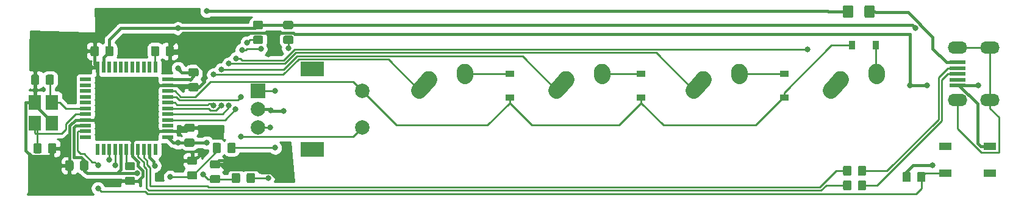
<source format=gbl>
G04 #@! TF.GenerationSoftware,KiCad,Pcbnew,(5.1.5)-3*
G04 #@! TF.CreationDate,2020-06-06T22:21:35-05:00*
G04 #@! TF.ProjectId,MacroPad,4d616372-6f50-4616-942e-6b696361645f,rev?*
G04 #@! TF.SameCoordinates,Original*
G04 #@! TF.FileFunction,Copper,L2,Bot*
G04 #@! TF.FilePolarity,Positive*
%FSLAX46Y46*%
G04 Gerber Fmt 4.6, Leading zero omitted, Abs format (unit mm)*
G04 Created by KiCad (PCBNEW (5.1.5)-3) date 2020-06-06 22:21:35*
%MOMM*%
%LPD*%
G04 APERTURE LIST*
%ADD10R,2.000000X2.000000*%
%ADD11C,2.000000*%
%ADD12R,3.200000X2.000000*%
%ADD13C,0.100000*%
%ADD14R,1.500000X0.550000*%
%ADD15R,0.550000X1.500000*%
%ADD16R,1.800000X2.100000*%
%ADD17O,2.700000X1.700000*%
%ADD18R,2.250000X0.500000*%
%ADD19R,1.800000X1.100000*%
%ADD20C,2.250000*%
%ADD21C,2.250000*%
%ADD22R,0.900000X1.200000*%
%ADD23R,1.200000X0.900000*%
%ADD24C,0.800000*%
%ADD25C,0.381000*%
%ADD26C,0.254000*%
%ADD27C,0.250000*%
G04 APERTURE END LIST*
D10*
X107950000Y-95250000D03*
D11*
X107950000Y-97750000D03*
X107950000Y-100250000D03*
D12*
X115450000Y-92150000D03*
X115450000Y-103350000D03*
D11*
X122450000Y-95250000D03*
X122450000Y-100250000D03*
G04 #@! TA.AperFunction,SMDPad,CuDef*
D13*
G36*
X190087505Y-107632204D02*
G01*
X190111773Y-107635804D01*
X190135572Y-107641765D01*
X190158671Y-107650030D01*
X190180850Y-107660520D01*
X190201893Y-107673132D01*
X190221599Y-107687747D01*
X190239777Y-107704223D01*
X190256253Y-107722401D01*
X190270868Y-107742107D01*
X190283480Y-107763150D01*
X190293970Y-107785329D01*
X190302235Y-107808428D01*
X190308196Y-107832227D01*
X190311796Y-107856495D01*
X190313000Y-107880999D01*
X190313000Y-108781001D01*
X190311796Y-108805505D01*
X190308196Y-108829773D01*
X190302235Y-108853572D01*
X190293970Y-108876671D01*
X190283480Y-108898850D01*
X190270868Y-108919893D01*
X190256253Y-108939599D01*
X190239777Y-108957777D01*
X190221599Y-108974253D01*
X190201893Y-108988868D01*
X190180850Y-109001480D01*
X190158671Y-109011970D01*
X190135572Y-109020235D01*
X190111773Y-109026196D01*
X190087505Y-109029796D01*
X190063001Y-109031000D01*
X189412999Y-109031000D01*
X189388495Y-109029796D01*
X189364227Y-109026196D01*
X189340428Y-109020235D01*
X189317329Y-109011970D01*
X189295150Y-109001480D01*
X189274107Y-108988868D01*
X189254401Y-108974253D01*
X189236223Y-108957777D01*
X189219747Y-108939599D01*
X189205132Y-108919893D01*
X189192520Y-108898850D01*
X189182030Y-108876671D01*
X189173765Y-108853572D01*
X189167804Y-108829773D01*
X189164204Y-108805505D01*
X189163000Y-108781001D01*
X189163000Y-107880999D01*
X189164204Y-107856495D01*
X189167804Y-107832227D01*
X189173765Y-107808428D01*
X189182030Y-107785329D01*
X189192520Y-107763150D01*
X189205132Y-107742107D01*
X189219747Y-107722401D01*
X189236223Y-107704223D01*
X189254401Y-107687747D01*
X189274107Y-107673132D01*
X189295150Y-107660520D01*
X189317329Y-107650030D01*
X189340428Y-107641765D01*
X189364227Y-107635804D01*
X189388495Y-107632204D01*
X189412999Y-107631000D01*
X190063001Y-107631000D01*
X190087505Y-107632204D01*
G37*
G04 #@! TD.AperFunction*
G04 #@! TA.AperFunction,SMDPad,CuDef*
G36*
X192137505Y-107632204D02*
G01*
X192161773Y-107635804D01*
X192185572Y-107641765D01*
X192208671Y-107650030D01*
X192230850Y-107660520D01*
X192251893Y-107673132D01*
X192271599Y-107687747D01*
X192289777Y-107704223D01*
X192306253Y-107722401D01*
X192320868Y-107742107D01*
X192333480Y-107763150D01*
X192343970Y-107785329D01*
X192352235Y-107808428D01*
X192358196Y-107832227D01*
X192361796Y-107856495D01*
X192363000Y-107880999D01*
X192363000Y-108781001D01*
X192361796Y-108805505D01*
X192358196Y-108829773D01*
X192352235Y-108853572D01*
X192343970Y-108876671D01*
X192333480Y-108898850D01*
X192320868Y-108919893D01*
X192306253Y-108939599D01*
X192289777Y-108957777D01*
X192271599Y-108974253D01*
X192251893Y-108988868D01*
X192230850Y-109001480D01*
X192208671Y-109011970D01*
X192185572Y-109020235D01*
X192161773Y-109026196D01*
X192137505Y-109029796D01*
X192113001Y-109031000D01*
X191462999Y-109031000D01*
X191438495Y-109029796D01*
X191414227Y-109026196D01*
X191390428Y-109020235D01*
X191367329Y-109011970D01*
X191345150Y-109001480D01*
X191324107Y-108988868D01*
X191304401Y-108974253D01*
X191286223Y-108957777D01*
X191269747Y-108939599D01*
X191255132Y-108919893D01*
X191242520Y-108898850D01*
X191232030Y-108876671D01*
X191223765Y-108853572D01*
X191217804Y-108829773D01*
X191214204Y-108805505D01*
X191213000Y-108781001D01*
X191213000Y-107880999D01*
X191214204Y-107856495D01*
X191217804Y-107832227D01*
X191223765Y-107808428D01*
X191232030Y-107785329D01*
X191242520Y-107763150D01*
X191255132Y-107742107D01*
X191269747Y-107722401D01*
X191286223Y-107704223D01*
X191304401Y-107687747D01*
X191324107Y-107673132D01*
X191345150Y-107660520D01*
X191367329Y-107650030D01*
X191390428Y-107641765D01*
X191414227Y-107635804D01*
X191438495Y-107632204D01*
X191462999Y-107631000D01*
X192113001Y-107631000D01*
X192137505Y-107632204D01*
G37*
G04 #@! TD.AperFunction*
D14*
X95393750Y-101631250D03*
X95393750Y-100831250D03*
X95393750Y-100031250D03*
X95393750Y-99231250D03*
X95393750Y-98431250D03*
X95393750Y-97631250D03*
X95393750Y-96831250D03*
X95393750Y-96031250D03*
X95393750Y-95231250D03*
X95393750Y-94431250D03*
X95393750Y-93631250D03*
D15*
X93693750Y-91931250D03*
X92893750Y-91931250D03*
X92093750Y-91931250D03*
X91293750Y-91931250D03*
X90493750Y-91931250D03*
X89693750Y-91931250D03*
X88893750Y-91931250D03*
X88093750Y-91931250D03*
X87293750Y-91931250D03*
X86493750Y-91931250D03*
X85693750Y-91931250D03*
D14*
X83993750Y-93631250D03*
X83993750Y-94431250D03*
X83993750Y-95231250D03*
X83993750Y-96031250D03*
X83993750Y-96831250D03*
X83993750Y-97631250D03*
X83993750Y-98431250D03*
X83993750Y-99231250D03*
X83993750Y-100031250D03*
X83993750Y-100831250D03*
X83993750Y-101631250D03*
D15*
X85693750Y-103331250D03*
X86493750Y-103331250D03*
X87293750Y-103331250D03*
X88093750Y-103331250D03*
X88893750Y-103331250D03*
X89693750Y-103331250D03*
X90493750Y-103331250D03*
X91293750Y-103331250D03*
X92093750Y-103331250D03*
X92893750Y-103331250D03*
X93693750Y-103331250D03*
D16*
X76993750Y-96837500D03*
X76993750Y-99737500D03*
X79293750Y-99737500D03*
X79293750Y-96837500D03*
D17*
X209550000Y-89218750D03*
X209550000Y-96518750D03*
X205050000Y-96518750D03*
X205050000Y-89218750D03*
D18*
X205050000Y-91268750D03*
X205050000Y-92068750D03*
X205050000Y-92868750D03*
X205050000Y-93668750D03*
X205050000Y-94468750D03*
D19*
X203350000Y-102925000D03*
X209550000Y-106625000D03*
X203350000Y-106625000D03*
X209550000Y-102925000D03*
G04 #@! TA.AperFunction,SMDPad,CuDef*
D13*
G36*
X105233505Y-106616204D02*
G01*
X105257773Y-106619804D01*
X105281572Y-106625765D01*
X105304671Y-106634030D01*
X105326850Y-106644520D01*
X105347893Y-106657132D01*
X105367599Y-106671747D01*
X105385777Y-106688223D01*
X105402253Y-106706401D01*
X105416868Y-106726107D01*
X105429480Y-106747150D01*
X105439970Y-106769329D01*
X105448235Y-106792428D01*
X105454196Y-106816227D01*
X105457796Y-106840495D01*
X105459000Y-106864999D01*
X105459000Y-107765001D01*
X105457796Y-107789505D01*
X105454196Y-107813773D01*
X105448235Y-107837572D01*
X105439970Y-107860671D01*
X105429480Y-107882850D01*
X105416868Y-107903893D01*
X105402253Y-107923599D01*
X105385777Y-107941777D01*
X105367599Y-107958253D01*
X105347893Y-107972868D01*
X105326850Y-107985480D01*
X105304671Y-107995970D01*
X105281572Y-108004235D01*
X105257773Y-108010196D01*
X105233505Y-108013796D01*
X105209001Y-108015000D01*
X104558999Y-108015000D01*
X104534495Y-108013796D01*
X104510227Y-108010196D01*
X104486428Y-108004235D01*
X104463329Y-107995970D01*
X104441150Y-107985480D01*
X104420107Y-107972868D01*
X104400401Y-107958253D01*
X104382223Y-107941777D01*
X104365747Y-107923599D01*
X104351132Y-107903893D01*
X104338520Y-107882850D01*
X104328030Y-107860671D01*
X104319765Y-107837572D01*
X104313804Y-107813773D01*
X104310204Y-107789505D01*
X104309000Y-107765001D01*
X104309000Y-106864999D01*
X104310204Y-106840495D01*
X104313804Y-106816227D01*
X104319765Y-106792428D01*
X104328030Y-106769329D01*
X104338520Y-106747150D01*
X104351132Y-106726107D01*
X104365747Y-106706401D01*
X104382223Y-106688223D01*
X104400401Y-106671747D01*
X104420107Y-106657132D01*
X104441150Y-106644520D01*
X104463329Y-106634030D01*
X104486428Y-106625765D01*
X104510227Y-106619804D01*
X104534495Y-106616204D01*
X104558999Y-106615000D01*
X105209001Y-106615000D01*
X105233505Y-106616204D01*
G37*
G04 #@! TD.AperFunction*
G04 #@! TA.AperFunction,SMDPad,CuDef*
G36*
X107283505Y-106616204D02*
G01*
X107307773Y-106619804D01*
X107331572Y-106625765D01*
X107354671Y-106634030D01*
X107376850Y-106644520D01*
X107397893Y-106657132D01*
X107417599Y-106671747D01*
X107435777Y-106688223D01*
X107452253Y-106706401D01*
X107466868Y-106726107D01*
X107479480Y-106747150D01*
X107489970Y-106769329D01*
X107498235Y-106792428D01*
X107504196Y-106816227D01*
X107507796Y-106840495D01*
X107509000Y-106864999D01*
X107509000Y-107765001D01*
X107507796Y-107789505D01*
X107504196Y-107813773D01*
X107498235Y-107837572D01*
X107489970Y-107860671D01*
X107479480Y-107882850D01*
X107466868Y-107903893D01*
X107452253Y-107923599D01*
X107435777Y-107941777D01*
X107417599Y-107958253D01*
X107397893Y-107972868D01*
X107376850Y-107985480D01*
X107354671Y-107995970D01*
X107331572Y-108004235D01*
X107307773Y-108010196D01*
X107283505Y-108013796D01*
X107259001Y-108015000D01*
X106608999Y-108015000D01*
X106584495Y-108013796D01*
X106560227Y-108010196D01*
X106536428Y-108004235D01*
X106513329Y-107995970D01*
X106491150Y-107985480D01*
X106470107Y-107972868D01*
X106450401Y-107958253D01*
X106432223Y-107941777D01*
X106415747Y-107923599D01*
X106401132Y-107903893D01*
X106388520Y-107882850D01*
X106378030Y-107860671D01*
X106369765Y-107837572D01*
X106363804Y-107813773D01*
X106360204Y-107789505D01*
X106359000Y-107765001D01*
X106359000Y-106864999D01*
X106360204Y-106840495D01*
X106363804Y-106816227D01*
X106369765Y-106792428D01*
X106378030Y-106769329D01*
X106388520Y-106747150D01*
X106401132Y-106726107D01*
X106415747Y-106706401D01*
X106432223Y-106688223D01*
X106450401Y-106671747D01*
X106470107Y-106657132D01*
X106491150Y-106644520D01*
X106513329Y-106634030D01*
X106536428Y-106625765D01*
X106560227Y-106619804D01*
X106584495Y-106616204D01*
X106608999Y-106615000D01*
X107259001Y-106615000D01*
X107283505Y-106616204D01*
G37*
G04 #@! TD.AperFunction*
G04 #@! TA.AperFunction,SMDPad,CuDef*
G36*
X102566505Y-102425204D02*
G01*
X102590773Y-102428804D01*
X102614572Y-102434765D01*
X102637671Y-102443030D01*
X102659850Y-102453520D01*
X102680893Y-102466132D01*
X102700599Y-102480747D01*
X102718777Y-102497223D01*
X102735253Y-102515401D01*
X102749868Y-102535107D01*
X102762480Y-102556150D01*
X102772970Y-102578329D01*
X102781235Y-102601428D01*
X102787196Y-102625227D01*
X102790796Y-102649495D01*
X102792000Y-102673999D01*
X102792000Y-103574001D01*
X102790796Y-103598505D01*
X102787196Y-103622773D01*
X102781235Y-103646572D01*
X102772970Y-103669671D01*
X102762480Y-103691850D01*
X102749868Y-103712893D01*
X102735253Y-103732599D01*
X102718777Y-103750777D01*
X102700599Y-103767253D01*
X102680893Y-103781868D01*
X102659850Y-103794480D01*
X102637671Y-103804970D01*
X102614572Y-103813235D01*
X102590773Y-103819196D01*
X102566505Y-103822796D01*
X102542001Y-103824000D01*
X101891999Y-103824000D01*
X101867495Y-103822796D01*
X101843227Y-103819196D01*
X101819428Y-103813235D01*
X101796329Y-103804970D01*
X101774150Y-103794480D01*
X101753107Y-103781868D01*
X101733401Y-103767253D01*
X101715223Y-103750777D01*
X101698747Y-103732599D01*
X101684132Y-103712893D01*
X101671520Y-103691850D01*
X101661030Y-103669671D01*
X101652765Y-103646572D01*
X101646804Y-103622773D01*
X101643204Y-103598505D01*
X101642000Y-103574001D01*
X101642000Y-102673999D01*
X101643204Y-102649495D01*
X101646804Y-102625227D01*
X101652765Y-102601428D01*
X101661030Y-102578329D01*
X101671520Y-102556150D01*
X101684132Y-102535107D01*
X101698747Y-102515401D01*
X101715223Y-102497223D01*
X101733401Y-102480747D01*
X101753107Y-102466132D01*
X101774150Y-102453520D01*
X101796329Y-102443030D01*
X101819428Y-102434765D01*
X101843227Y-102428804D01*
X101867495Y-102425204D01*
X101891999Y-102424000D01*
X102542001Y-102424000D01*
X102566505Y-102425204D01*
G37*
G04 #@! TD.AperFunction*
G04 #@! TA.AperFunction,SMDPad,CuDef*
G36*
X104616505Y-102425204D02*
G01*
X104640773Y-102428804D01*
X104664572Y-102434765D01*
X104687671Y-102443030D01*
X104709850Y-102453520D01*
X104730893Y-102466132D01*
X104750599Y-102480747D01*
X104768777Y-102497223D01*
X104785253Y-102515401D01*
X104799868Y-102535107D01*
X104812480Y-102556150D01*
X104822970Y-102578329D01*
X104831235Y-102601428D01*
X104837196Y-102625227D01*
X104840796Y-102649495D01*
X104842000Y-102673999D01*
X104842000Y-103574001D01*
X104840796Y-103598505D01*
X104837196Y-103622773D01*
X104831235Y-103646572D01*
X104822970Y-103669671D01*
X104812480Y-103691850D01*
X104799868Y-103712893D01*
X104785253Y-103732599D01*
X104768777Y-103750777D01*
X104750599Y-103767253D01*
X104730893Y-103781868D01*
X104709850Y-103794480D01*
X104687671Y-103804970D01*
X104664572Y-103813235D01*
X104640773Y-103819196D01*
X104616505Y-103822796D01*
X104592001Y-103824000D01*
X103941999Y-103824000D01*
X103917495Y-103822796D01*
X103893227Y-103819196D01*
X103869428Y-103813235D01*
X103846329Y-103804970D01*
X103824150Y-103794480D01*
X103803107Y-103781868D01*
X103783401Y-103767253D01*
X103765223Y-103750777D01*
X103748747Y-103732599D01*
X103734132Y-103712893D01*
X103721520Y-103691850D01*
X103711030Y-103669671D01*
X103702765Y-103646572D01*
X103696804Y-103622773D01*
X103693204Y-103598505D01*
X103692000Y-103574001D01*
X103692000Y-102673999D01*
X103693204Y-102649495D01*
X103696804Y-102625227D01*
X103702765Y-102601428D01*
X103711030Y-102578329D01*
X103721520Y-102556150D01*
X103734132Y-102535107D01*
X103748747Y-102515401D01*
X103765223Y-102497223D01*
X103783401Y-102480747D01*
X103803107Y-102466132D01*
X103824150Y-102453520D01*
X103846329Y-102443030D01*
X103869428Y-102434765D01*
X103893227Y-102428804D01*
X103917495Y-102425204D01*
X103941999Y-102424000D01*
X104592001Y-102424000D01*
X104616505Y-102425204D01*
G37*
G04 #@! TD.AperFunction*
G04 #@! TA.AperFunction,SMDPad,CuDef*
G36*
X112624505Y-87532454D02*
G01*
X112648773Y-87536054D01*
X112672572Y-87542015D01*
X112695671Y-87550280D01*
X112717850Y-87560770D01*
X112738893Y-87573382D01*
X112758599Y-87587997D01*
X112776777Y-87604473D01*
X112793253Y-87622651D01*
X112807868Y-87642357D01*
X112820480Y-87663400D01*
X112830970Y-87685579D01*
X112839235Y-87708678D01*
X112845196Y-87732477D01*
X112848796Y-87756745D01*
X112850000Y-87781249D01*
X112850000Y-88431251D01*
X112848796Y-88455755D01*
X112845196Y-88480023D01*
X112839235Y-88503822D01*
X112830970Y-88526921D01*
X112820480Y-88549100D01*
X112807868Y-88570143D01*
X112793253Y-88589849D01*
X112776777Y-88608027D01*
X112758599Y-88624503D01*
X112738893Y-88639118D01*
X112717850Y-88651730D01*
X112695671Y-88662220D01*
X112672572Y-88670485D01*
X112648773Y-88676446D01*
X112624505Y-88680046D01*
X112600001Y-88681250D01*
X111699999Y-88681250D01*
X111675495Y-88680046D01*
X111651227Y-88676446D01*
X111627428Y-88670485D01*
X111604329Y-88662220D01*
X111582150Y-88651730D01*
X111561107Y-88639118D01*
X111541401Y-88624503D01*
X111523223Y-88608027D01*
X111506747Y-88589849D01*
X111492132Y-88570143D01*
X111479520Y-88549100D01*
X111469030Y-88526921D01*
X111460765Y-88503822D01*
X111454804Y-88480023D01*
X111451204Y-88455755D01*
X111450000Y-88431251D01*
X111450000Y-87781249D01*
X111451204Y-87756745D01*
X111454804Y-87732477D01*
X111460765Y-87708678D01*
X111469030Y-87685579D01*
X111479520Y-87663400D01*
X111492132Y-87642357D01*
X111506747Y-87622651D01*
X111523223Y-87604473D01*
X111541401Y-87587997D01*
X111561107Y-87573382D01*
X111582150Y-87560770D01*
X111604329Y-87550280D01*
X111627428Y-87542015D01*
X111651227Y-87536054D01*
X111675495Y-87532454D01*
X111699999Y-87531250D01*
X112600001Y-87531250D01*
X112624505Y-87532454D01*
G37*
G04 #@! TD.AperFunction*
G04 #@! TA.AperFunction,SMDPad,CuDef*
G36*
X112624505Y-85482454D02*
G01*
X112648773Y-85486054D01*
X112672572Y-85492015D01*
X112695671Y-85500280D01*
X112717850Y-85510770D01*
X112738893Y-85523382D01*
X112758599Y-85537997D01*
X112776777Y-85554473D01*
X112793253Y-85572651D01*
X112807868Y-85592357D01*
X112820480Y-85613400D01*
X112830970Y-85635579D01*
X112839235Y-85658678D01*
X112845196Y-85682477D01*
X112848796Y-85706745D01*
X112850000Y-85731249D01*
X112850000Y-86381251D01*
X112848796Y-86405755D01*
X112845196Y-86430023D01*
X112839235Y-86453822D01*
X112830970Y-86476921D01*
X112820480Y-86499100D01*
X112807868Y-86520143D01*
X112793253Y-86539849D01*
X112776777Y-86558027D01*
X112758599Y-86574503D01*
X112738893Y-86589118D01*
X112717850Y-86601730D01*
X112695671Y-86612220D01*
X112672572Y-86620485D01*
X112648773Y-86626446D01*
X112624505Y-86630046D01*
X112600001Y-86631250D01*
X111699999Y-86631250D01*
X111675495Y-86630046D01*
X111651227Y-86626446D01*
X111627428Y-86620485D01*
X111604329Y-86612220D01*
X111582150Y-86601730D01*
X111561107Y-86589118D01*
X111541401Y-86574503D01*
X111523223Y-86558027D01*
X111506747Y-86539849D01*
X111492132Y-86520143D01*
X111479520Y-86499100D01*
X111469030Y-86476921D01*
X111460765Y-86453822D01*
X111454804Y-86430023D01*
X111451204Y-86405755D01*
X111450000Y-86381251D01*
X111450000Y-85731249D01*
X111451204Y-85706745D01*
X111454804Y-85682477D01*
X111460765Y-85658678D01*
X111469030Y-85635579D01*
X111479520Y-85613400D01*
X111492132Y-85592357D01*
X111506747Y-85572651D01*
X111523223Y-85554473D01*
X111541401Y-85537997D01*
X111561107Y-85523382D01*
X111582150Y-85510770D01*
X111604329Y-85500280D01*
X111627428Y-85492015D01*
X111651227Y-85486054D01*
X111675495Y-85482454D01*
X111699999Y-85481250D01*
X112600001Y-85481250D01*
X112624505Y-85482454D01*
G37*
G04 #@! TD.AperFunction*
G04 #@! TA.AperFunction,SMDPad,CuDef*
G36*
X108424505Y-87532454D02*
G01*
X108448773Y-87536054D01*
X108472572Y-87542015D01*
X108495671Y-87550280D01*
X108517850Y-87560770D01*
X108538893Y-87573382D01*
X108558599Y-87587997D01*
X108576777Y-87604473D01*
X108593253Y-87622651D01*
X108607868Y-87642357D01*
X108620480Y-87663400D01*
X108630970Y-87685579D01*
X108639235Y-87708678D01*
X108645196Y-87732477D01*
X108648796Y-87756745D01*
X108650000Y-87781249D01*
X108650000Y-88431251D01*
X108648796Y-88455755D01*
X108645196Y-88480023D01*
X108639235Y-88503822D01*
X108630970Y-88526921D01*
X108620480Y-88549100D01*
X108607868Y-88570143D01*
X108593253Y-88589849D01*
X108576777Y-88608027D01*
X108558599Y-88624503D01*
X108538893Y-88639118D01*
X108517850Y-88651730D01*
X108495671Y-88662220D01*
X108472572Y-88670485D01*
X108448773Y-88676446D01*
X108424505Y-88680046D01*
X108400001Y-88681250D01*
X107499999Y-88681250D01*
X107475495Y-88680046D01*
X107451227Y-88676446D01*
X107427428Y-88670485D01*
X107404329Y-88662220D01*
X107382150Y-88651730D01*
X107361107Y-88639118D01*
X107341401Y-88624503D01*
X107323223Y-88608027D01*
X107306747Y-88589849D01*
X107292132Y-88570143D01*
X107279520Y-88549100D01*
X107269030Y-88526921D01*
X107260765Y-88503822D01*
X107254804Y-88480023D01*
X107251204Y-88455755D01*
X107250000Y-88431251D01*
X107250000Y-87781249D01*
X107251204Y-87756745D01*
X107254804Y-87732477D01*
X107260765Y-87708678D01*
X107269030Y-87685579D01*
X107279520Y-87663400D01*
X107292132Y-87642357D01*
X107306747Y-87622651D01*
X107323223Y-87604473D01*
X107341401Y-87587997D01*
X107361107Y-87573382D01*
X107382150Y-87560770D01*
X107404329Y-87550280D01*
X107427428Y-87542015D01*
X107451227Y-87536054D01*
X107475495Y-87532454D01*
X107499999Y-87531250D01*
X108400001Y-87531250D01*
X108424505Y-87532454D01*
G37*
G04 #@! TD.AperFunction*
G04 #@! TA.AperFunction,SMDPad,CuDef*
G36*
X108424505Y-85482454D02*
G01*
X108448773Y-85486054D01*
X108472572Y-85492015D01*
X108495671Y-85500280D01*
X108517850Y-85510770D01*
X108538893Y-85523382D01*
X108558599Y-85537997D01*
X108576777Y-85554473D01*
X108593253Y-85572651D01*
X108607868Y-85592357D01*
X108620480Y-85613400D01*
X108630970Y-85635579D01*
X108639235Y-85658678D01*
X108645196Y-85682477D01*
X108648796Y-85706745D01*
X108650000Y-85731249D01*
X108650000Y-86381251D01*
X108648796Y-86405755D01*
X108645196Y-86430023D01*
X108639235Y-86453822D01*
X108630970Y-86476921D01*
X108620480Y-86499100D01*
X108607868Y-86520143D01*
X108593253Y-86539849D01*
X108576777Y-86558027D01*
X108558599Y-86574503D01*
X108538893Y-86589118D01*
X108517850Y-86601730D01*
X108495671Y-86612220D01*
X108472572Y-86620485D01*
X108448773Y-86626446D01*
X108424505Y-86630046D01*
X108400001Y-86631250D01*
X107499999Y-86631250D01*
X107475495Y-86630046D01*
X107451227Y-86626446D01*
X107427428Y-86620485D01*
X107404329Y-86612220D01*
X107382150Y-86601730D01*
X107361107Y-86589118D01*
X107341401Y-86574503D01*
X107323223Y-86558027D01*
X107306747Y-86539849D01*
X107292132Y-86520143D01*
X107279520Y-86499100D01*
X107269030Y-86476921D01*
X107260765Y-86453822D01*
X107254804Y-86430023D01*
X107251204Y-86405755D01*
X107250000Y-86381251D01*
X107250000Y-85731249D01*
X107251204Y-85706745D01*
X107254804Y-85682477D01*
X107260765Y-85658678D01*
X107269030Y-85635579D01*
X107279520Y-85613400D01*
X107292132Y-85592357D01*
X107306747Y-85572651D01*
X107323223Y-85554473D01*
X107341401Y-85537997D01*
X107361107Y-85523382D01*
X107382150Y-85510770D01*
X107404329Y-85500280D01*
X107427428Y-85492015D01*
X107451227Y-85486054D01*
X107475495Y-85482454D01*
X107499999Y-85481250D01*
X108400001Y-85481250D01*
X108424505Y-85482454D01*
G37*
G04 #@! TD.AperFunction*
G04 #@! TA.AperFunction,SMDPad,CuDef*
G36*
X94012005Y-88994954D02*
G01*
X94036273Y-88998554D01*
X94060072Y-89004515D01*
X94083171Y-89012780D01*
X94105350Y-89023270D01*
X94126393Y-89035882D01*
X94146099Y-89050497D01*
X94164277Y-89066973D01*
X94180753Y-89085151D01*
X94195368Y-89104857D01*
X94207980Y-89125900D01*
X94218470Y-89148079D01*
X94226735Y-89171178D01*
X94232696Y-89194977D01*
X94236296Y-89219245D01*
X94237500Y-89243749D01*
X94237500Y-90143751D01*
X94236296Y-90168255D01*
X94232696Y-90192523D01*
X94226735Y-90216322D01*
X94218470Y-90239421D01*
X94207980Y-90261600D01*
X94195368Y-90282643D01*
X94180753Y-90302349D01*
X94164277Y-90320527D01*
X94146099Y-90337003D01*
X94126393Y-90351618D01*
X94105350Y-90364230D01*
X94083171Y-90374720D01*
X94060072Y-90382985D01*
X94036273Y-90388946D01*
X94012005Y-90392546D01*
X93987501Y-90393750D01*
X93337499Y-90393750D01*
X93312995Y-90392546D01*
X93288727Y-90388946D01*
X93264928Y-90382985D01*
X93241829Y-90374720D01*
X93219650Y-90364230D01*
X93198607Y-90351618D01*
X93178901Y-90337003D01*
X93160723Y-90320527D01*
X93144247Y-90302349D01*
X93129632Y-90282643D01*
X93117020Y-90261600D01*
X93106530Y-90239421D01*
X93098265Y-90216322D01*
X93092304Y-90192523D01*
X93088704Y-90168255D01*
X93087500Y-90143751D01*
X93087500Y-89243749D01*
X93088704Y-89219245D01*
X93092304Y-89194977D01*
X93098265Y-89171178D01*
X93106530Y-89148079D01*
X93117020Y-89125900D01*
X93129632Y-89104857D01*
X93144247Y-89085151D01*
X93160723Y-89066973D01*
X93178901Y-89050497D01*
X93198607Y-89035882D01*
X93219650Y-89023270D01*
X93241829Y-89012780D01*
X93264928Y-89004515D01*
X93288727Y-88998554D01*
X93312995Y-88994954D01*
X93337499Y-88993750D01*
X93987501Y-88993750D01*
X94012005Y-88994954D01*
G37*
G04 #@! TD.AperFunction*
G04 #@! TA.AperFunction,SMDPad,CuDef*
G36*
X96062005Y-88994954D02*
G01*
X96086273Y-88998554D01*
X96110072Y-89004515D01*
X96133171Y-89012780D01*
X96155350Y-89023270D01*
X96176393Y-89035882D01*
X96196099Y-89050497D01*
X96214277Y-89066973D01*
X96230753Y-89085151D01*
X96245368Y-89104857D01*
X96257980Y-89125900D01*
X96268470Y-89148079D01*
X96276735Y-89171178D01*
X96282696Y-89194977D01*
X96286296Y-89219245D01*
X96287500Y-89243749D01*
X96287500Y-90143751D01*
X96286296Y-90168255D01*
X96282696Y-90192523D01*
X96276735Y-90216322D01*
X96268470Y-90239421D01*
X96257980Y-90261600D01*
X96245368Y-90282643D01*
X96230753Y-90302349D01*
X96214277Y-90320527D01*
X96196099Y-90337003D01*
X96176393Y-90351618D01*
X96155350Y-90364230D01*
X96133171Y-90374720D01*
X96110072Y-90382985D01*
X96086273Y-90388946D01*
X96062005Y-90392546D01*
X96037501Y-90393750D01*
X95387499Y-90393750D01*
X95362995Y-90392546D01*
X95338727Y-90388946D01*
X95314928Y-90382985D01*
X95291829Y-90374720D01*
X95269650Y-90364230D01*
X95248607Y-90351618D01*
X95228901Y-90337003D01*
X95210723Y-90320527D01*
X95194247Y-90302349D01*
X95179632Y-90282643D01*
X95167020Y-90261600D01*
X95156530Y-90239421D01*
X95148265Y-90216322D01*
X95142304Y-90192523D01*
X95138704Y-90168255D01*
X95137500Y-90143751D01*
X95137500Y-89243749D01*
X95138704Y-89219245D01*
X95142304Y-89194977D01*
X95148265Y-89171178D01*
X95156530Y-89148079D01*
X95167020Y-89125900D01*
X95179632Y-89104857D01*
X95194247Y-89085151D01*
X95210723Y-89066973D01*
X95228901Y-89050497D01*
X95248607Y-89035882D01*
X95269650Y-89023270D01*
X95291829Y-89012780D01*
X95314928Y-89004515D01*
X95338727Y-88998554D01*
X95362995Y-88994954D01*
X95387499Y-88993750D01*
X96037501Y-88993750D01*
X96062005Y-88994954D01*
G37*
G04 #@! TD.AperFunction*
G04 #@! TA.AperFunction,SMDPad,CuDef*
G36*
X192137505Y-105600204D02*
G01*
X192161773Y-105603804D01*
X192185572Y-105609765D01*
X192208671Y-105618030D01*
X192230850Y-105628520D01*
X192251893Y-105641132D01*
X192271599Y-105655747D01*
X192289777Y-105672223D01*
X192306253Y-105690401D01*
X192320868Y-105710107D01*
X192333480Y-105731150D01*
X192343970Y-105753329D01*
X192352235Y-105776428D01*
X192358196Y-105800227D01*
X192361796Y-105824495D01*
X192363000Y-105848999D01*
X192363000Y-106749001D01*
X192361796Y-106773505D01*
X192358196Y-106797773D01*
X192352235Y-106821572D01*
X192343970Y-106844671D01*
X192333480Y-106866850D01*
X192320868Y-106887893D01*
X192306253Y-106907599D01*
X192289777Y-106925777D01*
X192271599Y-106942253D01*
X192251893Y-106956868D01*
X192230850Y-106969480D01*
X192208671Y-106979970D01*
X192185572Y-106988235D01*
X192161773Y-106994196D01*
X192137505Y-106997796D01*
X192113001Y-106999000D01*
X191462999Y-106999000D01*
X191438495Y-106997796D01*
X191414227Y-106994196D01*
X191390428Y-106988235D01*
X191367329Y-106979970D01*
X191345150Y-106969480D01*
X191324107Y-106956868D01*
X191304401Y-106942253D01*
X191286223Y-106925777D01*
X191269747Y-106907599D01*
X191255132Y-106887893D01*
X191242520Y-106866850D01*
X191232030Y-106844671D01*
X191223765Y-106821572D01*
X191217804Y-106797773D01*
X191214204Y-106773505D01*
X191213000Y-106749001D01*
X191213000Y-105848999D01*
X191214204Y-105824495D01*
X191217804Y-105800227D01*
X191223765Y-105776428D01*
X191232030Y-105753329D01*
X191242520Y-105731150D01*
X191255132Y-105710107D01*
X191269747Y-105690401D01*
X191286223Y-105672223D01*
X191304401Y-105655747D01*
X191324107Y-105641132D01*
X191345150Y-105628520D01*
X191367329Y-105618030D01*
X191390428Y-105609765D01*
X191414227Y-105603804D01*
X191438495Y-105600204D01*
X191462999Y-105599000D01*
X192113001Y-105599000D01*
X192137505Y-105600204D01*
G37*
G04 #@! TD.AperFunction*
G04 #@! TA.AperFunction,SMDPad,CuDef*
G36*
X190087505Y-105600204D02*
G01*
X190111773Y-105603804D01*
X190135572Y-105609765D01*
X190158671Y-105618030D01*
X190180850Y-105628520D01*
X190201893Y-105641132D01*
X190221599Y-105655747D01*
X190239777Y-105672223D01*
X190256253Y-105690401D01*
X190270868Y-105710107D01*
X190283480Y-105731150D01*
X190293970Y-105753329D01*
X190302235Y-105776428D01*
X190308196Y-105800227D01*
X190311796Y-105824495D01*
X190313000Y-105848999D01*
X190313000Y-106749001D01*
X190311796Y-106773505D01*
X190308196Y-106797773D01*
X190302235Y-106821572D01*
X190293970Y-106844671D01*
X190283480Y-106866850D01*
X190270868Y-106887893D01*
X190256253Y-106907599D01*
X190239777Y-106925777D01*
X190221599Y-106942253D01*
X190201893Y-106956868D01*
X190180850Y-106969480D01*
X190158671Y-106979970D01*
X190135572Y-106988235D01*
X190111773Y-106994196D01*
X190087505Y-106997796D01*
X190063001Y-106999000D01*
X189412999Y-106999000D01*
X189388495Y-106997796D01*
X189364227Y-106994196D01*
X189340428Y-106988235D01*
X189317329Y-106979970D01*
X189295150Y-106969480D01*
X189274107Y-106956868D01*
X189254401Y-106942253D01*
X189236223Y-106925777D01*
X189219747Y-106907599D01*
X189205132Y-106887893D01*
X189192520Y-106866850D01*
X189182030Y-106844671D01*
X189173765Y-106821572D01*
X189167804Y-106797773D01*
X189164204Y-106773505D01*
X189163000Y-106749001D01*
X189163000Y-105848999D01*
X189164204Y-105824495D01*
X189167804Y-105800227D01*
X189173765Y-105776428D01*
X189182030Y-105753329D01*
X189192520Y-105731150D01*
X189205132Y-105710107D01*
X189219747Y-105690401D01*
X189236223Y-105672223D01*
X189254401Y-105655747D01*
X189274107Y-105641132D01*
X189295150Y-105628520D01*
X189317329Y-105618030D01*
X189340428Y-105609765D01*
X189364227Y-105603804D01*
X189388495Y-105600204D01*
X189412999Y-105599000D01*
X190063001Y-105599000D01*
X190087505Y-105600204D01*
G37*
G04 #@! TD.AperFunction*
G04 #@! TA.AperFunction,SMDPad,CuDef*
G36*
X200374505Y-106457454D02*
G01*
X200398773Y-106461054D01*
X200422572Y-106467015D01*
X200445671Y-106475280D01*
X200467850Y-106485770D01*
X200488893Y-106498382D01*
X200508599Y-106512997D01*
X200526777Y-106529473D01*
X200543253Y-106547651D01*
X200557868Y-106567357D01*
X200570480Y-106588400D01*
X200580970Y-106610579D01*
X200589235Y-106633678D01*
X200595196Y-106657477D01*
X200598796Y-106681745D01*
X200600000Y-106706249D01*
X200600000Y-107606251D01*
X200598796Y-107630755D01*
X200595196Y-107655023D01*
X200589235Y-107678822D01*
X200580970Y-107701921D01*
X200570480Y-107724100D01*
X200557868Y-107745143D01*
X200543253Y-107764849D01*
X200526777Y-107783027D01*
X200508599Y-107799503D01*
X200488893Y-107814118D01*
X200467850Y-107826730D01*
X200445671Y-107837220D01*
X200422572Y-107845485D01*
X200398773Y-107851446D01*
X200374505Y-107855046D01*
X200350001Y-107856250D01*
X199699999Y-107856250D01*
X199675495Y-107855046D01*
X199651227Y-107851446D01*
X199627428Y-107845485D01*
X199604329Y-107837220D01*
X199582150Y-107826730D01*
X199561107Y-107814118D01*
X199541401Y-107799503D01*
X199523223Y-107783027D01*
X199506747Y-107764849D01*
X199492132Y-107745143D01*
X199479520Y-107724100D01*
X199469030Y-107701921D01*
X199460765Y-107678822D01*
X199454804Y-107655023D01*
X199451204Y-107630755D01*
X199450000Y-107606251D01*
X199450000Y-106706249D01*
X199451204Y-106681745D01*
X199454804Y-106657477D01*
X199460765Y-106633678D01*
X199469030Y-106610579D01*
X199479520Y-106588400D01*
X199492132Y-106567357D01*
X199506747Y-106547651D01*
X199523223Y-106529473D01*
X199541401Y-106512997D01*
X199561107Y-106498382D01*
X199582150Y-106485770D01*
X199604329Y-106475280D01*
X199627428Y-106467015D01*
X199651227Y-106461054D01*
X199675495Y-106457454D01*
X199699999Y-106456250D01*
X200350001Y-106456250D01*
X200374505Y-106457454D01*
G37*
G04 #@! TD.AperFunction*
G04 #@! TA.AperFunction,SMDPad,CuDef*
G36*
X198324505Y-106457454D02*
G01*
X198348773Y-106461054D01*
X198372572Y-106467015D01*
X198395671Y-106475280D01*
X198417850Y-106485770D01*
X198438893Y-106498382D01*
X198458599Y-106512997D01*
X198476777Y-106529473D01*
X198493253Y-106547651D01*
X198507868Y-106567357D01*
X198520480Y-106588400D01*
X198530970Y-106610579D01*
X198539235Y-106633678D01*
X198545196Y-106657477D01*
X198548796Y-106681745D01*
X198550000Y-106706249D01*
X198550000Y-107606251D01*
X198548796Y-107630755D01*
X198545196Y-107655023D01*
X198539235Y-107678822D01*
X198530970Y-107701921D01*
X198520480Y-107724100D01*
X198507868Y-107745143D01*
X198493253Y-107764849D01*
X198476777Y-107783027D01*
X198458599Y-107799503D01*
X198438893Y-107814118D01*
X198417850Y-107826730D01*
X198395671Y-107837220D01*
X198372572Y-107845485D01*
X198348773Y-107851446D01*
X198324505Y-107855046D01*
X198300001Y-107856250D01*
X197649999Y-107856250D01*
X197625495Y-107855046D01*
X197601227Y-107851446D01*
X197577428Y-107845485D01*
X197554329Y-107837220D01*
X197532150Y-107826730D01*
X197511107Y-107814118D01*
X197491401Y-107799503D01*
X197473223Y-107783027D01*
X197456747Y-107764849D01*
X197442132Y-107745143D01*
X197429520Y-107724100D01*
X197419030Y-107701921D01*
X197410765Y-107678822D01*
X197404804Y-107655023D01*
X197401204Y-107630755D01*
X197400000Y-107606251D01*
X197400000Y-106706249D01*
X197401204Y-106681745D01*
X197404804Y-106657477D01*
X197410765Y-106633678D01*
X197419030Y-106610579D01*
X197429520Y-106588400D01*
X197442132Y-106567357D01*
X197456747Y-106547651D01*
X197473223Y-106529473D01*
X197491401Y-106512997D01*
X197511107Y-106498382D01*
X197532150Y-106485770D01*
X197554329Y-106475280D01*
X197577428Y-106467015D01*
X197601227Y-106461054D01*
X197625495Y-106457454D01*
X197649999Y-106456250D01*
X198300001Y-106456250D01*
X198324505Y-106457454D01*
G37*
G04 #@! TD.AperFunction*
D20*
X188793750Y-93631250D03*
D21*
X187483750Y-95091250D02*
X188793752Y-93631250D01*
D20*
X193833750Y-92551250D03*
D21*
X193793750Y-93131250D02*
X193833750Y-92551250D01*
D20*
X169743750Y-93631250D03*
D21*
X168433750Y-95091250D02*
X169743752Y-93631250D01*
D20*
X174783750Y-92551250D03*
D21*
X174743750Y-93131250D02*
X174783750Y-92551250D01*
D20*
X150693750Y-93631250D03*
D21*
X149383750Y-95091250D02*
X150693752Y-93631250D01*
D20*
X155733750Y-92551250D03*
D21*
X155693750Y-93131250D02*
X155733750Y-92551250D01*
D20*
X131643750Y-93631250D03*
D21*
X130333750Y-95091250D02*
X131643752Y-93631250D01*
D20*
X136683750Y-92551250D03*
D21*
X136643750Y-93131250D02*
X136683750Y-92551250D01*
G04 #@! TA.AperFunction,SMDPad,CuDef*
D13*
G36*
X193327004Y-83327204D02*
G01*
X193351273Y-83330804D01*
X193375071Y-83336765D01*
X193398171Y-83345030D01*
X193420349Y-83355520D01*
X193441393Y-83368133D01*
X193461098Y-83382747D01*
X193479277Y-83399223D01*
X193495753Y-83417402D01*
X193510367Y-83437107D01*
X193522980Y-83458151D01*
X193533470Y-83480329D01*
X193541735Y-83503429D01*
X193547696Y-83527227D01*
X193551296Y-83551496D01*
X193552500Y-83576000D01*
X193552500Y-84826000D01*
X193551296Y-84850504D01*
X193547696Y-84874773D01*
X193541735Y-84898571D01*
X193533470Y-84921671D01*
X193522980Y-84943849D01*
X193510367Y-84964893D01*
X193495753Y-84984598D01*
X193479277Y-85002777D01*
X193461098Y-85019253D01*
X193441393Y-85033867D01*
X193420349Y-85046480D01*
X193398171Y-85056970D01*
X193375071Y-85065235D01*
X193351273Y-85071196D01*
X193327004Y-85074796D01*
X193302500Y-85076000D01*
X192377500Y-85076000D01*
X192352996Y-85074796D01*
X192328727Y-85071196D01*
X192304929Y-85065235D01*
X192281829Y-85056970D01*
X192259651Y-85046480D01*
X192238607Y-85033867D01*
X192218902Y-85019253D01*
X192200723Y-85002777D01*
X192184247Y-84984598D01*
X192169633Y-84964893D01*
X192157020Y-84943849D01*
X192146530Y-84921671D01*
X192138265Y-84898571D01*
X192132304Y-84874773D01*
X192128704Y-84850504D01*
X192127500Y-84826000D01*
X192127500Y-83576000D01*
X192128704Y-83551496D01*
X192132304Y-83527227D01*
X192138265Y-83503429D01*
X192146530Y-83480329D01*
X192157020Y-83458151D01*
X192169633Y-83437107D01*
X192184247Y-83417402D01*
X192200723Y-83399223D01*
X192218902Y-83382747D01*
X192238607Y-83368133D01*
X192259651Y-83355520D01*
X192281829Y-83345030D01*
X192304929Y-83336765D01*
X192328727Y-83330804D01*
X192352996Y-83327204D01*
X192377500Y-83326000D01*
X193302500Y-83326000D01*
X193327004Y-83327204D01*
G37*
G04 #@! TD.AperFunction*
G04 #@! TA.AperFunction,SMDPad,CuDef*
G36*
X190352004Y-83327204D02*
G01*
X190376273Y-83330804D01*
X190400071Y-83336765D01*
X190423171Y-83345030D01*
X190445349Y-83355520D01*
X190466393Y-83368133D01*
X190486098Y-83382747D01*
X190504277Y-83399223D01*
X190520753Y-83417402D01*
X190535367Y-83437107D01*
X190547980Y-83458151D01*
X190558470Y-83480329D01*
X190566735Y-83503429D01*
X190572696Y-83527227D01*
X190576296Y-83551496D01*
X190577500Y-83576000D01*
X190577500Y-84826000D01*
X190576296Y-84850504D01*
X190572696Y-84874773D01*
X190566735Y-84898571D01*
X190558470Y-84921671D01*
X190547980Y-84943849D01*
X190535367Y-84964893D01*
X190520753Y-84984598D01*
X190504277Y-85002777D01*
X190486098Y-85019253D01*
X190466393Y-85033867D01*
X190445349Y-85046480D01*
X190423171Y-85056970D01*
X190400071Y-85065235D01*
X190376273Y-85071196D01*
X190352004Y-85074796D01*
X190327500Y-85076000D01*
X189402500Y-85076000D01*
X189377996Y-85074796D01*
X189353727Y-85071196D01*
X189329929Y-85065235D01*
X189306829Y-85056970D01*
X189284651Y-85046480D01*
X189263607Y-85033867D01*
X189243902Y-85019253D01*
X189225723Y-85002777D01*
X189209247Y-84984598D01*
X189194633Y-84964893D01*
X189182020Y-84943849D01*
X189171530Y-84921671D01*
X189163265Y-84898571D01*
X189157304Y-84874773D01*
X189153704Y-84850504D01*
X189152500Y-84826000D01*
X189152500Y-83576000D01*
X189153704Y-83551496D01*
X189157304Y-83527227D01*
X189163265Y-83503429D01*
X189171530Y-83480329D01*
X189182020Y-83458151D01*
X189194633Y-83437107D01*
X189209247Y-83417402D01*
X189225723Y-83399223D01*
X189243902Y-83382747D01*
X189263607Y-83368133D01*
X189284651Y-83355520D01*
X189306829Y-83345030D01*
X189329929Y-83336765D01*
X189353727Y-83330804D01*
X189377996Y-83327204D01*
X189402500Y-83326000D01*
X190327500Y-83326000D01*
X190352004Y-83327204D01*
G37*
G04 #@! TD.AperFunction*
D22*
X193675000Y-88900000D03*
X190375000Y-88900000D03*
D23*
X180975000Y-92868750D03*
X180975000Y-96168750D03*
X161131250Y-92868750D03*
X161131250Y-96168750D03*
X142875000Y-92868750D03*
X142875000Y-96168750D03*
G04 #@! TA.AperFunction,SMDPad,CuDef*
D13*
G36*
X102455505Y-104836204D02*
G01*
X102479773Y-104839804D01*
X102503572Y-104845765D01*
X102526671Y-104854030D01*
X102548850Y-104864520D01*
X102569893Y-104877132D01*
X102589599Y-104891747D01*
X102607777Y-104908223D01*
X102624253Y-104926401D01*
X102638868Y-104946107D01*
X102651480Y-104967150D01*
X102661970Y-104989329D01*
X102670235Y-105012428D01*
X102676196Y-105036227D01*
X102679796Y-105060495D01*
X102681000Y-105084999D01*
X102681000Y-105735001D01*
X102679796Y-105759505D01*
X102676196Y-105783773D01*
X102670235Y-105807572D01*
X102661970Y-105830671D01*
X102651480Y-105852850D01*
X102638868Y-105873893D01*
X102624253Y-105893599D01*
X102607777Y-105911777D01*
X102589599Y-105928253D01*
X102569893Y-105942868D01*
X102548850Y-105955480D01*
X102526671Y-105965970D01*
X102503572Y-105974235D01*
X102479773Y-105980196D01*
X102455505Y-105983796D01*
X102431001Y-105985000D01*
X101530999Y-105985000D01*
X101506495Y-105983796D01*
X101482227Y-105980196D01*
X101458428Y-105974235D01*
X101435329Y-105965970D01*
X101413150Y-105955480D01*
X101392107Y-105942868D01*
X101372401Y-105928253D01*
X101354223Y-105911777D01*
X101337747Y-105893599D01*
X101323132Y-105873893D01*
X101310520Y-105852850D01*
X101300030Y-105830671D01*
X101291765Y-105807572D01*
X101285804Y-105783773D01*
X101282204Y-105759505D01*
X101281000Y-105735001D01*
X101281000Y-105084999D01*
X101282204Y-105060495D01*
X101285804Y-105036227D01*
X101291765Y-105012428D01*
X101300030Y-104989329D01*
X101310520Y-104967150D01*
X101323132Y-104946107D01*
X101337747Y-104926401D01*
X101354223Y-104908223D01*
X101372401Y-104891747D01*
X101392107Y-104877132D01*
X101413150Y-104864520D01*
X101435329Y-104854030D01*
X101458428Y-104845765D01*
X101482227Y-104839804D01*
X101506495Y-104836204D01*
X101530999Y-104835000D01*
X102431001Y-104835000D01*
X102455505Y-104836204D01*
G37*
G04 #@! TD.AperFunction*
G04 #@! TA.AperFunction,SMDPad,CuDef*
G36*
X102455505Y-106886204D02*
G01*
X102479773Y-106889804D01*
X102503572Y-106895765D01*
X102526671Y-106904030D01*
X102548850Y-106914520D01*
X102569893Y-106927132D01*
X102589599Y-106941747D01*
X102607777Y-106958223D01*
X102624253Y-106976401D01*
X102638868Y-106996107D01*
X102651480Y-107017150D01*
X102661970Y-107039329D01*
X102670235Y-107062428D01*
X102676196Y-107086227D01*
X102679796Y-107110495D01*
X102681000Y-107134999D01*
X102681000Y-107785001D01*
X102679796Y-107809505D01*
X102676196Y-107833773D01*
X102670235Y-107857572D01*
X102661970Y-107880671D01*
X102651480Y-107902850D01*
X102638868Y-107923893D01*
X102624253Y-107943599D01*
X102607777Y-107961777D01*
X102589599Y-107978253D01*
X102569893Y-107992868D01*
X102548850Y-108005480D01*
X102526671Y-108015970D01*
X102503572Y-108024235D01*
X102479773Y-108030196D01*
X102455505Y-108033796D01*
X102431001Y-108035000D01*
X101530999Y-108035000D01*
X101506495Y-108033796D01*
X101482227Y-108030196D01*
X101458428Y-108024235D01*
X101435329Y-108015970D01*
X101413150Y-108005480D01*
X101392107Y-107992868D01*
X101372401Y-107978253D01*
X101354223Y-107961777D01*
X101337747Y-107943599D01*
X101323132Y-107923893D01*
X101310520Y-107902850D01*
X101300030Y-107880671D01*
X101291765Y-107857572D01*
X101285804Y-107833773D01*
X101282204Y-107809505D01*
X101281000Y-107785001D01*
X101281000Y-107134999D01*
X101282204Y-107110495D01*
X101285804Y-107086227D01*
X101291765Y-107062428D01*
X101300030Y-107039329D01*
X101310520Y-107017150D01*
X101323132Y-106996107D01*
X101337747Y-106976401D01*
X101354223Y-106958223D01*
X101372401Y-106941747D01*
X101392107Y-106927132D01*
X101413150Y-106914520D01*
X101435329Y-106904030D01*
X101458428Y-106895765D01*
X101482227Y-106889804D01*
X101506495Y-106886204D01*
X101530999Y-106885000D01*
X102431001Y-106885000D01*
X102455505Y-106886204D01*
G37*
G04 #@! TD.AperFunction*
G04 #@! TA.AperFunction,SMDPad,CuDef*
G36*
X98899505Y-99769954D02*
G01*
X98923773Y-99773554D01*
X98947572Y-99779515D01*
X98970671Y-99787780D01*
X98992850Y-99798270D01*
X99013893Y-99810882D01*
X99033599Y-99825497D01*
X99051777Y-99841973D01*
X99068253Y-99860151D01*
X99082868Y-99879857D01*
X99095480Y-99900900D01*
X99105970Y-99923079D01*
X99114235Y-99946178D01*
X99120196Y-99969977D01*
X99123796Y-99994245D01*
X99125000Y-100018749D01*
X99125000Y-100668751D01*
X99123796Y-100693255D01*
X99120196Y-100717523D01*
X99114235Y-100741322D01*
X99105970Y-100764421D01*
X99095480Y-100786600D01*
X99082868Y-100807643D01*
X99068253Y-100827349D01*
X99051777Y-100845527D01*
X99033599Y-100862003D01*
X99013893Y-100876618D01*
X98992850Y-100889230D01*
X98970671Y-100899720D01*
X98947572Y-100907985D01*
X98923773Y-100913946D01*
X98899505Y-100917546D01*
X98875001Y-100918750D01*
X97974999Y-100918750D01*
X97950495Y-100917546D01*
X97926227Y-100913946D01*
X97902428Y-100907985D01*
X97879329Y-100899720D01*
X97857150Y-100889230D01*
X97836107Y-100876618D01*
X97816401Y-100862003D01*
X97798223Y-100845527D01*
X97781747Y-100827349D01*
X97767132Y-100807643D01*
X97754520Y-100786600D01*
X97744030Y-100764421D01*
X97735765Y-100741322D01*
X97729804Y-100717523D01*
X97726204Y-100693255D01*
X97725000Y-100668751D01*
X97725000Y-100018749D01*
X97726204Y-99994245D01*
X97729804Y-99969977D01*
X97735765Y-99946178D01*
X97744030Y-99923079D01*
X97754520Y-99900900D01*
X97767132Y-99879857D01*
X97781747Y-99860151D01*
X97798223Y-99841973D01*
X97816401Y-99825497D01*
X97836107Y-99810882D01*
X97857150Y-99798270D01*
X97879329Y-99787780D01*
X97902428Y-99779515D01*
X97926227Y-99773554D01*
X97950495Y-99769954D01*
X97974999Y-99768750D01*
X98875001Y-99768750D01*
X98899505Y-99769954D01*
G37*
G04 #@! TD.AperFunction*
G04 #@! TA.AperFunction,SMDPad,CuDef*
G36*
X98899505Y-101819954D02*
G01*
X98923773Y-101823554D01*
X98947572Y-101829515D01*
X98970671Y-101837780D01*
X98992850Y-101848270D01*
X99013893Y-101860882D01*
X99033599Y-101875497D01*
X99051777Y-101891973D01*
X99068253Y-101910151D01*
X99082868Y-101929857D01*
X99095480Y-101950900D01*
X99105970Y-101973079D01*
X99114235Y-101996178D01*
X99120196Y-102019977D01*
X99123796Y-102044245D01*
X99125000Y-102068749D01*
X99125000Y-102718751D01*
X99123796Y-102743255D01*
X99120196Y-102767523D01*
X99114235Y-102791322D01*
X99105970Y-102814421D01*
X99095480Y-102836600D01*
X99082868Y-102857643D01*
X99068253Y-102877349D01*
X99051777Y-102895527D01*
X99033599Y-102912003D01*
X99013893Y-102926618D01*
X98992850Y-102939230D01*
X98970671Y-102949720D01*
X98947572Y-102957985D01*
X98923773Y-102963946D01*
X98899505Y-102967546D01*
X98875001Y-102968750D01*
X97974999Y-102968750D01*
X97950495Y-102967546D01*
X97926227Y-102963946D01*
X97902428Y-102957985D01*
X97879329Y-102949720D01*
X97857150Y-102939230D01*
X97836107Y-102926618D01*
X97816401Y-102912003D01*
X97798223Y-102895527D01*
X97781747Y-102877349D01*
X97767132Y-102857643D01*
X97754520Y-102836600D01*
X97744030Y-102814421D01*
X97735765Y-102791322D01*
X97729804Y-102767523D01*
X97726204Y-102743255D01*
X97725000Y-102718751D01*
X97725000Y-102068749D01*
X97726204Y-102044245D01*
X97729804Y-102019977D01*
X97735765Y-101996178D01*
X97744030Y-101973079D01*
X97754520Y-101950900D01*
X97767132Y-101929857D01*
X97781747Y-101910151D01*
X97798223Y-101891973D01*
X97816401Y-101875497D01*
X97836107Y-101860882D01*
X97857150Y-101848270D01*
X97879329Y-101837780D01*
X97902428Y-101829515D01*
X97926227Y-101823554D01*
X97950495Y-101819954D01*
X97974999Y-101818750D01*
X98875001Y-101818750D01*
X98899505Y-101819954D01*
G37*
G04 #@! TD.AperFunction*
G04 #@! TA.AperFunction,SMDPad,CuDef*
G36*
X85612005Y-88994954D02*
G01*
X85636273Y-88998554D01*
X85660072Y-89004515D01*
X85683171Y-89012780D01*
X85705350Y-89023270D01*
X85726393Y-89035882D01*
X85746099Y-89050497D01*
X85764277Y-89066973D01*
X85780753Y-89085151D01*
X85795368Y-89104857D01*
X85807980Y-89125900D01*
X85818470Y-89148079D01*
X85826735Y-89171178D01*
X85832696Y-89194977D01*
X85836296Y-89219245D01*
X85837500Y-89243749D01*
X85837500Y-90143751D01*
X85836296Y-90168255D01*
X85832696Y-90192523D01*
X85826735Y-90216322D01*
X85818470Y-90239421D01*
X85807980Y-90261600D01*
X85795368Y-90282643D01*
X85780753Y-90302349D01*
X85764277Y-90320527D01*
X85746099Y-90337003D01*
X85726393Y-90351618D01*
X85705350Y-90364230D01*
X85683171Y-90374720D01*
X85660072Y-90382985D01*
X85636273Y-90388946D01*
X85612005Y-90392546D01*
X85587501Y-90393750D01*
X84937499Y-90393750D01*
X84912995Y-90392546D01*
X84888727Y-90388946D01*
X84864928Y-90382985D01*
X84841829Y-90374720D01*
X84819650Y-90364230D01*
X84798607Y-90351618D01*
X84778901Y-90337003D01*
X84760723Y-90320527D01*
X84744247Y-90302349D01*
X84729632Y-90282643D01*
X84717020Y-90261600D01*
X84706530Y-90239421D01*
X84698265Y-90216322D01*
X84692304Y-90192523D01*
X84688704Y-90168255D01*
X84687500Y-90143751D01*
X84687500Y-89243749D01*
X84688704Y-89219245D01*
X84692304Y-89194977D01*
X84698265Y-89171178D01*
X84706530Y-89148079D01*
X84717020Y-89125900D01*
X84729632Y-89104857D01*
X84744247Y-89085151D01*
X84760723Y-89066973D01*
X84778901Y-89050497D01*
X84798607Y-89035882D01*
X84819650Y-89023270D01*
X84841829Y-89012780D01*
X84864928Y-89004515D01*
X84888727Y-88998554D01*
X84912995Y-88994954D01*
X84937499Y-88993750D01*
X85587501Y-88993750D01*
X85612005Y-88994954D01*
G37*
G04 #@! TD.AperFunction*
G04 #@! TA.AperFunction,SMDPad,CuDef*
G36*
X87662005Y-88994954D02*
G01*
X87686273Y-88998554D01*
X87710072Y-89004515D01*
X87733171Y-89012780D01*
X87755350Y-89023270D01*
X87776393Y-89035882D01*
X87796099Y-89050497D01*
X87814277Y-89066973D01*
X87830753Y-89085151D01*
X87845368Y-89104857D01*
X87857980Y-89125900D01*
X87868470Y-89148079D01*
X87876735Y-89171178D01*
X87882696Y-89194977D01*
X87886296Y-89219245D01*
X87887500Y-89243749D01*
X87887500Y-90143751D01*
X87886296Y-90168255D01*
X87882696Y-90192523D01*
X87876735Y-90216322D01*
X87868470Y-90239421D01*
X87857980Y-90261600D01*
X87845368Y-90282643D01*
X87830753Y-90302349D01*
X87814277Y-90320527D01*
X87796099Y-90337003D01*
X87776393Y-90351618D01*
X87755350Y-90364230D01*
X87733171Y-90374720D01*
X87710072Y-90382985D01*
X87686273Y-90388946D01*
X87662005Y-90392546D01*
X87637501Y-90393750D01*
X86987499Y-90393750D01*
X86962995Y-90392546D01*
X86938727Y-90388946D01*
X86914928Y-90382985D01*
X86891829Y-90374720D01*
X86869650Y-90364230D01*
X86848607Y-90351618D01*
X86828901Y-90337003D01*
X86810723Y-90320527D01*
X86794247Y-90302349D01*
X86779632Y-90282643D01*
X86767020Y-90261600D01*
X86756530Y-90239421D01*
X86748265Y-90216322D01*
X86742304Y-90192523D01*
X86738704Y-90168255D01*
X86737500Y-90143751D01*
X86737500Y-89243749D01*
X86738704Y-89219245D01*
X86742304Y-89194977D01*
X86748265Y-89171178D01*
X86756530Y-89148079D01*
X86767020Y-89125900D01*
X86779632Y-89104857D01*
X86794247Y-89085151D01*
X86810723Y-89066973D01*
X86828901Y-89050497D01*
X86848607Y-89035882D01*
X86869650Y-89023270D01*
X86891829Y-89012780D01*
X86914928Y-89004515D01*
X86938727Y-88998554D01*
X86962995Y-88994954D01*
X86987499Y-88993750D01*
X87637501Y-88993750D01*
X87662005Y-88994954D01*
G37*
G04 #@! TD.AperFunction*
G04 #@! TA.AperFunction,SMDPad,CuDef*
G36*
X82105755Y-104869954D02*
G01*
X82130023Y-104873554D01*
X82153822Y-104879515D01*
X82176921Y-104887780D01*
X82199100Y-104898270D01*
X82220143Y-104910882D01*
X82239849Y-104925497D01*
X82258027Y-104941973D01*
X82274503Y-104960151D01*
X82289118Y-104979857D01*
X82301730Y-105000900D01*
X82312220Y-105023079D01*
X82320485Y-105046178D01*
X82326446Y-105069977D01*
X82330046Y-105094245D01*
X82331250Y-105118749D01*
X82331250Y-106018751D01*
X82330046Y-106043255D01*
X82326446Y-106067523D01*
X82320485Y-106091322D01*
X82312220Y-106114421D01*
X82301730Y-106136600D01*
X82289118Y-106157643D01*
X82274503Y-106177349D01*
X82258027Y-106195527D01*
X82239849Y-106212003D01*
X82220143Y-106226618D01*
X82199100Y-106239230D01*
X82176921Y-106249720D01*
X82153822Y-106257985D01*
X82130023Y-106263946D01*
X82105755Y-106267546D01*
X82081251Y-106268750D01*
X81431249Y-106268750D01*
X81406745Y-106267546D01*
X81382477Y-106263946D01*
X81358678Y-106257985D01*
X81335579Y-106249720D01*
X81313400Y-106239230D01*
X81292357Y-106226618D01*
X81272651Y-106212003D01*
X81254473Y-106195527D01*
X81237997Y-106177349D01*
X81223382Y-106157643D01*
X81210770Y-106136600D01*
X81200280Y-106114421D01*
X81192015Y-106091322D01*
X81186054Y-106067523D01*
X81182454Y-106043255D01*
X81181250Y-106018751D01*
X81181250Y-105118749D01*
X81182454Y-105094245D01*
X81186054Y-105069977D01*
X81192015Y-105046178D01*
X81200280Y-105023079D01*
X81210770Y-105000900D01*
X81223382Y-104979857D01*
X81237997Y-104960151D01*
X81254473Y-104941973D01*
X81272651Y-104925497D01*
X81292357Y-104910882D01*
X81313400Y-104898270D01*
X81335579Y-104887780D01*
X81358678Y-104879515D01*
X81382477Y-104873554D01*
X81406745Y-104869954D01*
X81431249Y-104868750D01*
X82081251Y-104868750D01*
X82105755Y-104869954D01*
G37*
G04 #@! TD.AperFunction*
G04 #@! TA.AperFunction,SMDPad,CuDef*
G36*
X84155755Y-104869954D02*
G01*
X84180023Y-104873554D01*
X84203822Y-104879515D01*
X84226921Y-104887780D01*
X84249100Y-104898270D01*
X84270143Y-104910882D01*
X84289849Y-104925497D01*
X84308027Y-104941973D01*
X84324503Y-104960151D01*
X84339118Y-104979857D01*
X84351730Y-105000900D01*
X84362220Y-105023079D01*
X84370485Y-105046178D01*
X84376446Y-105069977D01*
X84380046Y-105094245D01*
X84381250Y-105118749D01*
X84381250Y-106018751D01*
X84380046Y-106043255D01*
X84376446Y-106067523D01*
X84370485Y-106091322D01*
X84362220Y-106114421D01*
X84351730Y-106136600D01*
X84339118Y-106157643D01*
X84324503Y-106177349D01*
X84308027Y-106195527D01*
X84289849Y-106212003D01*
X84270143Y-106226618D01*
X84249100Y-106239230D01*
X84226921Y-106249720D01*
X84203822Y-106257985D01*
X84180023Y-106263946D01*
X84155755Y-106267546D01*
X84131251Y-106268750D01*
X83481249Y-106268750D01*
X83456745Y-106267546D01*
X83432477Y-106263946D01*
X83408678Y-106257985D01*
X83385579Y-106249720D01*
X83363400Y-106239230D01*
X83342357Y-106226618D01*
X83322651Y-106212003D01*
X83304473Y-106195527D01*
X83287997Y-106177349D01*
X83273382Y-106157643D01*
X83260770Y-106136600D01*
X83250280Y-106114421D01*
X83242015Y-106091322D01*
X83236054Y-106067523D01*
X83232454Y-106043255D01*
X83231250Y-106018751D01*
X83231250Y-105118749D01*
X83232454Y-105094245D01*
X83236054Y-105069977D01*
X83242015Y-105046178D01*
X83250280Y-105023079D01*
X83260770Y-105000900D01*
X83273382Y-104979857D01*
X83287997Y-104960151D01*
X83304473Y-104941973D01*
X83322651Y-104925497D01*
X83342357Y-104910882D01*
X83363400Y-104898270D01*
X83385579Y-104887780D01*
X83408678Y-104879515D01*
X83432477Y-104873554D01*
X83456745Y-104869954D01*
X83481249Y-104868750D01*
X84131251Y-104868750D01*
X84155755Y-104869954D01*
G37*
G04 #@! TD.AperFunction*
G04 #@! TA.AperFunction,SMDPad,CuDef*
G36*
X99462005Y-94113704D02*
G01*
X99486273Y-94117304D01*
X99510072Y-94123265D01*
X99533171Y-94131530D01*
X99555350Y-94142020D01*
X99576393Y-94154632D01*
X99596099Y-94169247D01*
X99614277Y-94185723D01*
X99630753Y-94203901D01*
X99645368Y-94223607D01*
X99657980Y-94244650D01*
X99668470Y-94266829D01*
X99676735Y-94289928D01*
X99682696Y-94313727D01*
X99686296Y-94337995D01*
X99687500Y-94362499D01*
X99687500Y-95012501D01*
X99686296Y-95037005D01*
X99682696Y-95061273D01*
X99676735Y-95085072D01*
X99668470Y-95108171D01*
X99657980Y-95130350D01*
X99645368Y-95151393D01*
X99630753Y-95171099D01*
X99614277Y-95189277D01*
X99596099Y-95205753D01*
X99576393Y-95220368D01*
X99555350Y-95232980D01*
X99533171Y-95243470D01*
X99510072Y-95251735D01*
X99486273Y-95257696D01*
X99462005Y-95261296D01*
X99437501Y-95262500D01*
X98537499Y-95262500D01*
X98512995Y-95261296D01*
X98488727Y-95257696D01*
X98464928Y-95251735D01*
X98441829Y-95243470D01*
X98419650Y-95232980D01*
X98398607Y-95220368D01*
X98378901Y-95205753D01*
X98360723Y-95189277D01*
X98344247Y-95171099D01*
X98329632Y-95151393D01*
X98317020Y-95130350D01*
X98306530Y-95108171D01*
X98298265Y-95085072D01*
X98292304Y-95061273D01*
X98288704Y-95037005D01*
X98287500Y-95012501D01*
X98287500Y-94362499D01*
X98288704Y-94337995D01*
X98292304Y-94313727D01*
X98298265Y-94289928D01*
X98306530Y-94266829D01*
X98317020Y-94244650D01*
X98329632Y-94223607D01*
X98344247Y-94203901D01*
X98360723Y-94185723D01*
X98378901Y-94169247D01*
X98398607Y-94154632D01*
X98419650Y-94142020D01*
X98441829Y-94131530D01*
X98464928Y-94123265D01*
X98488727Y-94117304D01*
X98512995Y-94113704D01*
X98537499Y-94112500D01*
X99437501Y-94112500D01*
X99462005Y-94113704D01*
G37*
G04 #@! TD.AperFunction*
G04 #@! TA.AperFunction,SMDPad,CuDef*
G36*
X99462005Y-92063704D02*
G01*
X99486273Y-92067304D01*
X99510072Y-92073265D01*
X99533171Y-92081530D01*
X99555350Y-92092020D01*
X99576393Y-92104632D01*
X99596099Y-92119247D01*
X99614277Y-92135723D01*
X99630753Y-92153901D01*
X99645368Y-92173607D01*
X99657980Y-92194650D01*
X99668470Y-92216829D01*
X99676735Y-92239928D01*
X99682696Y-92263727D01*
X99686296Y-92287995D01*
X99687500Y-92312499D01*
X99687500Y-92962501D01*
X99686296Y-92987005D01*
X99682696Y-93011273D01*
X99676735Y-93035072D01*
X99668470Y-93058171D01*
X99657980Y-93080350D01*
X99645368Y-93101393D01*
X99630753Y-93121099D01*
X99614277Y-93139277D01*
X99596099Y-93155753D01*
X99576393Y-93170368D01*
X99555350Y-93182980D01*
X99533171Y-93193470D01*
X99510072Y-93201735D01*
X99486273Y-93207696D01*
X99462005Y-93211296D01*
X99437501Y-93212500D01*
X98537499Y-93212500D01*
X98512995Y-93211296D01*
X98488727Y-93207696D01*
X98464928Y-93201735D01*
X98441829Y-93193470D01*
X98419650Y-93182980D01*
X98398607Y-93170368D01*
X98378901Y-93155753D01*
X98360723Y-93139277D01*
X98344247Y-93121099D01*
X98329632Y-93101393D01*
X98317020Y-93080350D01*
X98306530Y-93058171D01*
X98298265Y-93035072D01*
X98292304Y-93011273D01*
X98288704Y-92987005D01*
X98287500Y-92962501D01*
X98287500Y-92312499D01*
X98288704Y-92287995D01*
X98292304Y-92263727D01*
X98298265Y-92239928D01*
X98306530Y-92216829D01*
X98317020Y-92194650D01*
X98329632Y-92173607D01*
X98344247Y-92153901D01*
X98360723Y-92135723D01*
X98378901Y-92119247D01*
X98398607Y-92104632D01*
X98419650Y-92092020D01*
X98441829Y-92081530D01*
X98464928Y-92073265D01*
X98488727Y-92067304D01*
X98512995Y-92063704D01*
X98537499Y-92062500D01*
X99437501Y-92062500D01*
X99462005Y-92063704D01*
G37*
G04 #@! TD.AperFunction*
G04 #@! TA.AperFunction,SMDPad,CuDef*
G36*
X99280505Y-104319204D02*
G01*
X99304773Y-104322804D01*
X99328572Y-104328765D01*
X99351671Y-104337030D01*
X99373850Y-104347520D01*
X99394893Y-104360132D01*
X99414599Y-104374747D01*
X99432777Y-104391223D01*
X99449253Y-104409401D01*
X99463868Y-104429107D01*
X99476480Y-104450150D01*
X99486970Y-104472329D01*
X99495235Y-104495428D01*
X99501196Y-104519227D01*
X99504796Y-104543495D01*
X99506000Y-104567999D01*
X99506000Y-105218001D01*
X99504796Y-105242505D01*
X99501196Y-105266773D01*
X99495235Y-105290572D01*
X99486970Y-105313671D01*
X99476480Y-105335850D01*
X99463868Y-105356893D01*
X99449253Y-105376599D01*
X99432777Y-105394777D01*
X99414599Y-105411253D01*
X99394893Y-105425868D01*
X99373850Y-105438480D01*
X99351671Y-105448970D01*
X99328572Y-105457235D01*
X99304773Y-105463196D01*
X99280505Y-105466796D01*
X99256001Y-105468000D01*
X98355999Y-105468000D01*
X98331495Y-105466796D01*
X98307227Y-105463196D01*
X98283428Y-105457235D01*
X98260329Y-105448970D01*
X98238150Y-105438480D01*
X98217107Y-105425868D01*
X98197401Y-105411253D01*
X98179223Y-105394777D01*
X98162747Y-105376599D01*
X98148132Y-105356893D01*
X98135520Y-105335850D01*
X98125030Y-105313671D01*
X98116765Y-105290572D01*
X98110804Y-105266773D01*
X98107204Y-105242505D01*
X98106000Y-105218001D01*
X98106000Y-104567999D01*
X98107204Y-104543495D01*
X98110804Y-104519227D01*
X98116765Y-104495428D01*
X98125030Y-104472329D01*
X98135520Y-104450150D01*
X98148132Y-104429107D01*
X98162747Y-104409401D01*
X98179223Y-104391223D01*
X98197401Y-104374747D01*
X98217107Y-104360132D01*
X98238150Y-104347520D01*
X98260329Y-104337030D01*
X98283428Y-104328765D01*
X98307227Y-104322804D01*
X98331495Y-104319204D01*
X98355999Y-104318000D01*
X99256001Y-104318000D01*
X99280505Y-104319204D01*
G37*
G04 #@! TD.AperFunction*
G04 #@! TA.AperFunction,SMDPad,CuDef*
G36*
X99280505Y-106369204D02*
G01*
X99304773Y-106372804D01*
X99328572Y-106378765D01*
X99351671Y-106387030D01*
X99373850Y-106397520D01*
X99394893Y-106410132D01*
X99414599Y-106424747D01*
X99432777Y-106441223D01*
X99449253Y-106459401D01*
X99463868Y-106479107D01*
X99476480Y-106500150D01*
X99486970Y-106522329D01*
X99495235Y-106545428D01*
X99501196Y-106569227D01*
X99504796Y-106593495D01*
X99506000Y-106617999D01*
X99506000Y-107268001D01*
X99504796Y-107292505D01*
X99501196Y-107316773D01*
X99495235Y-107340572D01*
X99486970Y-107363671D01*
X99476480Y-107385850D01*
X99463868Y-107406893D01*
X99449253Y-107426599D01*
X99432777Y-107444777D01*
X99414599Y-107461253D01*
X99394893Y-107475868D01*
X99373850Y-107488480D01*
X99351671Y-107498970D01*
X99328572Y-107507235D01*
X99304773Y-107513196D01*
X99280505Y-107516796D01*
X99256001Y-107518000D01*
X98355999Y-107518000D01*
X98331495Y-107516796D01*
X98307227Y-107513196D01*
X98283428Y-107507235D01*
X98260329Y-107498970D01*
X98238150Y-107488480D01*
X98217107Y-107475868D01*
X98197401Y-107461253D01*
X98179223Y-107444777D01*
X98162747Y-107426599D01*
X98148132Y-107406893D01*
X98135520Y-107385850D01*
X98125030Y-107363671D01*
X98116765Y-107340572D01*
X98110804Y-107316773D01*
X98107204Y-107292505D01*
X98106000Y-107268001D01*
X98106000Y-106617999D01*
X98107204Y-106593495D01*
X98110804Y-106569227D01*
X98116765Y-106545428D01*
X98125030Y-106522329D01*
X98135520Y-106500150D01*
X98148132Y-106479107D01*
X98162747Y-106459401D01*
X98179223Y-106441223D01*
X98197401Y-106424747D01*
X98217107Y-106410132D01*
X98238150Y-106397520D01*
X98260329Y-106387030D01*
X98283428Y-106378765D01*
X98307227Y-106372804D01*
X98331495Y-106369204D01*
X98355999Y-106368000D01*
X99256001Y-106368000D01*
X99280505Y-106369204D01*
G37*
G04 #@! TD.AperFunction*
G04 #@! TA.AperFunction,SMDPad,CuDef*
G36*
X90644505Y-107140204D02*
G01*
X90668773Y-107143804D01*
X90692572Y-107149765D01*
X90715671Y-107158030D01*
X90737850Y-107168520D01*
X90758893Y-107181132D01*
X90778599Y-107195747D01*
X90796777Y-107212223D01*
X90813253Y-107230401D01*
X90827868Y-107250107D01*
X90840480Y-107271150D01*
X90850970Y-107293329D01*
X90859235Y-107316428D01*
X90865196Y-107340227D01*
X90868796Y-107364495D01*
X90870000Y-107388999D01*
X90870000Y-108039001D01*
X90868796Y-108063505D01*
X90865196Y-108087773D01*
X90859235Y-108111572D01*
X90850970Y-108134671D01*
X90840480Y-108156850D01*
X90827868Y-108177893D01*
X90813253Y-108197599D01*
X90796777Y-108215777D01*
X90778599Y-108232253D01*
X90758893Y-108246868D01*
X90737850Y-108259480D01*
X90715671Y-108269970D01*
X90692572Y-108278235D01*
X90668773Y-108284196D01*
X90644505Y-108287796D01*
X90620001Y-108289000D01*
X89719999Y-108289000D01*
X89695495Y-108287796D01*
X89671227Y-108284196D01*
X89647428Y-108278235D01*
X89624329Y-108269970D01*
X89602150Y-108259480D01*
X89581107Y-108246868D01*
X89561401Y-108232253D01*
X89543223Y-108215777D01*
X89526747Y-108197599D01*
X89512132Y-108177893D01*
X89499520Y-108156850D01*
X89489030Y-108134671D01*
X89480765Y-108111572D01*
X89474804Y-108087773D01*
X89471204Y-108063505D01*
X89470000Y-108039001D01*
X89470000Y-107388999D01*
X89471204Y-107364495D01*
X89474804Y-107340227D01*
X89480765Y-107316428D01*
X89489030Y-107293329D01*
X89499520Y-107271150D01*
X89512132Y-107250107D01*
X89526747Y-107230401D01*
X89543223Y-107212223D01*
X89561401Y-107195747D01*
X89581107Y-107181132D01*
X89602150Y-107168520D01*
X89624329Y-107158030D01*
X89647428Y-107149765D01*
X89671227Y-107143804D01*
X89695495Y-107140204D01*
X89719999Y-107139000D01*
X90620001Y-107139000D01*
X90644505Y-107140204D01*
G37*
G04 #@! TD.AperFunction*
G04 #@! TA.AperFunction,SMDPad,CuDef*
G36*
X90644505Y-105090204D02*
G01*
X90668773Y-105093804D01*
X90692572Y-105099765D01*
X90715671Y-105108030D01*
X90737850Y-105118520D01*
X90758893Y-105131132D01*
X90778599Y-105145747D01*
X90796777Y-105162223D01*
X90813253Y-105180401D01*
X90827868Y-105200107D01*
X90840480Y-105221150D01*
X90850970Y-105243329D01*
X90859235Y-105266428D01*
X90865196Y-105290227D01*
X90868796Y-105314495D01*
X90870000Y-105338999D01*
X90870000Y-105989001D01*
X90868796Y-106013505D01*
X90865196Y-106037773D01*
X90859235Y-106061572D01*
X90850970Y-106084671D01*
X90840480Y-106106850D01*
X90827868Y-106127893D01*
X90813253Y-106147599D01*
X90796777Y-106165777D01*
X90778599Y-106182253D01*
X90758893Y-106196868D01*
X90737850Y-106209480D01*
X90715671Y-106219970D01*
X90692572Y-106228235D01*
X90668773Y-106234196D01*
X90644505Y-106237796D01*
X90620001Y-106239000D01*
X89719999Y-106239000D01*
X89695495Y-106237796D01*
X89671227Y-106234196D01*
X89647428Y-106228235D01*
X89624329Y-106219970D01*
X89602150Y-106209480D01*
X89581107Y-106196868D01*
X89561401Y-106182253D01*
X89543223Y-106165777D01*
X89526747Y-106147599D01*
X89512132Y-106127893D01*
X89499520Y-106106850D01*
X89489030Y-106084671D01*
X89480765Y-106061572D01*
X89474804Y-106037773D01*
X89471204Y-106013505D01*
X89470000Y-105989001D01*
X89470000Y-105338999D01*
X89471204Y-105314495D01*
X89474804Y-105290227D01*
X89480765Y-105266428D01*
X89489030Y-105243329D01*
X89499520Y-105221150D01*
X89512132Y-105200107D01*
X89526747Y-105180401D01*
X89543223Y-105162223D01*
X89561401Y-105145747D01*
X89581107Y-105131132D01*
X89602150Y-105118520D01*
X89624329Y-105108030D01*
X89647428Y-105099765D01*
X89671227Y-105093804D01*
X89695495Y-105090204D01*
X89719999Y-105089000D01*
X90620001Y-105089000D01*
X90644505Y-105090204D01*
G37*
G04 #@! TD.AperFunction*
G04 #@! TA.AperFunction,SMDPad,CuDef*
G36*
X79724505Y-102488704D02*
G01*
X79748773Y-102492304D01*
X79772572Y-102498265D01*
X79795671Y-102506530D01*
X79817850Y-102517020D01*
X79838893Y-102529632D01*
X79858599Y-102544247D01*
X79876777Y-102560723D01*
X79893253Y-102578901D01*
X79907868Y-102598607D01*
X79920480Y-102619650D01*
X79930970Y-102641829D01*
X79939235Y-102664928D01*
X79945196Y-102688727D01*
X79948796Y-102712995D01*
X79950000Y-102737499D01*
X79950000Y-103637501D01*
X79948796Y-103662005D01*
X79945196Y-103686273D01*
X79939235Y-103710072D01*
X79930970Y-103733171D01*
X79920480Y-103755350D01*
X79907868Y-103776393D01*
X79893253Y-103796099D01*
X79876777Y-103814277D01*
X79858599Y-103830753D01*
X79838893Y-103845368D01*
X79817850Y-103857980D01*
X79795671Y-103868470D01*
X79772572Y-103876735D01*
X79748773Y-103882696D01*
X79724505Y-103886296D01*
X79700001Y-103887500D01*
X79049999Y-103887500D01*
X79025495Y-103886296D01*
X79001227Y-103882696D01*
X78977428Y-103876735D01*
X78954329Y-103868470D01*
X78932150Y-103857980D01*
X78911107Y-103845368D01*
X78891401Y-103830753D01*
X78873223Y-103814277D01*
X78856747Y-103796099D01*
X78842132Y-103776393D01*
X78829520Y-103755350D01*
X78819030Y-103733171D01*
X78810765Y-103710072D01*
X78804804Y-103686273D01*
X78801204Y-103662005D01*
X78800000Y-103637501D01*
X78800000Y-102737499D01*
X78801204Y-102712995D01*
X78804804Y-102688727D01*
X78810765Y-102664928D01*
X78819030Y-102641829D01*
X78829520Y-102619650D01*
X78842132Y-102598607D01*
X78856747Y-102578901D01*
X78873223Y-102560723D01*
X78891401Y-102544247D01*
X78911107Y-102529632D01*
X78932150Y-102517020D01*
X78954329Y-102506530D01*
X78977428Y-102498265D01*
X79001227Y-102492304D01*
X79025495Y-102488704D01*
X79049999Y-102487500D01*
X79700001Y-102487500D01*
X79724505Y-102488704D01*
G37*
G04 #@! TD.AperFunction*
G04 #@! TA.AperFunction,SMDPad,CuDef*
G36*
X77674505Y-102488704D02*
G01*
X77698773Y-102492304D01*
X77722572Y-102498265D01*
X77745671Y-102506530D01*
X77767850Y-102517020D01*
X77788893Y-102529632D01*
X77808599Y-102544247D01*
X77826777Y-102560723D01*
X77843253Y-102578901D01*
X77857868Y-102598607D01*
X77870480Y-102619650D01*
X77880970Y-102641829D01*
X77889235Y-102664928D01*
X77895196Y-102688727D01*
X77898796Y-102712995D01*
X77900000Y-102737499D01*
X77900000Y-103637501D01*
X77898796Y-103662005D01*
X77895196Y-103686273D01*
X77889235Y-103710072D01*
X77880970Y-103733171D01*
X77870480Y-103755350D01*
X77857868Y-103776393D01*
X77843253Y-103796099D01*
X77826777Y-103814277D01*
X77808599Y-103830753D01*
X77788893Y-103845368D01*
X77767850Y-103857980D01*
X77745671Y-103868470D01*
X77722572Y-103876735D01*
X77698773Y-103882696D01*
X77674505Y-103886296D01*
X77650001Y-103887500D01*
X76999999Y-103887500D01*
X76975495Y-103886296D01*
X76951227Y-103882696D01*
X76927428Y-103876735D01*
X76904329Y-103868470D01*
X76882150Y-103857980D01*
X76861107Y-103845368D01*
X76841401Y-103830753D01*
X76823223Y-103814277D01*
X76806747Y-103796099D01*
X76792132Y-103776393D01*
X76779520Y-103755350D01*
X76769030Y-103733171D01*
X76760765Y-103710072D01*
X76754804Y-103686273D01*
X76751204Y-103662005D01*
X76750000Y-103637501D01*
X76750000Y-102737499D01*
X76751204Y-102712995D01*
X76754804Y-102688727D01*
X76760765Y-102664928D01*
X76769030Y-102641829D01*
X76779520Y-102619650D01*
X76792132Y-102598607D01*
X76806747Y-102578901D01*
X76823223Y-102560723D01*
X76841401Y-102544247D01*
X76861107Y-102529632D01*
X76882150Y-102517020D01*
X76904329Y-102506530D01*
X76927428Y-102498265D01*
X76951227Y-102492304D01*
X76975495Y-102488704D01*
X76999999Y-102487500D01*
X77650001Y-102487500D01*
X77674505Y-102488704D01*
G37*
G04 #@! TD.AperFunction*
G04 #@! TA.AperFunction,SMDPad,CuDef*
G36*
X77343255Y-92963704D02*
G01*
X77367523Y-92967304D01*
X77391322Y-92973265D01*
X77414421Y-92981530D01*
X77436600Y-92992020D01*
X77457643Y-93004632D01*
X77477349Y-93019247D01*
X77495527Y-93035723D01*
X77512003Y-93053901D01*
X77526618Y-93073607D01*
X77539230Y-93094650D01*
X77549720Y-93116829D01*
X77557985Y-93139928D01*
X77563946Y-93163727D01*
X77567546Y-93187995D01*
X77568750Y-93212499D01*
X77568750Y-94112501D01*
X77567546Y-94137005D01*
X77563946Y-94161273D01*
X77557985Y-94185072D01*
X77549720Y-94208171D01*
X77539230Y-94230350D01*
X77526618Y-94251393D01*
X77512003Y-94271099D01*
X77495527Y-94289277D01*
X77477349Y-94305753D01*
X77457643Y-94320368D01*
X77436600Y-94332980D01*
X77414421Y-94343470D01*
X77391322Y-94351735D01*
X77367523Y-94357696D01*
X77343255Y-94361296D01*
X77318751Y-94362500D01*
X76668749Y-94362500D01*
X76644245Y-94361296D01*
X76619977Y-94357696D01*
X76596178Y-94351735D01*
X76573079Y-94343470D01*
X76550900Y-94332980D01*
X76529857Y-94320368D01*
X76510151Y-94305753D01*
X76491973Y-94289277D01*
X76475497Y-94271099D01*
X76460882Y-94251393D01*
X76448270Y-94230350D01*
X76437780Y-94208171D01*
X76429515Y-94185072D01*
X76423554Y-94161273D01*
X76419954Y-94137005D01*
X76418750Y-94112501D01*
X76418750Y-93212499D01*
X76419954Y-93187995D01*
X76423554Y-93163727D01*
X76429515Y-93139928D01*
X76437780Y-93116829D01*
X76448270Y-93094650D01*
X76460882Y-93073607D01*
X76475497Y-93053901D01*
X76491973Y-93035723D01*
X76510151Y-93019247D01*
X76529857Y-93004632D01*
X76550900Y-92992020D01*
X76573079Y-92981530D01*
X76596178Y-92973265D01*
X76619977Y-92967304D01*
X76644245Y-92963704D01*
X76668749Y-92962500D01*
X77318751Y-92962500D01*
X77343255Y-92963704D01*
G37*
G04 #@! TD.AperFunction*
G04 #@! TA.AperFunction,SMDPad,CuDef*
G36*
X79393255Y-92963704D02*
G01*
X79417523Y-92967304D01*
X79441322Y-92973265D01*
X79464421Y-92981530D01*
X79486600Y-92992020D01*
X79507643Y-93004632D01*
X79527349Y-93019247D01*
X79545527Y-93035723D01*
X79562003Y-93053901D01*
X79576618Y-93073607D01*
X79589230Y-93094650D01*
X79599720Y-93116829D01*
X79607985Y-93139928D01*
X79613946Y-93163727D01*
X79617546Y-93187995D01*
X79618750Y-93212499D01*
X79618750Y-94112501D01*
X79617546Y-94137005D01*
X79613946Y-94161273D01*
X79607985Y-94185072D01*
X79599720Y-94208171D01*
X79589230Y-94230350D01*
X79576618Y-94251393D01*
X79562003Y-94271099D01*
X79545527Y-94289277D01*
X79527349Y-94305753D01*
X79507643Y-94320368D01*
X79486600Y-94332980D01*
X79464421Y-94343470D01*
X79441322Y-94351735D01*
X79417523Y-94357696D01*
X79393255Y-94361296D01*
X79368751Y-94362500D01*
X78718749Y-94362500D01*
X78694245Y-94361296D01*
X78669977Y-94357696D01*
X78646178Y-94351735D01*
X78623079Y-94343470D01*
X78600900Y-94332980D01*
X78579857Y-94320368D01*
X78560151Y-94305753D01*
X78541973Y-94289277D01*
X78525497Y-94271099D01*
X78510882Y-94251393D01*
X78498270Y-94230350D01*
X78487780Y-94208171D01*
X78479515Y-94185072D01*
X78473554Y-94161273D01*
X78469954Y-94137005D01*
X78468750Y-94112501D01*
X78468750Y-93212499D01*
X78469954Y-93187995D01*
X78473554Y-93163727D01*
X78479515Y-93139928D01*
X78487780Y-93116829D01*
X78498270Y-93094650D01*
X78510882Y-93073607D01*
X78525497Y-93053901D01*
X78541973Y-93035723D01*
X78560151Y-93019247D01*
X78579857Y-93004632D01*
X78600900Y-92992020D01*
X78623079Y-92981530D01*
X78646178Y-92973265D01*
X78669977Y-92967304D01*
X78694245Y-92963704D01*
X78718749Y-92962500D01*
X79368751Y-92962500D01*
X79393255Y-92963704D01*
G37*
G04 #@! TD.AperFunction*
D24*
X207962500Y-94456250D03*
X200818750Y-94456250D03*
X198437500Y-94456250D03*
X109728000Y-97917000D03*
X109347000Y-90170000D03*
X111479058Y-107288058D03*
X111506000Y-98044000D03*
X99949000Y-104013000D03*
X104140000Y-104902000D03*
X88093750Y-105556250D03*
X95758000Y-107153000D03*
X100806250Y-102393750D03*
X96837500Y-102393750D03*
X96837500Y-86518750D03*
X100806250Y-84137500D03*
X199231250Y-86518750D03*
X201612500Y-105568750D03*
X96837500Y-92075000D03*
X91165260Y-106659260D03*
X93604189Y-105612213D03*
X87312500Y-104775000D03*
X100330000Y-106807000D03*
X101727000Y-97224760D03*
X101727000Y-92964000D03*
X102870000Y-97224760D03*
X102870000Y-92237000D03*
X103886000Y-97282000D03*
X103886000Y-91440000D03*
X104775000Y-97790000D03*
X104902000Y-90713000D03*
X184202969Y-89460969D03*
X85725000Y-105568750D03*
X85725000Y-108743750D03*
X110331250Y-95250000D03*
X110328000Y-103124000D03*
X106426000Y-88519000D03*
X109347000Y-107315000D03*
X109601000Y-100330000D03*
X105699000Y-89535000D03*
X108331000Y-89408000D03*
X112141000Y-89281000D03*
X105591749Y-101577001D03*
X105568750Y-96043750D03*
D25*
X82862750Y-99231250D02*
X83993750Y-99231250D01*
X82631250Y-99231250D02*
X82862750Y-99231250D01*
X81756250Y-100012500D02*
X82631250Y-99231250D01*
X76993750Y-97190402D02*
X76993750Y-96837500D01*
X79293750Y-99490402D02*
X76993750Y-97190402D01*
X79293750Y-99737500D02*
X79293750Y-99490402D01*
X80962500Y-103187500D02*
X79375000Y-103187500D01*
X81756250Y-102393750D02*
X80962500Y-103187500D01*
X81756250Y-102393750D02*
X81756250Y-100012500D01*
X81756250Y-105568750D02*
X81756250Y-102393750D01*
X75703249Y-96847001D02*
X75712750Y-96837500D01*
X75703249Y-103484499D02*
X75703249Y-96847001D01*
X75712750Y-96837500D02*
X76993750Y-96837500D01*
X76496760Y-104278010D02*
X75703249Y-103484499D01*
X78984490Y-104278010D02*
X76496760Y-104278010D01*
X79375000Y-103887500D02*
X78984490Y-104278010D01*
X79375000Y-103187500D02*
X79375000Y-103887500D01*
X76993750Y-93662500D02*
X76993750Y-96837500D01*
X208269000Y-102925000D02*
X209550000Y-102925000D01*
X207809490Y-97023894D02*
X207809490Y-102465490D01*
X205254346Y-94468750D02*
X207809490Y-97023894D01*
X207809490Y-102465490D02*
X208269000Y-102925000D01*
X205568750Y-94468750D02*
X205581250Y-94456250D01*
X205050000Y-94468750D02*
X205568750Y-94468750D01*
X205581250Y-94456250D02*
X205254346Y-94468750D01*
X205050000Y-94468750D02*
X207950000Y-94468750D01*
X207950000Y-94468750D02*
X207962500Y-94456250D01*
X200818750Y-94456250D02*
X198437500Y-94456250D01*
X85262500Y-91500000D02*
X85693750Y-91931250D01*
X85262500Y-89693750D02*
X85262500Y-91500000D01*
X98731250Y-94431250D02*
X95393750Y-94431250D01*
X98987500Y-94687500D02*
X98731250Y-94431250D01*
X97937500Y-100831250D02*
X95393750Y-100831250D01*
X98425000Y-100343750D02*
X97937500Y-100831250D01*
X90493750Y-102200250D02*
X90493750Y-103331250D01*
X87524750Y-99231250D02*
X90493750Y-102200250D01*
X83993750Y-99231250D02*
X87524750Y-99231250D01*
X90493750Y-102200250D02*
X91887750Y-100806250D01*
X91912750Y-100831250D02*
X95393750Y-100831250D01*
X91887750Y-100806250D02*
X91912750Y-100831250D01*
X89462750Y-99231250D02*
X87524750Y-99231250D01*
X94262750Y-94431250D02*
X89462750Y-99231250D01*
X95393750Y-94431250D02*
X94262750Y-94431250D01*
X87524750Y-94893250D02*
X87524750Y-99231250D01*
X85693750Y-93062250D02*
X87524750Y-94893250D01*
X85693750Y-91931250D02*
X85693750Y-93062250D01*
X91280462Y-107714000D02*
X90870000Y-107714000D01*
X90870000Y-107714000D02*
X90170000Y-107714000D01*
X90493750Y-104267119D02*
X91313000Y-105086369D01*
X91955761Y-107038701D02*
X91280462Y-107714000D01*
X91313000Y-105086369D02*
X91260510Y-105086369D01*
X91955761Y-106279819D02*
X91955761Y-107038701D01*
X91260510Y-105086369D02*
X91260510Y-105584568D01*
X90493750Y-103331250D02*
X90493750Y-104267119D01*
X91260510Y-105584568D02*
X91955761Y-106279819D01*
X95712500Y-88993750D02*
X95712500Y-89693750D01*
X198437500Y-94456250D02*
X198437500Y-87312500D01*
X198437500Y-87312500D02*
X113037070Y-87312500D01*
X113037070Y-87312500D02*
X112865310Y-87140740D01*
X97565510Y-87140740D02*
X95712500Y-88993750D01*
X95712500Y-89693750D02*
X95712500Y-89997500D01*
X99687500Y-94687500D02*
X98987500Y-94687500D01*
X100457000Y-93918000D02*
X99687500Y-94687500D01*
X98028320Y-89997500D02*
X100457000Y-92426180D01*
X100457000Y-92426180D02*
X100457000Y-93918000D01*
X95712500Y-89997500D02*
X98028320Y-89997500D01*
X109364213Y-97750000D02*
X109404213Y-97790000D01*
X107950000Y-97750000D02*
X109364213Y-97750000D01*
X109404213Y-97790000D02*
X109601000Y-97790000D01*
X109601000Y-97790000D02*
X109728000Y-97917000D01*
X109873740Y-87140740D02*
X109873740Y-89643260D01*
X109873740Y-89643260D02*
X109347000Y-90170000D01*
X109873740Y-87140740D02*
X97565510Y-87140740D01*
X112865310Y-87140740D02*
X109873740Y-87140740D01*
X102681000Y-105410000D02*
X103443000Y-106172000D01*
X101981000Y-105410000D02*
X102681000Y-105410000D01*
X103443000Y-106172000D02*
X108077000Y-106172000D01*
X108077000Y-106172000D02*
X108429499Y-106524499D01*
X109726441Y-106524499D02*
X110490000Y-107288058D01*
X108429499Y-106524499D02*
X109726441Y-106524499D01*
X110490000Y-107288058D02*
X111479058Y-107288058D01*
X109855000Y-98044000D02*
X109728000Y-97917000D01*
X111506000Y-98044000D02*
X109855000Y-98044000D01*
X98806000Y-104893000D02*
X99069000Y-104893000D01*
X99069000Y-104893000D02*
X99949000Y-104013000D01*
X102489000Y-104902000D02*
X101981000Y-105410000D01*
X104140000Y-104902000D02*
X102489000Y-104902000D01*
D26*
X81241500Y-97631250D02*
X82989750Y-97631250D01*
X82989750Y-97631250D02*
X83993750Y-97631250D01*
X80447750Y-96837500D02*
X81241500Y-97631250D01*
X79293750Y-96837500D02*
X80447750Y-96837500D01*
X79043750Y-96587500D02*
X79293750Y-96837500D01*
X79043750Y-93662500D02*
X79043750Y-96587500D01*
X77325000Y-100068750D02*
X76993750Y-99737500D01*
X77325000Y-103187500D02*
X77325000Y-100068750D01*
X82989750Y-98431250D02*
X83993750Y-98431250D01*
X82589669Y-98431250D02*
X82989750Y-98431250D01*
X81238740Y-100530010D02*
X81238740Y-99782179D01*
X80654249Y-101114501D02*
X81238740Y-100530010D01*
X77066751Y-101114501D02*
X80654249Y-101114501D01*
X76993750Y-101041500D02*
X77066751Y-101114501D01*
X81238740Y-99782179D02*
X82589669Y-98431250D01*
X76993750Y-99737500D02*
X76993750Y-101041500D01*
X89693750Y-105187750D02*
X90170000Y-105664000D01*
X89693750Y-103331250D02*
X89693750Y-105187750D01*
X88093750Y-103331250D02*
X88093750Y-105556250D01*
X88106250Y-105568750D02*
X88093750Y-105556250D01*
X98596000Y-107153000D02*
X98806000Y-106943000D01*
X95758000Y-107153000D02*
X98596000Y-107153000D01*
X102217000Y-103582982D02*
X102217000Y-103124000D01*
X98856982Y-106943000D02*
X102217000Y-103582982D01*
X98806000Y-106943000D02*
X98856982Y-106943000D01*
D27*
X83343750Y-105568060D02*
X83805560Y-105568060D01*
X83805560Y-105568060D02*
X83806250Y-105568750D01*
D25*
X83975000Y-100012500D02*
X83993750Y-100031250D01*
X83415740Y-104478240D02*
X83806250Y-104868750D01*
X83993750Y-100031250D02*
X82862750Y-100031250D01*
X82862750Y-100031250D02*
X82853249Y-100040751D01*
X83806250Y-104868750D02*
X83806250Y-105568750D01*
X82853249Y-100040751D02*
X82596975Y-100040751D01*
X82337260Y-104478240D02*
X83415740Y-104478240D01*
X82337260Y-100272639D02*
X82337260Y-104478240D01*
X82596975Y-100040751D02*
X82337260Y-100272639D01*
X100806250Y-102393750D02*
X98425000Y-102393750D01*
X96156250Y-102393750D02*
X95393750Y-101631250D01*
X96837500Y-102393750D02*
X96156250Y-102393750D01*
X98425000Y-102393750D02*
X96837500Y-102393750D01*
X87312500Y-89693750D02*
X87312500Y-88106250D01*
X107487500Y-86518750D02*
X107950000Y-86056250D01*
X98425000Y-86518750D02*
X107487500Y-86518750D01*
X108650000Y-86056250D02*
X112150000Y-86056250D01*
X107950000Y-86056250D02*
X108650000Y-86056250D01*
X98425000Y-86518750D02*
X96837500Y-86518750D01*
X88900000Y-86518750D02*
X87312500Y-88106250D01*
X96837500Y-86518750D02*
X88900000Y-86518750D01*
X83806250Y-105568750D02*
X83806250Y-106268750D01*
X83806250Y-106268750D02*
X84196760Y-106659260D01*
X112150000Y-86056250D02*
X198768750Y-86056250D01*
X198768750Y-86056250D02*
X199231250Y-86518750D01*
X197975000Y-106456250D02*
X197975000Y-107156250D01*
X198862500Y-105568750D02*
X197975000Y-106456250D01*
X201612500Y-105568750D02*
X198862500Y-105568750D01*
X86493750Y-90512500D02*
X86493750Y-91931250D01*
X87312500Y-89693750D02*
X86493750Y-90512500D01*
X97400000Y-92637500D02*
X96837500Y-92075000D01*
X98987500Y-92637500D02*
X97400000Y-92637500D01*
X98987500Y-93212500D02*
X98537500Y-93662500D01*
X98987500Y-92637500D02*
X98987500Y-93212500D01*
X98506250Y-93631250D02*
X95393750Y-93631250D01*
X98537500Y-93662500D02*
X98506250Y-93631250D01*
X88893750Y-103331250D02*
X88893750Y-106168520D01*
X88893750Y-106168520D02*
X88403010Y-106659260D01*
X84196760Y-106659260D02*
X88403010Y-106659260D01*
X88403010Y-106659260D02*
X91165260Y-106659260D01*
X92893750Y-104462250D02*
X93472000Y-105040500D01*
X92893750Y-103331250D02*
X92893750Y-104462250D01*
X93472000Y-105040500D02*
X93472000Y-105480024D01*
X93472000Y-105480024D02*
X93604189Y-105612213D01*
X100806250Y-84137500D02*
X187007500Y-84137500D01*
X187071000Y-84201000D02*
X189865000Y-84201000D01*
X187007500Y-84137500D02*
X187071000Y-84201000D01*
D26*
X87293750Y-103331250D02*
X87293750Y-104756250D01*
X87293750Y-104756250D02*
X87312500Y-104775000D01*
X100983000Y-107460000D02*
X100330000Y-106807000D01*
X101981000Y-107460000D02*
X100983000Y-107460000D01*
X104739000Y-107460000D02*
X104884000Y-107315000D01*
X101981000Y-107460000D02*
X104739000Y-107460000D01*
X137001250Y-92868750D02*
X136683750Y-92551250D01*
X142875000Y-92868750D02*
X137001250Y-92868750D01*
X180975000Y-95464750D02*
X180975000Y-96168750D01*
X187539750Y-88900000D02*
X180975000Y-95464750D01*
X190375000Y-88900000D02*
X187539750Y-88900000D01*
X180975000Y-96168750D02*
X180825000Y-96168750D01*
X142875000Y-96168750D02*
X142725000Y-96168750D01*
X96397750Y-95231250D02*
X95393750Y-95231250D01*
X97210250Y-96043750D02*
X96397750Y-95231250D01*
X101343019Y-93922999D02*
X99222268Y-96043750D01*
X121122999Y-93922999D02*
X101343019Y-93922999D01*
X99222268Y-96043750D02*
X97210250Y-96043750D01*
X122450000Y-95250000D02*
X121122999Y-93922999D01*
X180825000Y-96168750D02*
X177041599Y-99952151D01*
X177041599Y-99952151D02*
X164210651Y-99952151D01*
X164210651Y-99952151D02*
X161131250Y-96872750D01*
X161131250Y-96168750D02*
X161131250Y-96872750D01*
X161131250Y-96872750D02*
X158051849Y-99952151D01*
X158051849Y-99952151D02*
X145954401Y-99952151D01*
X122450000Y-95250000D02*
X127152151Y-99952151D01*
X127152151Y-99952151D02*
X139795599Y-99952151D01*
X145954401Y-99952151D02*
X142875000Y-96872750D01*
X142875000Y-96872750D02*
X142875000Y-96168750D01*
X139795599Y-99952151D02*
X142875000Y-96872750D01*
X156051250Y-92868750D02*
X155733750Y-92551250D01*
X161131250Y-92868750D02*
X156051250Y-92868750D01*
X175101250Y-92868750D02*
X174783750Y-92551250D01*
X180975000Y-92868750D02*
X175101250Y-92868750D01*
X193675000Y-92392500D02*
X193833750Y-92551250D01*
X193675000Y-88900000D02*
X193675000Y-92392500D01*
D25*
X203544000Y-91268750D02*
X201612500Y-89337250D01*
X205050000Y-91268750D02*
X203544000Y-91268750D01*
X193552500Y-84201000D02*
X193679500Y-84328000D01*
X192840000Y-84201000D02*
X193552500Y-84201000D01*
X198210442Y-84328000D02*
X201612500Y-87730058D01*
X201612500Y-87730058D02*
X201612500Y-89337250D01*
X193679500Y-84328000D02*
X198210442Y-84328000D01*
D26*
X96397750Y-96831250D02*
X96721500Y-97155000D01*
X95393750Y-96831250D02*
X96397750Y-96831250D01*
X100965000Y-97155000D02*
X101092000Y-97028000D01*
X96721500Y-97155000D02*
X100965000Y-97155000D01*
X101092000Y-97028000D02*
X101530240Y-97028000D01*
X101530240Y-97028000D02*
X101727000Y-97224760D01*
X126065499Y-90822999D02*
X130333750Y-95091250D01*
X111447398Y-92964000D02*
X113588399Y-90822999D01*
X113588399Y-90822999D02*
X126065499Y-90822999D01*
X101727000Y-92964000D02*
X111447398Y-92964000D01*
X102075961Y-97951761D02*
X102616000Y-97411722D01*
X101378039Y-97951761D02*
X102075961Y-97951761D01*
X95393750Y-97631250D02*
X101057528Y-97631250D01*
X101057528Y-97631250D02*
X101378039Y-97951761D01*
X102616000Y-97411722D02*
X102616000Y-97409000D01*
X102616000Y-97409000D02*
X102800240Y-97224760D01*
X102800240Y-97224760D02*
X102870000Y-97224760D01*
X144661489Y-90368989D02*
X149383750Y-95091250D01*
X113400342Y-90368989D02*
X144661489Y-90368989D01*
X111532332Y-92237000D02*
X113400342Y-90368989D01*
X102870000Y-92237000D02*
X111532332Y-92237000D01*
X95393750Y-98431250D02*
X102990750Y-98431250D01*
X102990750Y-98431250D02*
X103886000Y-97536000D01*
X103886000Y-97536000D02*
X103886000Y-97282000D01*
X113212285Y-89914979D02*
X163257479Y-89914979D01*
X111687265Y-91440000D02*
X113212285Y-89914979D01*
X163257479Y-89914979D02*
X168433750Y-95091250D01*
X103886000Y-91440000D02*
X111687265Y-91440000D01*
X95393750Y-99231250D02*
X103333750Y-99231250D01*
X103333750Y-99231250D02*
X104775000Y-97790000D01*
X113024228Y-89460969D02*
X184202969Y-89460969D01*
X104902000Y-90713000D02*
X105467685Y-90713000D01*
X111499207Y-90985990D02*
X113024228Y-89460969D01*
X105740675Y-90985990D02*
X111499207Y-90985990D01*
X105467685Y-90713000D02*
X105740675Y-90985990D01*
X82854770Y-103492270D02*
X83323230Y-103960730D01*
X82854770Y-100966230D02*
X82854770Y-103492270D01*
X83993750Y-100831250D02*
X82989750Y-100831250D01*
X82989750Y-100831250D02*
X82854770Y-100966230D01*
X83789248Y-103960730D02*
X84931250Y-105102732D01*
X83323230Y-103960730D02*
X83789248Y-103960730D01*
X200556250Y-106625000D02*
X200025000Y-107156250D01*
X203350000Y-106625000D02*
X200556250Y-106625000D01*
X84931250Y-105102732D02*
X85258982Y-105102732D01*
X85258982Y-105102732D02*
X85725000Y-105568750D01*
X200025000Y-108743750D02*
X200025000Y-107156250D01*
X85725000Y-108743750D02*
X86166740Y-109185490D01*
X92285215Y-109185490D02*
X92592744Y-109493020D01*
X86166740Y-109185490D02*
X92285215Y-109185490D01*
X92592744Y-109493020D02*
X199275730Y-109493020D01*
X199275730Y-109493020D02*
X200025000Y-108743750D01*
X193869001Y-108331000D02*
X191788000Y-108331000D01*
X202860260Y-99339741D02*
X193869001Y-108331000D01*
X202860260Y-93679490D02*
X202860260Y-99339741D01*
X205050000Y-92868750D02*
X203671000Y-92868750D01*
X203671000Y-92868750D02*
X202860260Y-93679490D01*
X91293750Y-104335250D02*
X92075000Y-105116500D01*
X92075000Y-105116500D02*
X92075000Y-105667190D01*
X92075000Y-105667190D02*
X92473271Y-106065460D01*
X91293750Y-103331250D02*
X91293750Y-104335250D01*
X92473271Y-106065460D02*
X92473271Y-108731480D01*
X92473271Y-108731480D02*
X92780801Y-109039010D01*
X92780801Y-109039010D02*
X186108990Y-109039010D01*
X186817000Y-108331000D02*
X189738000Y-108331000D01*
X186108990Y-109039010D02*
X186817000Y-108331000D01*
X202406250Y-93333500D02*
X203671000Y-92068750D01*
X191788000Y-106299000D02*
X195258934Y-106299000D01*
X203671000Y-92068750D02*
X205050000Y-92068750D01*
X202406250Y-99151684D02*
X202406250Y-93333500D01*
X195258934Y-106299000D02*
X202406250Y-99151684D01*
X189163000Y-106299000D02*
X189738000Y-106299000D01*
X92529010Y-104928444D02*
X92529010Y-105479133D01*
X92927281Y-105877403D02*
X92927281Y-108421281D01*
X92075000Y-104354000D02*
X92075000Y-104474434D01*
X100928281Y-108421281D02*
X101092000Y-108585000D01*
X92093750Y-104335250D02*
X92075000Y-104354000D01*
X185920934Y-108585000D02*
X188206934Y-106299000D01*
X92093750Y-103331250D02*
X92093750Y-104335250D01*
X188206934Y-106299000D02*
X189163000Y-106299000D01*
X92529010Y-105479133D02*
X92927281Y-105877403D01*
X92075000Y-104474434D02*
X92529010Y-104928444D01*
X92927281Y-108421281D02*
X100928281Y-108421281D01*
X101092000Y-108585000D02*
X185920934Y-108585000D01*
X93662500Y-91900000D02*
X93693750Y-91931250D01*
X93662500Y-89693750D02*
X93662500Y-91900000D01*
X110331250Y-95250000D02*
X107950000Y-95250000D01*
X110236000Y-103124000D02*
X110328000Y-103124000D01*
X104267000Y-103124000D02*
X110236000Y-103124000D01*
X106838750Y-88106250D02*
X106426000Y-88519000D01*
X107950000Y-88106250D02*
X106838750Y-88106250D01*
X106934000Y-107315000D02*
X109347000Y-107315000D01*
X109364213Y-100250000D02*
X109444213Y-100330000D01*
X107950000Y-100250000D02*
X109364213Y-100250000D01*
X109444213Y-100330000D02*
X109601000Y-100330000D01*
X106264685Y-89535000D02*
X106391685Y-89408000D01*
X105699000Y-89535000D02*
X106264685Y-89535000D01*
X106391685Y-89408000D02*
X108331000Y-89408000D01*
X112141000Y-88115250D02*
X112150000Y-88106250D01*
X112141000Y-89281000D02*
X112141000Y-88115250D01*
X122450000Y-100250000D02*
X121122999Y-101577001D01*
X121122999Y-101577001D02*
X106385499Y-101577001D01*
X106385499Y-101577001D02*
X106362500Y-101600000D01*
X106385499Y-101577001D02*
X105591749Y-101577001D01*
X96397750Y-96031250D02*
X95393750Y-96031250D01*
X96555683Y-96031250D02*
X96397750Y-96031250D01*
X97022193Y-96497760D02*
X96555683Y-96031250D01*
X105568750Y-96043750D02*
X105114740Y-96497760D01*
X105114740Y-96497760D02*
X97022193Y-96497760D01*
X207946000Y-89218750D02*
X205050000Y-89218750D01*
X209550000Y-89218750D02*
X207946000Y-89218750D01*
X209550000Y-89218750D02*
X209550000Y-89281000D01*
X209550000Y-89281000D02*
X209550000Y-96518750D01*
X205050000Y-97622750D02*
X205050000Y-96518750D01*
X205050000Y-100463602D02*
X205050000Y-97622750D01*
X210711601Y-103802001D02*
X208388399Y-103802001D01*
X210777001Y-103736601D02*
X210711601Y-103802001D01*
X210777001Y-98849751D02*
X210777001Y-103736601D01*
X208388399Y-103802001D02*
X205050000Y-100463602D01*
X209550000Y-97622750D02*
X210777001Y-98849751D01*
X209550000Y-96518750D02*
X209550000Y-97622750D01*
G36*
X81511761Y-104275011D02*
G01*
X81470500Y-104233750D01*
X81181250Y-104230678D01*
X81056768Y-104242938D01*
X80937070Y-104279248D01*
X80826756Y-104338213D01*
X80730065Y-104417565D01*
X80650713Y-104514256D01*
X80591748Y-104624570D01*
X80555438Y-104744268D01*
X80543178Y-104868750D01*
X80546250Y-105283000D01*
X80705000Y-105441750D01*
X81629250Y-105441750D01*
X81629250Y-105421750D01*
X81883250Y-105421750D01*
X81883250Y-105441750D01*
X81903250Y-105441750D01*
X81903250Y-105695750D01*
X81883250Y-105695750D01*
X81883250Y-106745000D01*
X82042000Y-106903750D01*
X82331250Y-106906822D01*
X82455732Y-106894562D01*
X82575430Y-106858252D01*
X82685744Y-106799287D01*
X82782435Y-106719935D01*
X82847908Y-106640156D01*
X82853288Y-106646712D01*
X82987863Y-106757155D01*
X83141399Y-106839222D01*
X83234567Y-106867484D01*
X83251211Y-106881143D01*
X83584366Y-107214299D01*
X83610219Y-107245801D01*
X83735918Y-107348959D01*
X83879326Y-107425613D01*
X84034934Y-107472816D01*
X84156207Y-107484760D01*
X84156209Y-107484760D01*
X84196760Y-107488754D01*
X84237310Y-107484760D01*
X88362460Y-107484760D01*
X88403010Y-107488754D01*
X88443560Y-107484760D01*
X88891510Y-107484760D01*
X88993750Y-107587000D01*
X90043000Y-107587000D01*
X90043000Y-107567000D01*
X90297000Y-107567000D01*
X90297000Y-107587000D01*
X90700438Y-107587000D01*
X90863362Y-107654486D01*
X91063321Y-107694260D01*
X91267199Y-107694260D01*
X91467158Y-107654486D01*
X91655516Y-107576465D01*
X91711272Y-107539210D01*
X91711272Y-108423490D01*
X91492776Y-108423490D01*
X91495812Y-108413482D01*
X91508072Y-108289000D01*
X91505000Y-107999750D01*
X91346250Y-107841000D01*
X90297000Y-107841000D01*
X90297000Y-107861000D01*
X90043000Y-107861000D01*
X90043000Y-107841000D01*
X88993750Y-107841000D01*
X88835000Y-107999750D01*
X88831928Y-108289000D01*
X88844188Y-108413482D01*
X88847224Y-108423490D01*
X86712620Y-108423490D01*
X86642205Y-108253494D01*
X86528937Y-108083976D01*
X86384774Y-107939813D01*
X86215256Y-107826545D01*
X86026898Y-107748524D01*
X85826939Y-107708750D01*
X85623061Y-107708750D01*
X85423102Y-107748524D01*
X85234744Y-107826545D01*
X85065226Y-107939813D01*
X84921063Y-108083976D01*
X84807795Y-108253494D01*
X84729774Y-108441852D01*
X84690000Y-108641811D01*
X84690000Y-108845689D01*
X84729774Y-109045648D01*
X84807795Y-109234006D01*
X84921063Y-109403524D01*
X85065226Y-109547687D01*
X85107600Y-109576000D01*
X75961203Y-109576000D01*
X76066483Y-109260161D01*
X76072003Y-109235884D01*
X76072992Y-109221435D01*
X76106355Y-106268750D01*
X80543178Y-106268750D01*
X80555438Y-106393232D01*
X80591748Y-106512930D01*
X80650713Y-106623244D01*
X80730065Y-106719935D01*
X80826756Y-106799287D01*
X80937070Y-106858252D01*
X81056768Y-106894562D01*
X81181250Y-106906822D01*
X81470500Y-106903750D01*
X81629250Y-106745000D01*
X81629250Y-105695750D01*
X80705000Y-105695750D01*
X80546250Y-105854500D01*
X80543178Y-106268750D01*
X76106355Y-106268750D01*
X76133945Y-103827083D01*
X76179528Y-103977351D01*
X76261595Y-104130887D01*
X76372038Y-104265462D01*
X76506613Y-104375905D01*
X76660149Y-104457972D01*
X76826745Y-104508508D01*
X76999999Y-104525572D01*
X77650001Y-104525572D01*
X77823255Y-104508508D01*
X77989851Y-104457972D01*
X78143387Y-104375905D01*
X78277962Y-104265462D01*
X78283342Y-104258906D01*
X78348815Y-104338685D01*
X78445506Y-104418037D01*
X78555820Y-104477002D01*
X78675518Y-104513312D01*
X78800000Y-104525572D01*
X79089250Y-104522500D01*
X79248000Y-104363750D01*
X79248000Y-103314500D01*
X79502000Y-103314500D01*
X79502000Y-104363750D01*
X79660750Y-104522500D01*
X79950000Y-104525572D01*
X80074482Y-104513312D01*
X80194180Y-104477002D01*
X80304494Y-104418037D01*
X80401185Y-104338685D01*
X80480537Y-104241994D01*
X80539502Y-104131680D01*
X80575812Y-104011982D01*
X80588072Y-103887500D01*
X80585000Y-103473250D01*
X80426250Y-103314500D01*
X79502000Y-103314500D01*
X79248000Y-103314500D01*
X79228000Y-103314500D01*
X79228000Y-103060500D01*
X79248000Y-103060500D01*
X79248000Y-103040500D01*
X79502000Y-103040500D01*
X79502000Y-103060500D01*
X80426250Y-103060500D01*
X80585000Y-102901750D01*
X80588072Y-102487500D01*
X80575812Y-102363018D01*
X80539502Y-102243320D01*
X80480537Y-102133006D01*
X80401185Y-102036315D01*
X80304494Y-101956963D01*
X80194180Y-101897998D01*
X80123314Y-101876501D01*
X80616826Y-101876501D01*
X80654249Y-101880187D01*
X80691672Y-101876501D01*
X80691675Y-101876501D01*
X80803627Y-101865475D01*
X80947264Y-101821903D01*
X81079641Y-101751146D01*
X81195671Y-101655923D01*
X81219532Y-101626848D01*
X81511760Y-101334620D01*
X81511761Y-104275011D01*
G37*
X81511761Y-104275011D02*
X81470500Y-104233750D01*
X81181250Y-104230678D01*
X81056768Y-104242938D01*
X80937070Y-104279248D01*
X80826756Y-104338213D01*
X80730065Y-104417565D01*
X80650713Y-104514256D01*
X80591748Y-104624570D01*
X80555438Y-104744268D01*
X80543178Y-104868750D01*
X80546250Y-105283000D01*
X80705000Y-105441750D01*
X81629250Y-105441750D01*
X81629250Y-105421750D01*
X81883250Y-105421750D01*
X81883250Y-105441750D01*
X81903250Y-105441750D01*
X81903250Y-105695750D01*
X81883250Y-105695750D01*
X81883250Y-106745000D01*
X82042000Y-106903750D01*
X82331250Y-106906822D01*
X82455732Y-106894562D01*
X82575430Y-106858252D01*
X82685744Y-106799287D01*
X82782435Y-106719935D01*
X82847908Y-106640156D01*
X82853288Y-106646712D01*
X82987863Y-106757155D01*
X83141399Y-106839222D01*
X83234567Y-106867484D01*
X83251211Y-106881143D01*
X83584366Y-107214299D01*
X83610219Y-107245801D01*
X83735918Y-107348959D01*
X83879326Y-107425613D01*
X84034934Y-107472816D01*
X84156207Y-107484760D01*
X84156209Y-107484760D01*
X84196760Y-107488754D01*
X84237310Y-107484760D01*
X88362460Y-107484760D01*
X88403010Y-107488754D01*
X88443560Y-107484760D01*
X88891510Y-107484760D01*
X88993750Y-107587000D01*
X90043000Y-107587000D01*
X90043000Y-107567000D01*
X90297000Y-107567000D01*
X90297000Y-107587000D01*
X90700438Y-107587000D01*
X90863362Y-107654486D01*
X91063321Y-107694260D01*
X91267199Y-107694260D01*
X91467158Y-107654486D01*
X91655516Y-107576465D01*
X91711272Y-107539210D01*
X91711272Y-108423490D01*
X91492776Y-108423490D01*
X91495812Y-108413482D01*
X91508072Y-108289000D01*
X91505000Y-107999750D01*
X91346250Y-107841000D01*
X90297000Y-107841000D01*
X90297000Y-107861000D01*
X90043000Y-107861000D01*
X90043000Y-107841000D01*
X88993750Y-107841000D01*
X88835000Y-107999750D01*
X88831928Y-108289000D01*
X88844188Y-108413482D01*
X88847224Y-108423490D01*
X86712620Y-108423490D01*
X86642205Y-108253494D01*
X86528937Y-108083976D01*
X86384774Y-107939813D01*
X86215256Y-107826545D01*
X86026898Y-107748524D01*
X85826939Y-107708750D01*
X85623061Y-107708750D01*
X85423102Y-107748524D01*
X85234744Y-107826545D01*
X85065226Y-107939813D01*
X84921063Y-108083976D01*
X84807795Y-108253494D01*
X84729774Y-108441852D01*
X84690000Y-108641811D01*
X84690000Y-108845689D01*
X84729774Y-109045648D01*
X84807795Y-109234006D01*
X84921063Y-109403524D01*
X85065226Y-109547687D01*
X85107600Y-109576000D01*
X75961203Y-109576000D01*
X76066483Y-109260161D01*
X76072003Y-109235884D01*
X76072992Y-109221435D01*
X76106355Y-106268750D01*
X80543178Y-106268750D01*
X80555438Y-106393232D01*
X80591748Y-106512930D01*
X80650713Y-106623244D01*
X80730065Y-106719935D01*
X80826756Y-106799287D01*
X80937070Y-106858252D01*
X81056768Y-106894562D01*
X81181250Y-106906822D01*
X81470500Y-106903750D01*
X81629250Y-106745000D01*
X81629250Y-105695750D01*
X80705000Y-105695750D01*
X80546250Y-105854500D01*
X80543178Y-106268750D01*
X76106355Y-106268750D01*
X76133945Y-103827083D01*
X76179528Y-103977351D01*
X76261595Y-104130887D01*
X76372038Y-104265462D01*
X76506613Y-104375905D01*
X76660149Y-104457972D01*
X76826745Y-104508508D01*
X76999999Y-104525572D01*
X77650001Y-104525572D01*
X77823255Y-104508508D01*
X77989851Y-104457972D01*
X78143387Y-104375905D01*
X78277962Y-104265462D01*
X78283342Y-104258906D01*
X78348815Y-104338685D01*
X78445506Y-104418037D01*
X78555820Y-104477002D01*
X78675518Y-104513312D01*
X78800000Y-104525572D01*
X79089250Y-104522500D01*
X79248000Y-104363750D01*
X79248000Y-103314500D01*
X79502000Y-103314500D01*
X79502000Y-104363750D01*
X79660750Y-104522500D01*
X79950000Y-104525572D01*
X80074482Y-104513312D01*
X80194180Y-104477002D01*
X80304494Y-104418037D01*
X80401185Y-104338685D01*
X80480537Y-104241994D01*
X80539502Y-104131680D01*
X80575812Y-104011982D01*
X80588072Y-103887500D01*
X80585000Y-103473250D01*
X80426250Y-103314500D01*
X79502000Y-103314500D01*
X79248000Y-103314500D01*
X79228000Y-103314500D01*
X79228000Y-103060500D01*
X79248000Y-103060500D01*
X79248000Y-103040500D01*
X79502000Y-103040500D01*
X79502000Y-103060500D01*
X80426250Y-103060500D01*
X80585000Y-102901750D01*
X80588072Y-102487500D01*
X80575812Y-102363018D01*
X80539502Y-102243320D01*
X80480537Y-102133006D01*
X80401185Y-102036315D01*
X80304494Y-101956963D01*
X80194180Y-101897998D01*
X80123314Y-101876501D01*
X80616826Y-101876501D01*
X80654249Y-101880187D01*
X80691672Y-101876501D01*
X80691675Y-101876501D01*
X80803627Y-101865475D01*
X80947264Y-101821903D01*
X81079641Y-101751146D01*
X81195671Y-101655923D01*
X81219532Y-101626848D01*
X81511760Y-101334620D01*
X81511761Y-104275011D01*
G36*
X94643750Y-102544322D02*
G01*
X95139389Y-102544322D01*
X95543861Y-102948794D01*
X95569709Y-102980291D01*
X95601205Y-103006139D01*
X95601208Y-103006142D01*
X95695407Y-103083449D01*
X95834115Y-103157590D01*
X95838816Y-103160103D01*
X95994424Y-103207306D01*
X96115697Y-103219250D01*
X96115699Y-103219250D01*
X96156250Y-103223244D01*
X96196800Y-103219250D01*
X96209997Y-103219250D01*
X96347244Y-103310955D01*
X96535602Y-103388976D01*
X96735561Y-103428750D01*
X96939439Y-103428750D01*
X97139398Y-103388976D01*
X97320246Y-103314066D01*
X97347038Y-103346712D01*
X97481613Y-103457155D01*
X97635149Y-103539222D01*
X97801745Y-103589758D01*
X97974999Y-103606822D01*
X98875001Y-103606822D01*
X99048255Y-103589758D01*
X99214851Y-103539222D01*
X99368387Y-103457155D01*
X99502962Y-103346712D01*
X99607568Y-103219250D01*
X100178747Y-103219250D01*
X100315994Y-103310955D01*
X100504352Y-103388976D01*
X100704311Y-103428750D01*
X100908189Y-103428750D01*
X101003928Y-103409706D01*
X101003928Y-103574001D01*
X101016877Y-103705474D01*
X100141278Y-104581073D01*
X100144072Y-104318000D01*
X100131812Y-104193518D01*
X100095502Y-104073820D01*
X100036537Y-103963506D01*
X99957185Y-103866815D01*
X99860494Y-103787463D01*
X99750180Y-103728498D01*
X99630482Y-103692188D01*
X99506000Y-103679928D01*
X99091750Y-103683000D01*
X98933000Y-103841750D01*
X98933000Y-104766000D01*
X98953000Y-104766000D01*
X98953000Y-105020000D01*
X98933000Y-105020000D01*
X98933000Y-105040000D01*
X98679000Y-105040000D01*
X98679000Y-105020000D01*
X97629750Y-105020000D01*
X97471000Y-105178750D01*
X97467928Y-105468000D01*
X97480188Y-105592482D01*
X97516498Y-105712180D01*
X97575463Y-105822494D01*
X97654815Y-105919185D01*
X97734594Y-105984658D01*
X97728038Y-105990038D01*
X97617595Y-106124613D01*
X97535528Y-106278149D01*
X97501295Y-106391000D01*
X96459711Y-106391000D01*
X96417774Y-106349063D01*
X96248256Y-106235795D01*
X96059898Y-106157774D01*
X95859939Y-106118000D01*
X95656061Y-106118000D01*
X95456102Y-106157774D01*
X95267744Y-106235795D01*
X95098226Y-106349063D01*
X94954063Y-106493226D01*
X94840795Y-106662744D01*
X94762774Y-106851102D01*
X94723000Y-107051061D01*
X94723000Y-107254939D01*
X94762774Y-107454898D01*
X94840795Y-107643256D01*
X94851503Y-107659281D01*
X93689281Y-107659281D01*
X93689281Y-106647213D01*
X93706128Y-106647213D01*
X93906087Y-106607439D01*
X94094445Y-106529418D01*
X94263963Y-106416150D01*
X94408126Y-106271987D01*
X94521394Y-106102469D01*
X94599415Y-105914111D01*
X94639189Y-105714152D01*
X94639189Y-105510274D01*
X94599415Y-105310315D01*
X94521394Y-105121957D01*
X94408126Y-104952439D01*
X94264305Y-104808618D01*
X94238353Y-104723066D01*
X94233331Y-104713671D01*
X94210745Y-104671415D01*
X94212930Y-104670752D01*
X94323244Y-104611787D01*
X94419935Y-104532435D01*
X94499287Y-104435744D01*
X94558252Y-104325430D01*
X94560505Y-104318000D01*
X97467928Y-104318000D01*
X97471000Y-104607250D01*
X97629750Y-104766000D01*
X98679000Y-104766000D01*
X98679000Y-103841750D01*
X98520250Y-103683000D01*
X98106000Y-103679928D01*
X97981518Y-103692188D01*
X97861820Y-103728498D01*
X97751506Y-103787463D01*
X97654815Y-103866815D01*
X97575463Y-103963506D01*
X97516498Y-104073820D01*
X97480188Y-104193518D01*
X97467928Y-104318000D01*
X94560505Y-104318000D01*
X94594562Y-104205732D01*
X94606822Y-104081250D01*
X94606822Y-102581250D01*
X94602788Y-102540288D01*
X94643750Y-102544322D01*
G37*
X94643750Y-102544322D02*
X95139389Y-102544322D01*
X95543861Y-102948794D01*
X95569709Y-102980291D01*
X95601205Y-103006139D01*
X95601208Y-103006142D01*
X95695407Y-103083449D01*
X95834115Y-103157590D01*
X95838816Y-103160103D01*
X95994424Y-103207306D01*
X96115697Y-103219250D01*
X96115699Y-103219250D01*
X96156250Y-103223244D01*
X96196800Y-103219250D01*
X96209997Y-103219250D01*
X96347244Y-103310955D01*
X96535602Y-103388976D01*
X96735561Y-103428750D01*
X96939439Y-103428750D01*
X97139398Y-103388976D01*
X97320246Y-103314066D01*
X97347038Y-103346712D01*
X97481613Y-103457155D01*
X97635149Y-103539222D01*
X97801745Y-103589758D01*
X97974999Y-103606822D01*
X98875001Y-103606822D01*
X99048255Y-103589758D01*
X99214851Y-103539222D01*
X99368387Y-103457155D01*
X99502962Y-103346712D01*
X99607568Y-103219250D01*
X100178747Y-103219250D01*
X100315994Y-103310955D01*
X100504352Y-103388976D01*
X100704311Y-103428750D01*
X100908189Y-103428750D01*
X101003928Y-103409706D01*
X101003928Y-103574001D01*
X101016877Y-103705474D01*
X100141278Y-104581073D01*
X100144072Y-104318000D01*
X100131812Y-104193518D01*
X100095502Y-104073820D01*
X100036537Y-103963506D01*
X99957185Y-103866815D01*
X99860494Y-103787463D01*
X99750180Y-103728498D01*
X99630482Y-103692188D01*
X99506000Y-103679928D01*
X99091750Y-103683000D01*
X98933000Y-103841750D01*
X98933000Y-104766000D01*
X98953000Y-104766000D01*
X98953000Y-105020000D01*
X98933000Y-105020000D01*
X98933000Y-105040000D01*
X98679000Y-105040000D01*
X98679000Y-105020000D01*
X97629750Y-105020000D01*
X97471000Y-105178750D01*
X97467928Y-105468000D01*
X97480188Y-105592482D01*
X97516498Y-105712180D01*
X97575463Y-105822494D01*
X97654815Y-105919185D01*
X97734594Y-105984658D01*
X97728038Y-105990038D01*
X97617595Y-106124613D01*
X97535528Y-106278149D01*
X97501295Y-106391000D01*
X96459711Y-106391000D01*
X96417774Y-106349063D01*
X96248256Y-106235795D01*
X96059898Y-106157774D01*
X95859939Y-106118000D01*
X95656061Y-106118000D01*
X95456102Y-106157774D01*
X95267744Y-106235795D01*
X95098226Y-106349063D01*
X94954063Y-106493226D01*
X94840795Y-106662744D01*
X94762774Y-106851102D01*
X94723000Y-107051061D01*
X94723000Y-107254939D01*
X94762774Y-107454898D01*
X94840795Y-107643256D01*
X94851503Y-107659281D01*
X93689281Y-107659281D01*
X93689281Y-106647213D01*
X93706128Y-106647213D01*
X93906087Y-106607439D01*
X94094445Y-106529418D01*
X94263963Y-106416150D01*
X94408126Y-106271987D01*
X94521394Y-106102469D01*
X94599415Y-105914111D01*
X94639189Y-105714152D01*
X94639189Y-105510274D01*
X94599415Y-105310315D01*
X94521394Y-105121957D01*
X94408126Y-104952439D01*
X94264305Y-104808618D01*
X94238353Y-104723066D01*
X94233331Y-104713671D01*
X94210745Y-104671415D01*
X94212930Y-104670752D01*
X94323244Y-104611787D01*
X94419935Y-104532435D01*
X94499287Y-104435744D01*
X94558252Y-104325430D01*
X94560505Y-104318000D01*
X97467928Y-104318000D01*
X97471000Y-104607250D01*
X97629750Y-104766000D01*
X98679000Y-104766000D01*
X98679000Y-103841750D01*
X98520250Y-103683000D01*
X98106000Y-103679928D01*
X97981518Y-103692188D01*
X97861820Y-103728498D01*
X97751506Y-103787463D01*
X97654815Y-103866815D01*
X97575463Y-103963506D01*
X97516498Y-104073820D01*
X97480188Y-104193518D01*
X97467928Y-104318000D01*
X94560505Y-104318000D01*
X94594562Y-104205732D01*
X94606822Y-104081250D01*
X94606822Y-102581250D01*
X94602788Y-102540288D01*
X94643750Y-102544322D01*
G36*
X102108000Y-105283000D02*
G01*
X102128000Y-105283000D01*
X102128000Y-105537000D01*
X102108000Y-105537000D01*
X102108000Y-105557000D01*
X101854000Y-105557000D01*
X101854000Y-105537000D01*
X101834000Y-105537000D01*
X101834000Y-105283000D01*
X101854000Y-105283000D01*
X101854000Y-105263000D01*
X102108000Y-105263000D01*
X102108000Y-105283000D01*
G37*
X102108000Y-105283000D02*
X102128000Y-105283000D01*
X102128000Y-105537000D01*
X102108000Y-105537000D01*
X102108000Y-105557000D01*
X101854000Y-105557000D01*
X101854000Y-105537000D01*
X101834000Y-105537000D01*
X101834000Y-105283000D01*
X101854000Y-105283000D01*
X101854000Y-105263000D01*
X102108000Y-105263000D01*
X102108000Y-105283000D01*
G36*
X86985606Y-87265712D02*
G01*
X86757461Y-87493857D01*
X86725960Y-87519709D01*
X86684363Y-87570396D01*
X86622801Y-87645408D01*
X86546147Y-87788817D01*
X86498945Y-87944424D01*
X86483006Y-88106250D01*
X86487001Y-88146810D01*
X86487001Y-88511182D01*
X86359538Y-88615788D01*
X86354158Y-88622344D01*
X86288685Y-88542565D01*
X86191994Y-88463213D01*
X86081680Y-88404248D01*
X85961982Y-88367938D01*
X85837500Y-88355678D01*
X85548250Y-88358750D01*
X85389500Y-88517500D01*
X85389500Y-89566750D01*
X85409500Y-89566750D01*
X85409500Y-89820750D01*
X85389500Y-89820750D01*
X85389500Y-89840750D01*
X85135500Y-89840750D01*
X85135500Y-89820750D01*
X84211250Y-89820750D01*
X84052500Y-89979500D01*
X84049428Y-90393750D01*
X84061688Y-90518232D01*
X84097998Y-90637930D01*
X84156963Y-90748244D01*
X84236315Y-90844935D01*
X84333006Y-90924287D01*
X84443320Y-90983252D01*
X84563018Y-91019562D01*
X84687500Y-91031822D01*
X84801048Y-91030616D01*
X84792320Y-91059921D01*
X84780686Y-91184463D01*
X84783750Y-91645500D01*
X84942500Y-91804250D01*
X85566750Y-91804250D01*
X85566750Y-91784250D01*
X85580678Y-91784250D01*
X85580678Y-92681250D01*
X85592938Y-92805732D01*
X85629248Y-92925430D01*
X85688213Y-93035744D01*
X85767565Y-93132435D01*
X85864256Y-93211787D01*
X85887417Y-93224167D01*
X85979500Y-93316250D01*
X86093087Y-93306704D01*
X86094268Y-93307062D01*
X86218750Y-93319322D01*
X86768750Y-93319322D01*
X86893232Y-93307062D01*
X86893750Y-93306905D01*
X86894268Y-93307062D01*
X87018750Y-93319322D01*
X87568750Y-93319322D01*
X87693232Y-93307062D01*
X87693750Y-93306905D01*
X87694268Y-93307062D01*
X87818750Y-93319322D01*
X88368750Y-93319322D01*
X88493232Y-93307062D01*
X88493750Y-93306905D01*
X88494268Y-93307062D01*
X88618750Y-93319322D01*
X89168750Y-93319322D01*
X89293232Y-93307062D01*
X89293750Y-93306905D01*
X89294268Y-93307062D01*
X89418750Y-93319322D01*
X89968750Y-93319322D01*
X90093232Y-93307062D01*
X90093750Y-93306905D01*
X90094268Y-93307062D01*
X90218750Y-93319322D01*
X90768750Y-93319322D01*
X90893232Y-93307062D01*
X90893750Y-93306905D01*
X90894268Y-93307062D01*
X91018750Y-93319322D01*
X91568750Y-93319322D01*
X91693232Y-93307062D01*
X91693750Y-93306905D01*
X91694268Y-93307062D01*
X91818750Y-93319322D01*
X92368750Y-93319322D01*
X92493232Y-93307062D01*
X92493750Y-93306905D01*
X92494268Y-93307062D01*
X92618750Y-93319322D01*
X93168750Y-93319322D01*
X93293232Y-93307062D01*
X93293750Y-93306905D01*
X93294268Y-93307062D01*
X93418750Y-93319322D01*
X93968750Y-93319322D01*
X94009712Y-93315288D01*
X94005678Y-93356250D01*
X94005678Y-93906250D01*
X94017938Y-94030732D01*
X94018296Y-94031913D01*
X94008750Y-94145500D01*
X94100833Y-94237583D01*
X94113213Y-94260744D01*
X94192565Y-94357435D01*
X94282509Y-94431250D01*
X94192565Y-94505065D01*
X94113213Y-94601756D01*
X94100833Y-94624917D01*
X94008750Y-94717000D01*
X94018296Y-94830587D01*
X94017938Y-94831768D01*
X94005678Y-94956250D01*
X94005678Y-95506250D01*
X94017938Y-95630732D01*
X94018095Y-95631250D01*
X94017938Y-95631768D01*
X94005678Y-95756250D01*
X94005678Y-96306250D01*
X94017938Y-96430732D01*
X94018095Y-96431250D01*
X94017938Y-96431768D01*
X94005678Y-96556250D01*
X94005678Y-97106250D01*
X94017938Y-97230732D01*
X94018095Y-97231250D01*
X94017938Y-97231768D01*
X94005678Y-97356250D01*
X94005678Y-97906250D01*
X94017938Y-98030732D01*
X94018095Y-98031250D01*
X94017938Y-98031768D01*
X94005678Y-98156250D01*
X94005678Y-98706250D01*
X94017938Y-98830732D01*
X94018095Y-98831250D01*
X94017938Y-98831768D01*
X94005678Y-98956250D01*
X94005678Y-99506250D01*
X94017938Y-99630732D01*
X94018095Y-99631250D01*
X94017938Y-99631768D01*
X94005678Y-99756250D01*
X94005678Y-100306250D01*
X94017938Y-100430732D01*
X94018296Y-100431913D01*
X94008750Y-100545500D01*
X94100833Y-100637583D01*
X94113213Y-100660744D01*
X94192565Y-100757435D01*
X94282509Y-100831250D01*
X94192565Y-100905065D01*
X94113213Y-101001756D01*
X94100833Y-101024917D01*
X94008750Y-101117000D01*
X94018296Y-101230587D01*
X94017938Y-101231768D01*
X94005678Y-101356250D01*
X94005678Y-101906250D01*
X94009712Y-101947212D01*
X93968750Y-101943178D01*
X93418750Y-101943178D01*
X93294268Y-101955438D01*
X93293750Y-101955595D01*
X93293232Y-101955438D01*
X93168750Y-101943178D01*
X92618750Y-101943178D01*
X92494268Y-101955438D01*
X92493750Y-101955595D01*
X92493232Y-101955438D01*
X92368750Y-101943178D01*
X91818750Y-101943178D01*
X91694268Y-101955438D01*
X91693750Y-101955595D01*
X91693232Y-101955438D01*
X91568750Y-101943178D01*
X91018750Y-101943178D01*
X90894268Y-101955438D01*
X90893087Y-101955796D01*
X90779500Y-101946250D01*
X90687417Y-102038333D01*
X90664256Y-102050713D01*
X90567565Y-102130065D01*
X90493750Y-102220009D01*
X90419935Y-102130065D01*
X90323244Y-102050713D01*
X90300083Y-102038333D01*
X90208000Y-101946250D01*
X90094413Y-101955796D01*
X90093232Y-101955438D01*
X89968750Y-101943178D01*
X89418750Y-101943178D01*
X89294268Y-101955438D01*
X89293750Y-101955595D01*
X89293232Y-101955438D01*
X89168750Y-101943178D01*
X88618750Y-101943178D01*
X88494268Y-101955438D01*
X88493750Y-101955595D01*
X88493232Y-101955438D01*
X88368750Y-101943178D01*
X87818750Y-101943178D01*
X87694268Y-101955438D01*
X87693750Y-101955595D01*
X87693232Y-101955438D01*
X87568750Y-101943178D01*
X87018750Y-101943178D01*
X86894268Y-101955438D01*
X86893750Y-101955595D01*
X86893232Y-101955438D01*
X86768750Y-101943178D01*
X86218750Y-101943178D01*
X86094268Y-101955438D01*
X86093750Y-101955595D01*
X86093232Y-101955438D01*
X85968750Y-101943178D01*
X85418750Y-101943178D01*
X85377788Y-101947212D01*
X85381822Y-101906250D01*
X85381822Y-101356250D01*
X85369562Y-101231768D01*
X85369405Y-101231250D01*
X85369562Y-101230732D01*
X85381822Y-101106250D01*
X85381822Y-100556250D01*
X85369562Y-100431768D01*
X85369405Y-100431250D01*
X85369562Y-100430732D01*
X85381822Y-100306250D01*
X85381822Y-99756250D01*
X85369562Y-99631768D01*
X85369204Y-99630587D01*
X85378750Y-99517000D01*
X85286667Y-99424917D01*
X85274287Y-99401756D01*
X85194935Y-99305065D01*
X85104991Y-99231250D01*
X85194935Y-99157435D01*
X85274287Y-99060744D01*
X85286667Y-99037583D01*
X85378750Y-98945500D01*
X85369204Y-98831913D01*
X85369562Y-98830732D01*
X85381822Y-98706250D01*
X85381822Y-98156250D01*
X85369562Y-98031768D01*
X85369405Y-98031250D01*
X85369562Y-98030732D01*
X85381822Y-97906250D01*
X85381822Y-97356250D01*
X85369562Y-97231768D01*
X85369405Y-97231250D01*
X85369562Y-97230732D01*
X85381822Y-97106250D01*
X85381822Y-96556250D01*
X85369562Y-96431768D01*
X85369405Y-96431250D01*
X85369562Y-96430732D01*
X85381822Y-96306250D01*
X85381822Y-95756250D01*
X85369562Y-95631768D01*
X85369405Y-95631250D01*
X85369562Y-95630732D01*
X85381822Y-95506250D01*
X85381822Y-94956250D01*
X85369562Y-94831768D01*
X85369405Y-94831250D01*
X85369562Y-94830732D01*
X85381822Y-94706250D01*
X85381822Y-94156250D01*
X85369562Y-94031768D01*
X85369405Y-94031250D01*
X85369562Y-94030732D01*
X85381822Y-93906250D01*
X85381822Y-93356250D01*
X85377631Y-93313698D01*
X85408000Y-93316250D01*
X85566750Y-93157500D01*
X85566750Y-92058250D01*
X84942500Y-92058250D01*
X84783750Y-92217000D01*
X84780686Y-92678037D01*
X84784814Y-92722222D01*
X84743750Y-92718178D01*
X83243750Y-92718178D01*
X83119268Y-92730438D01*
X82999570Y-92766748D01*
X82889256Y-92825713D01*
X82792565Y-92905065D01*
X82713213Y-93001756D01*
X82654248Y-93112070D01*
X82617938Y-93231768D01*
X82605678Y-93356250D01*
X82605678Y-93906250D01*
X82617938Y-94030732D01*
X82618095Y-94031250D01*
X82617938Y-94031768D01*
X82605678Y-94156250D01*
X82605678Y-94706250D01*
X82617938Y-94830732D01*
X82618095Y-94831250D01*
X82617938Y-94831768D01*
X82605678Y-94956250D01*
X82605678Y-95506250D01*
X82617938Y-95630732D01*
X82618095Y-95631250D01*
X82617938Y-95631768D01*
X82605678Y-95756250D01*
X82605678Y-96306250D01*
X82617938Y-96430732D01*
X82618095Y-96431250D01*
X82617938Y-96431768D01*
X82605678Y-96556250D01*
X82605678Y-96869250D01*
X81557131Y-96869250D01*
X81013034Y-96325153D01*
X80989172Y-96296078D01*
X80873142Y-96200855D01*
X80831822Y-96178769D01*
X80831822Y-95787500D01*
X80819562Y-95663018D01*
X80783252Y-95543320D01*
X80724287Y-95433006D01*
X80644935Y-95336315D01*
X80548244Y-95256963D01*
X80437930Y-95197998D01*
X80318232Y-95161688D01*
X80193750Y-95149428D01*
X79805750Y-95149428D01*
X79805750Y-94881045D01*
X79862137Y-94850905D01*
X79996712Y-94740462D01*
X80107155Y-94605887D01*
X80189222Y-94452351D01*
X80239758Y-94285755D01*
X80256822Y-94112501D01*
X80256822Y-93212499D01*
X80239758Y-93039245D01*
X80189222Y-92872649D01*
X80107155Y-92719113D01*
X79996712Y-92584538D01*
X79862137Y-92474095D01*
X79708601Y-92392028D01*
X79542005Y-92341492D01*
X79368751Y-92324428D01*
X78718749Y-92324428D01*
X78545495Y-92341492D01*
X78378899Y-92392028D01*
X78225363Y-92474095D01*
X78090788Y-92584538D01*
X78085408Y-92591094D01*
X78019935Y-92511315D01*
X77923244Y-92431963D01*
X77812930Y-92372998D01*
X77693232Y-92336688D01*
X77568750Y-92324428D01*
X77279500Y-92327500D01*
X77120750Y-92486250D01*
X77120750Y-93535500D01*
X77140750Y-93535500D01*
X77140750Y-93789500D01*
X77120750Y-93789500D01*
X77120750Y-94838750D01*
X77279500Y-94997500D01*
X77568750Y-95000572D01*
X77693232Y-94988312D01*
X77812930Y-94952002D01*
X77923244Y-94893037D01*
X78019935Y-94813685D01*
X78085408Y-94733906D01*
X78090788Y-94740462D01*
X78225363Y-94850905D01*
X78281750Y-94881045D01*
X78281751Y-95160459D01*
X78269268Y-95161688D01*
X78149570Y-95197998D01*
X78143750Y-95201109D01*
X78137930Y-95197998D01*
X78018232Y-95161688D01*
X77893750Y-95149428D01*
X77279500Y-95152500D01*
X77120750Y-95311250D01*
X77120750Y-96710500D01*
X77140750Y-96710500D01*
X77140750Y-96964500D01*
X77120750Y-96964500D01*
X77120750Y-96984500D01*
X76866750Y-96984500D01*
X76866750Y-96964500D01*
X76846750Y-96964500D01*
X76846750Y-96710500D01*
X76866750Y-96710500D01*
X76866750Y-95311250D01*
X76708000Y-95152500D01*
X76231990Y-95150119D01*
X76234025Y-94970037D01*
X76294268Y-94988312D01*
X76418750Y-95000572D01*
X76708000Y-94997500D01*
X76866750Y-94838750D01*
X76866750Y-93789500D01*
X76846750Y-93789500D01*
X76846750Y-93535500D01*
X76866750Y-93535500D01*
X76866750Y-92486250D01*
X76708000Y-92327500D01*
X76418750Y-92324428D01*
X76294268Y-92336688D01*
X76263675Y-92345968D01*
X76301553Y-88993750D01*
X84049428Y-88993750D01*
X84052500Y-89408000D01*
X84211250Y-89566750D01*
X85135500Y-89566750D01*
X85135500Y-88517500D01*
X84976750Y-88358750D01*
X84687500Y-88355678D01*
X84563018Y-88367938D01*
X84443320Y-88404248D01*
X84333006Y-88463213D01*
X84236315Y-88542565D01*
X84156963Y-88639256D01*
X84097998Y-88749570D01*
X84061688Y-88869268D01*
X84049428Y-88993750D01*
X76301553Y-88993750D01*
X76325520Y-86872714D01*
X86985606Y-87265712D01*
G37*
X86985606Y-87265712D02*
X86757461Y-87493857D01*
X86725960Y-87519709D01*
X86684363Y-87570396D01*
X86622801Y-87645408D01*
X86546147Y-87788817D01*
X86498945Y-87944424D01*
X86483006Y-88106250D01*
X86487001Y-88146810D01*
X86487001Y-88511182D01*
X86359538Y-88615788D01*
X86354158Y-88622344D01*
X86288685Y-88542565D01*
X86191994Y-88463213D01*
X86081680Y-88404248D01*
X85961982Y-88367938D01*
X85837500Y-88355678D01*
X85548250Y-88358750D01*
X85389500Y-88517500D01*
X85389500Y-89566750D01*
X85409500Y-89566750D01*
X85409500Y-89820750D01*
X85389500Y-89820750D01*
X85389500Y-89840750D01*
X85135500Y-89840750D01*
X85135500Y-89820750D01*
X84211250Y-89820750D01*
X84052500Y-89979500D01*
X84049428Y-90393750D01*
X84061688Y-90518232D01*
X84097998Y-90637930D01*
X84156963Y-90748244D01*
X84236315Y-90844935D01*
X84333006Y-90924287D01*
X84443320Y-90983252D01*
X84563018Y-91019562D01*
X84687500Y-91031822D01*
X84801048Y-91030616D01*
X84792320Y-91059921D01*
X84780686Y-91184463D01*
X84783750Y-91645500D01*
X84942500Y-91804250D01*
X85566750Y-91804250D01*
X85566750Y-91784250D01*
X85580678Y-91784250D01*
X85580678Y-92681250D01*
X85592938Y-92805732D01*
X85629248Y-92925430D01*
X85688213Y-93035744D01*
X85767565Y-93132435D01*
X85864256Y-93211787D01*
X85887417Y-93224167D01*
X85979500Y-93316250D01*
X86093087Y-93306704D01*
X86094268Y-93307062D01*
X86218750Y-93319322D01*
X86768750Y-93319322D01*
X86893232Y-93307062D01*
X86893750Y-93306905D01*
X86894268Y-93307062D01*
X87018750Y-93319322D01*
X87568750Y-93319322D01*
X87693232Y-93307062D01*
X87693750Y-93306905D01*
X87694268Y-93307062D01*
X87818750Y-93319322D01*
X88368750Y-93319322D01*
X88493232Y-93307062D01*
X88493750Y-93306905D01*
X88494268Y-93307062D01*
X88618750Y-93319322D01*
X89168750Y-93319322D01*
X89293232Y-93307062D01*
X89293750Y-93306905D01*
X89294268Y-93307062D01*
X89418750Y-93319322D01*
X89968750Y-93319322D01*
X90093232Y-93307062D01*
X90093750Y-93306905D01*
X90094268Y-93307062D01*
X90218750Y-93319322D01*
X90768750Y-93319322D01*
X90893232Y-93307062D01*
X90893750Y-93306905D01*
X90894268Y-93307062D01*
X91018750Y-93319322D01*
X91568750Y-93319322D01*
X91693232Y-93307062D01*
X91693750Y-93306905D01*
X91694268Y-93307062D01*
X91818750Y-93319322D01*
X92368750Y-93319322D01*
X92493232Y-93307062D01*
X92493750Y-93306905D01*
X92494268Y-93307062D01*
X92618750Y-93319322D01*
X93168750Y-93319322D01*
X93293232Y-93307062D01*
X93293750Y-93306905D01*
X93294268Y-93307062D01*
X93418750Y-93319322D01*
X93968750Y-93319322D01*
X94009712Y-93315288D01*
X94005678Y-93356250D01*
X94005678Y-93906250D01*
X94017938Y-94030732D01*
X94018296Y-94031913D01*
X94008750Y-94145500D01*
X94100833Y-94237583D01*
X94113213Y-94260744D01*
X94192565Y-94357435D01*
X94282509Y-94431250D01*
X94192565Y-94505065D01*
X94113213Y-94601756D01*
X94100833Y-94624917D01*
X94008750Y-94717000D01*
X94018296Y-94830587D01*
X94017938Y-94831768D01*
X94005678Y-94956250D01*
X94005678Y-95506250D01*
X94017938Y-95630732D01*
X94018095Y-95631250D01*
X94017938Y-95631768D01*
X94005678Y-95756250D01*
X94005678Y-96306250D01*
X94017938Y-96430732D01*
X94018095Y-96431250D01*
X94017938Y-96431768D01*
X94005678Y-96556250D01*
X94005678Y-97106250D01*
X94017938Y-97230732D01*
X94018095Y-97231250D01*
X94017938Y-97231768D01*
X94005678Y-97356250D01*
X94005678Y-97906250D01*
X94017938Y-98030732D01*
X94018095Y-98031250D01*
X94017938Y-98031768D01*
X94005678Y-98156250D01*
X94005678Y-98706250D01*
X94017938Y-98830732D01*
X94018095Y-98831250D01*
X94017938Y-98831768D01*
X94005678Y-98956250D01*
X94005678Y-99506250D01*
X94017938Y-99630732D01*
X94018095Y-99631250D01*
X94017938Y-99631768D01*
X94005678Y-99756250D01*
X94005678Y-100306250D01*
X94017938Y-100430732D01*
X94018296Y-100431913D01*
X94008750Y-100545500D01*
X94100833Y-100637583D01*
X94113213Y-100660744D01*
X94192565Y-100757435D01*
X94282509Y-100831250D01*
X94192565Y-100905065D01*
X94113213Y-101001756D01*
X94100833Y-101024917D01*
X94008750Y-101117000D01*
X94018296Y-101230587D01*
X94017938Y-101231768D01*
X94005678Y-101356250D01*
X94005678Y-101906250D01*
X94009712Y-101947212D01*
X93968750Y-101943178D01*
X93418750Y-101943178D01*
X93294268Y-101955438D01*
X93293750Y-101955595D01*
X93293232Y-101955438D01*
X93168750Y-101943178D01*
X92618750Y-101943178D01*
X92494268Y-101955438D01*
X92493750Y-101955595D01*
X92493232Y-101955438D01*
X92368750Y-101943178D01*
X91818750Y-101943178D01*
X91694268Y-101955438D01*
X91693750Y-101955595D01*
X91693232Y-101955438D01*
X91568750Y-101943178D01*
X91018750Y-101943178D01*
X90894268Y-101955438D01*
X90893087Y-101955796D01*
X90779500Y-101946250D01*
X90687417Y-102038333D01*
X90664256Y-102050713D01*
X90567565Y-102130065D01*
X90493750Y-102220009D01*
X90419935Y-102130065D01*
X90323244Y-102050713D01*
X90300083Y-102038333D01*
X90208000Y-101946250D01*
X90094413Y-101955796D01*
X90093232Y-101955438D01*
X89968750Y-101943178D01*
X89418750Y-101943178D01*
X89294268Y-101955438D01*
X89293750Y-101955595D01*
X89293232Y-101955438D01*
X89168750Y-101943178D01*
X88618750Y-101943178D01*
X88494268Y-101955438D01*
X88493750Y-101955595D01*
X88493232Y-101955438D01*
X88368750Y-101943178D01*
X87818750Y-101943178D01*
X87694268Y-101955438D01*
X87693750Y-101955595D01*
X87693232Y-101955438D01*
X87568750Y-101943178D01*
X87018750Y-101943178D01*
X86894268Y-101955438D01*
X86893750Y-101955595D01*
X86893232Y-101955438D01*
X86768750Y-101943178D01*
X86218750Y-101943178D01*
X86094268Y-101955438D01*
X86093750Y-101955595D01*
X86093232Y-101955438D01*
X85968750Y-101943178D01*
X85418750Y-101943178D01*
X85377788Y-101947212D01*
X85381822Y-101906250D01*
X85381822Y-101356250D01*
X85369562Y-101231768D01*
X85369405Y-101231250D01*
X85369562Y-101230732D01*
X85381822Y-101106250D01*
X85381822Y-100556250D01*
X85369562Y-100431768D01*
X85369405Y-100431250D01*
X85369562Y-100430732D01*
X85381822Y-100306250D01*
X85381822Y-99756250D01*
X85369562Y-99631768D01*
X85369204Y-99630587D01*
X85378750Y-99517000D01*
X85286667Y-99424917D01*
X85274287Y-99401756D01*
X85194935Y-99305065D01*
X85104991Y-99231250D01*
X85194935Y-99157435D01*
X85274287Y-99060744D01*
X85286667Y-99037583D01*
X85378750Y-98945500D01*
X85369204Y-98831913D01*
X85369562Y-98830732D01*
X85381822Y-98706250D01*
X85381822Y-98156250D01*
X85369562Y-98031768D01*
X85369405Y-98031250D01*
X85369562Y-98030732D01*
X85381822Y-97906250D01*
X85381822Y-97356250D01*
X85369562Y-97231768D01*
X85369405Y-97231250D01*
X85369562Y-97230732D01*
X85381822Y-97106250D01*
X85381822Y-96556250D01*
X85369562Y-96431768D01*
X85369405Y-96431250D01*
X85369562Y-96430732D01*
X85381822Y-96306250D01*
X85381822Y-95756250D01*
X85369562Y-95631768D01*
X85369405Y-95631250D01*
X85369562Y-95630732D01*
X85381822Y-95506250D01*
X85381822Y-94956250D01*
X85369562Y-94831768D01*
X85369405Y-94831250D01*
X85369562Y-94830732D01*
X85381822Y-94706250D01*
X85381822Y-94156250D01*
X85369562Y-94031768D01*
X85369405Y-94031250D01*
X85369562Y-94030732D01*
X85381822Y-93906250D01*
X85381822Y-93356250D01*
X85377631Y-93313698D01*
X85408000Y-93316250D01*
X85566750Y-93157500D01*
X85566750Y-92058250D01*
X84942500Y-92058250D01*
X84783750Y-92217000D01*
X84780686Y-92678037D01*
X84784814Y-92722222D01*
X84743750Y-92718178D01*
X83243750Y-92718178D01*
X83119268Y-92730438D01*
X82999570Y-92766748D01*
X82889256Y-92825713D01*
X82792565Y-92905065D01*
X82713213Y-93001756D01*
X82654248Y-93112070D01*
X82617938Y-93231768D01*
X82605678Y-93356250D01*
X82605678Y-93906250D01*
X82617938Y-94030732D01*
X82618095Y-94031250D01*
X82617938Y-94031768D01*
X82605678Y-94156250D01*
X82605678Y-94706250D01*
X82617938Y-94830732D01*
X82618095Y-94831250D01*
X82617938Y-94831768D01*
X82605678Y-94956250D01*
X82605678Y-95506250D01*
X82617938Y-95630732D01*
X82618095Y-95631250D01*
X82617938Y-95631768D01*
X82605678Y-95756250D01*
X82605678Y-96306250D01*
X82617938Y-96430732D01*
X82618095Y-96431250D01*
X82617938Y-96431768D01*
X82605678Y-96556250D01*
X82605678Y-96869250D01*
X81557131Y-96869250D01*
X81013034Y-96325153D01*
X80989172Y-96296078D01*
X80873142Y-96200855D01*
X80831822Y-96178769D01*
X80831822Y-95787500D01*
X80819562Y-95663018D01*
X80783252Y-95543320D01*
X80724287Y-95433006D01*
X80644935Y-95336315D01*
X80548244Y-95256963D01*
X80437930Y-95197998D01*
X80318232Y-95161688D01*
X80193750Y-95149428D01*
X79805750Y-95149428D01*
X79805750Y-94881045D01*
X79862137Y-94850905D01*
X79996712Y-94740462D01*
X80107155Y-94605887D01*
X80189222Y-94452351D01*
X80239758Y-94285755D01*
X80256822Y-94112501D01*
X80256822Y-93212499D01*
X80239758Y-93039245D01*
X80189222Y-92872649D01*
X80107155Y-92719113D01*
X79996712Y-92584538D01*
X79862137Y-92474095D01*
X79708601Y-92392028D01*
X79542005Y-92341492D01*
X79368751Y-92324428D01*
X78718749Y-92324428D01*
X78545495Y-92341492D01*
X78378899Y-92392028D01*
X78225363Y-92474095D01*
X78090788Y-92584538D01*
X78085408Y-92591094D01*
X78019935Y-92511315D01*
X77923244Y-92431963D01*
X77812930Y-92372998D01*
X77693232Y-92336688D01*
X77568750Y-92324428D01*
X77279500Y-92327500D01*
X77120750Y-92486250D01*
X77120750Y-93535500D01*
X77140750Y-93535500D01*
X77140750Y-93789500D01*
X77120750Y-93789500D01*
X77120750Y-94838750D01*
X77279500Y-94997500D01*
X77568750Y-95000572D01*
X77693232Y-94988312D01*
X77812930Y-94952002D01*
X77923244Y-94893037D01*
X78019935Y-94813685D01*
X78085408Y-94733906D01*
X78090788Y-94740462D01*
X78225363Y-94850905D01*
X78281750Y-94881045D01*
X78281751Y-95160459D01*
X78269268Y-95161688D01*
X78149570Y-95197998D01*
X78143750Y-95201109D01*
X78137930Y-95197998D01*
X78018232Y-95161688D01*
X77893750Y-95149428D01*
X77279500Y-95152500D01*
X77120750Y-95311250D01*
X77120750Y-96710500D01*
X77140750Y-96710500D01*
X77140750Y-96964500D01*
X77120750Y-96964500D01*
X77120750Y-96984500D01*
X76866750Y-96984500D01*
X76866750Y-96964500D01*
X76846750Y-96964500D01*
X76846750Y-96710500D01*
X76866750Y-96710500D01*
X76866750Y-95311250D01*
X76708000Y-95152500D01*
X76231990Y-95150119D01*
X76234025Y-94970037D01*
X76294268Y-94988312D01*
X76418750Y-95000572D01*
X76708000Y-94997500D01*
X76866750Y-94838750D01*
X76866750Y-93789500D01*
X76846750Y-93789500D01*
X76846750Y-93535500D01*
X76866750Y-93535500D01*
X76866750Y-92486250D01*
X76708000Y-92327500D01*
X76418750Y-92324428D01*
X76294268Y-92336688D01*
X76263675Y-92345968D01*
X76301553Y-88993750D01*
X84049428Y-88993750D01*
X84052500Y-89408000D01*
X84211250Y-89566750D01*
X85135500Y-89566750D01*
X85135500Y-88517500D01*
X84976750Y-88358750D01*
X84687500Y-88355678D01*
X84563018Y-88367938D01*
X84443320Y-88404248D01*
X84333006Y-88463213D01*
X84236315Y-88542565D01*
X84156963Y-88639256D01*
X84097998Y-88749570D01*
X84061688Y-88869268D01*
X84049428Y-88993750D01*
X76301553Y-88993750D01*
X76325520Y-86872714D01*
X86985606Y-87265712D01*
G36*
X97090000Y-100058000D02*
G01*
X97248750Y-100216750D01*
X98298000Y-100216750D01*
X98298000Y-100196750D01*
X98552000Y-100196750D01*
X98552000Y-100216750D01*
X99601250Y-100216750D01*
X99760000Y-100058000D01*
X99760688Y-99993250D01*
X103142448Y-99993250D01*
X103063821Y-101958930D01*
X103035387Y-101935595D01*
X102881851Y-101853528D01*
X102715255Y-101802992D01*
X102542001Y-101785928D01*
X101891999Y-101785928D01*
X101718745Y-101802992D01*
X101666825Y-101818742D01*
X101610187Y-101733976D01*
X101466024Y-101589813D01*
X101296506Y-101476545D01*
X101108148Y-101398524D01*
X100908189Y-101358750D01*
X100704311Y-101358750D01*
X100504352Y-101398524D01*
X100315994Y-101476545D01*
X100178747Y-101568250D01*
X99607568Y-101568250D01*
X99502962Y-101440788D01*
X99496406Y-101435408D01*
X99576185Y-101369935D01*
X99655537Y-101273244D01*
X99714502Y-101162930D01*
X99750812Y-101043232D01*
X99763072Y-100918750D01*
X99760000Y-100629500D01*
X99601250Y-100470750D01*
X98552000Y-100470750D01*
X98552000Y-100490750D01*
X98298000Y-100490750D01*
X98298000Y-100470750D01*
X97248750Y-100470750D01*
X97090000Y-100629500D01*
X97086928Y-100918750D01*
X97099188Y-101043232D01*
X97135498Y-101162930D01*
X97194463Y-101273244D01*
X97273815Y-101369935D01*
X97353594Y-101435408D01*
X97347038Y-101440788D01*
X97320246Y-101473434D01*
X97139398Y-101398524D01*
X96939439Y-101358750D01*
X96781822Y-101358750D01*
X96781822Y-101356250D01*
X96769562Y-101231768D01*
X96769204Y-101230587D01*
X96778750Y-101117000D01*
X96686667Y-101024917D01*
X96674287Y-101001756D01*
X96594935Y-100905065D01*
X96504991Y-100831250D01*
X96594935Y-100757435D01*
X96674287Y-100660744D01*
X96686667Y-100637583D01*
X96778750Y-100545500D01*
X96769204Y-100431913D01*
X96769562Y-100430732D01*
X96781822Y-100306250D01*
X96781822Y-99993250D01*
X97089312Y-99993250D01*
X97090000Y-100058000D01*
G37*
X97090000Y-100058000D02*
X97248750Y-100216750D01*
X98298000Y-100216750D01*
X98298000Y-100196750D01*
X98552000Y-100196750D01*
X98552000Y-100216750D01*
X99601250Y-100216750D01*
X99760000Y-100058000D01*
X99760688Y-99993250D01*
X103142448Y-99993250D01*
X103063821Y-101958930D01*
X103035387Y-101935595D01*
X102881851Y-101853528D01*
X102715255Y-101802992D01*
X102542001Y-101785928D01*
X101891999Y-101785928D01*
X101718745Y-101802992D01*
X101666825Y-101818742D01*
X101610187Y-101733976D01*
X101466024Y-101589813D01*
X101296506Y-101476545D01*
X101108148Y-101398524D01*
X100908189Y-101358750D01*
X100704311Y-101358750D01*
X100504352Y-101398524D01*
X100315994Y-101476545D01*
X100178747Y-101568250D01*
X99607568Y-101568250D01*
X99502962Y-101440788D01*
X99496406Y-101435408D01*
X99576185Y-101369935D01*
X99655537Y-101273244D01*
X99714502Y-101162930D01*
X99750812Y-101043232D01*
X99763072Y-100918750D01*
X99760000Y-100629500D01*
X99601250Y-100470750D01*
X98552000Y-100470750D01*
X98552000Y-100490750D01*
X98298000Y-100490750D01*
X98298000Y-100470750D01*
X97248750Y-100470750D01*
X97090000Y-100629500D01*
X97086928Y-100918750D01*
X97099188Y-101043232D01*
X97135498Y-101162930D01*
X97194463Y-101273244D01*
X97273815Y-101369935D01*
X97353594Y-101435408D01*
X97347038Y-101440788D01*
X97320246Y-101473434D01*
X97139398Y-101398524D01*
X96939439Y-101358750D01*
X96781822Y-101358750D01*
X96781822Y-101356250D01*
X96769562Y-101231768D01*
X96769204Y-101230587D01*
X96778750Y-101117000D01*
X96686667Y-101024917D01*
X96674287Y-101001756D01*
X96594935Y-100905065D01*
X96504991Y-100831250D01*
X96594935Y-100757435D01*
X96674287Y-100660744D01*
X96686667Y-100637583D01*
X96778750Y-100545500D01*
X96769204Y-100431913D01*
X96769562Y-100430732D01*
X96781822Y-100306250D01*
X96781822Y-99993250D01*
X97089312Y-99993250D01*
X97090000Y-100058000D01*
G36*
X79420750Y-99610500D02*
G01*
X79440750Y-99610500D01*
X79440750Y-99864500D01*
X79420750Y-99864500D01*
X79420750Y-99884500D01*
X79166750Y-99884500D01*
X79166750Y-99864500D01*
X79146750Y-99864500D01*
X79146750Y-99610500D01*
X79166750Y-99610500D01*
X79166750Y-99590500D01*
X79420750Y-99590500D01*
X79420750Y-99610500D01*
G37*
X79420750Y-99610500D02*
X79440750Y-99610500D01*
X79440750Y-99864500D01*
X79420750Y-99864500D01*
X79420750Y-99884500D01*
X79166750Y-99884500D01*
X79166750Y-99864500D01*
X79146750Y-99864500D01*
X79146750Y-99610500D01*
X79166750Y-99610500D01*
X79166750Y-99590500D01*
X79420750Y-99590500D01*
X79420750Y-99610500D01*
G36*
X97811250Y-94560500D02*
G01*
X98860500Y-94560500D01*
X98860500Y-94540500D01*
X99114500Y-94540500D01*
X99114500Y-94560500D01*
X99134500Y-94560500D01*
X99134500Y-94814500D01*
X99114500Y-94814500D01*
X99114500Y-94834500D01*
X98860500Y-94834500D01*
X98860500Y-94814500D01*
X97811250Y-94814500D01*
X97652500Y-94973250D01*
X97649428Y-95262500D01*
X97651324Y-95281750D01*
X97525880Y-95281750D01*
X96963034Y-94718904D01*
X96939172Y-94689828D01*
X96823142Y-94594605D01*
X96755130Y-94558252D01*
X96778750Y-94558252D01*
X96778750Y-94456750D01*
X97707500Y-94456750D01*
X97811250Y-94560500D01*
G37*
X97811250Y-94560500D02*
X98860500Y-94560500D01*
X98860500Y-94540500D01*
X99114500Y-94540500D01*
X99114500Y-94560500D01*
X99134500Y-94560500D01*
X99134500Y-94814500D01*
X99114500Y-94814500D01*
X99114500Y-94834500D01*
X98860500Y-94834500D01*
X98860500Y-94814500D01*
X97811250Y-94814500D01*
X97652500Y-94973250D01*
X97649428Y-95262500D01*
X97651324Y-95281750D01*
X97525880Y-95281750D01*
X96963034Y-94718904D01*
X96939172Y-94689828D01*
X96823142Y-94594605D01*
X96755130Y-94558252D01*
X96778750Y-94558252D01*
X96778750Y-94456750D01*
X97707500Y-94456750D01*
X97811250Y-94560500D01*
G36*
X103627009Y-87879220D02*
G01*
X103523381Y-90469926D01*
X103395744Y-90522795D01*
X103226226Y-90636063D01*
X103082063Y-90780226D01*
X102968795Y-90949744D01*
X102890774Y-91138102D01*
X102878064Y-91202000D01*
X102768061Y-91202000D01*
X102568102Y-91241774D01*
X102379744Y-91319795D01*
X102210226Y-91433063D01*
X102066063Y-91577226D01*
X101952795Y-91746744D01*
X101874774Y-91935102D01*
X101874197Y-91938002D01*
X101828939Y-91929000D01*
X101625061Y-91929000D01*
X101425102Y-91968774D01*
X101236744Y-92046795D01*
X101067226Y-92160063D01*
X100923063Y-92304226D01*
X100809795Y-92473744D01*
X100731774Y-92662102D01*
X100692000Y-92862061D01*
X100692000Y-93065939D01*
X100731774Y-93265898D01*
X100787038Y-93399317D01*
X100777740Y-93410647D01*
X100287025Y-93901362D01*
X100277002Y-93868320D01*
X100218037Y-93758006D01*
X100138685Y-93661315D01*
X100058906Y-93595842D01*
X100065462Y-93590462D01*
X100175905Y-93455887D01*
X100257972Y-93302351D01*
X100308508Y-93135755D01*
X100325572Y-92962501D01*
X100325572Y-92312499D01*
X100308508Y-92139245D01*
X100257972Y-91972649D01*
X100175905Y-91819113D01*
X100065462Y-91684538D01*
X99930887Y-91574095D01*
X99777351Y-91492028D01*
X99610755Y-91441492D01*
X99437501Y-91424428D01*
X98537499Y-91424428D01*
X98364245Y-91441492D01*
X98197649Y-91492028D01*
X98044113Y-91574095D01*
X97909538Y-91684538D01*
X97833532Y-91777152D01*
X97832726Y-91773102D01*
X97754705Y-91584744D01*
X97641437Y-91415226D01*
X97497274Y-91271063D01*
X97327756Y-91157795D01*
X97139398Y-91079774D01*
X96939439Y-91040000D01*
X96735561Y-91040000D01*
X96535602Y-91079774D01*
X96347244Y-91157795D01*
X96177726Y-91271063D01*
X96033563Y-91415226D01*
X95920295Y-91584744D01*
X95842274Y-91773102D01*
X95802500Y-91973061D01*
X95802500Y-92176939D01*
X95842274Y-92376898D01*
X95920295Y-92565256D01*
X96022474Y-92718178D01*
X94643750Y-92718178D01*
X94602788Y-92722212D01*
X94606822Y-92681250D01*
X94606822Y-91181250D01*
X94594562Y-91056768D01*
X94558252Y-90937070D01*
X94514259Y-90854767D01*
X94615462Y-90771712D01*
X94620842Y-90765156D01*
X94686315Y-90844935D01*
X94783006Y-90924287D01*
X94893320Y-90983252D01*
X95013018Y-91019562D01*
X95137500Y-91031822D01*
X95426750Y-91028750D01*
X95585500Y-90870000D01*
X95585500Y-89820750D01*
X95839500Y-89820750D01*
X95839500Y-90870000D01*
X95998250Y-91028750D01*
X96287500Y-91031822D01*
X96411982Y-91019562D01*
X96531680Y-90983252D01*
X96641994Y-90924287D01*
X96738685Y-90844935D01*
X96818037Y-90748244D01*
X96877002Y-90637930D01*
X96913312Y-90518232D01*
X96925572Y-90393750D01*
X96922500Y-89979500D01*
X96763750Y-89820750D01*
X95839500Y-89820750D01*
X95585500Y-89820750D01*
X95565500Y-89820750D01*
X95565500Y-89566750D01*
X95585500Y-89566750D01*
X95585500Y-88517500D01*
X95839500Y-88517500D01*
X95839500Y-89566750D01*
X96763750Y-89566750D01*
X96922500Y-89408000D01*
X96925572Y-88993750D01*
X96913312Y-88869268D01*
X96877002Y-88749570D01*
X96818037Y-88639256D01*
X96738685Y-88542565D01*
X96641994Y-88463213D01*
X96531680Y-88404248D01*
X96411982Y-88367938D01*
X96287500Y-88355678D01*
X95998250Y-88358750D01*
X95839500Y-88517500D01*
X95585500Y-88517500D01*
X95426750Y-88358750D01*
X95137500Y-88355678D01*
X95013018Y-88367938D01*
X94893320Y-88404248D01*
X94783006Y-88463213D01*
X94686315Y-88542565D01*
X94620842Y-88622344D01*
X94615462Y-88615788D01*
X94480887Y-88505345D01*
X94327351Y-88423278D01*
X94160755Y-88372742D01*
X93987501Y-88355678D01*
X93337499Y-88355678D01*
X93164245Y-88372742D01*
X92997649Y-88423278D01*
X92844113Y-88505345D01*
X92709538Y-88615788D01*
X92599095Y-88750363D01*
X92517028Y-88903899D01*
X92466492Y-89070495D01*
X92449428Y-89243749D01*
X92449428Y-90143751D01*
X92466492Y-90317005D01*
X92517028Y-90483601D01*
X92552367Y-90549716D01*
X92494268Y-90555438D01*
X92493750Y-90555595D01*
X92493232Y-90555438D01*
X92368750Y-90543178D01*
X91818750Y-90543178D01*
X91694268Y-90555438D01*
X91693750Y-90555595D01*
X91693232Y-90555438D01*
X91568750Y-90543178D01*
X91018750Y-90543178D01*
X90894268Y-90555438D01*
X90893750Y-90555595D01*
X90893232Y-90555438D01*
X90768750Y-90543178D01*
X90218750Y-90543178D01*
X90094268Y-90555438D01*
X90093750Y-90555595D01*
X90093232Y-90555438D01*
X89968750Y-90543178D01*
X89418750Y-90543178D01*
X89294268Y-90555438D01*
X89293750Y-90555595D01*
X89293232Y-90555438D01*
X89168750Y-90543178D01*
X88618750Y-90543178D01*
X88494268Y-90555438D01*
X88493750Y-90555595D01*
X88493232Y-90555438D01*
X88423258Y-90548546D01*
X88457972Y-90483601D01*
X88508508Y-90317005D01*
X88525572Y-90143751D01*
X88525572Y-89243749D01*
X88508508Y-89070495D01*
X88457972Y-88903899D01*
X88375905Y-88750363D01*
X88265462Y-88615788D01*
X88138000Y-88511182D01*
X88138000Y-88448182D01*
X89237453Y-87348730D01*
X103627009Y-87879220D01*
G37*
X103627009Y-87879220D02*
X103523381Y-90469926D01*
X103395744Y-90522795D01*
X103226226Y-90636063D01*
X103082063Y-90780226D01*
X102968795Y-90949744D01*
X102890774Y-91138102D01*
X102878064Y-91202000D01*
X102768061Y-91202000D01*
X102568102Y-91241774D01*
X102379744Y-91319795D01*
X102210226Y-91433063D01*
X102066063Y-91577226D01*
X101952795Y-91746744D01*
X101874774Y-91935102D01*
X101874197Y-91938002D01*
X101828939Y-91929000D01*
X101625061Y-91929000D01*
X101425102Y-91968774D01*
X101236744Y-92046795D01*
X101067226Y-92160063D01*
X100923063Y-92304226D01*
X100809795Y-92473744D01*
X100731774Y-92662102D01*
X100692000Y-92862061D01*
X100692000Y-93065939D01*
X100731774Y-93265898D01*
X100787038Y-93399317D01*
X100777740Y-93410647D01*
X100287025Y-93901362D01*
X100277002Y-93868320D01*
X100218037Y-93758006D01*
X100138685Y-93661315D01*
X100058906Y-93595842D01*
X100065462Y-93590462D01*
X100175905Y-93455887D01*
X100257972Y-93302351D01*
X100308508Y-93135755D01*
X100325572Y-92962501D01*
X100325572Y-92312499D01*
X100308508Y-92139245D01*
X100257972Y-91972649D01*
X100175905Y-91819113D01*
X100065462Y-91684538D01*
X99930887Y-91574095D01*
X99777351Y-91492028D01*
X99610755Y-91441492D01*
X99437501Y-91424428D01*
X98537499Y-91424428D01*
X98364245Y-91441492D01*
X98197649Y-91492028D01*
X98044113Y-91574095D01*
X97909538Y-91684538D01*
X97833532Y-91777152D01*
X97832726Y-91773102D01*
X97754705Y-91584744D01*
X97641437Y-91415226D01*
X97497274Y-91271063D01*
X97327756Y-91157795D01*
X97139398Y-91079774D01*
X96939439Y-91040000D01*
X96735561Y-91040000D01*
X96535602Y-91079774D01*
X96347244Y-91157795D01*
X96177726Y-91271063D01*
X96033563Y-91415226D01*
X95920295Y-91584744D01*
X95842274Y-91773102D01*
X95802500Y-91973061D01*
X95802500Y-92176939D01*
X95842274Y-92376898D01*
X95920295Y-92565256D01*
X96022474Y-92718178D01*
X94643750Y-92718178D01*
X94602788Y-92722212D01*
X94606822Y-92681250D01*
X94606822Y-91181250D01*
X94594562Y-91056768D01*
X94558252Y-90937070D01*
X94514259Y-90854767D01*
X94615462Y-90771712D01*
X94620842Y-90765156D01*
X94686315Y-90844935D01*
X94783006Y-90924287D01*
X94893320Y-90983252D01*
X95013018Y-91019562D01*
X95137500Y-91031822D01*
X95426750Y-91028750D01*
X95585500Y-90870000D01*
X95585500Y-89820750D01*
X95839500Y-89820750D01*
X95839500Y-90870000D01*
X95998250Y-91028750D01*
X96287500Y-91031822D01*
X96411982Y-91019562D01*
X96531680Y-90983252D01*
X96641994Y-90924287D01*
X96738685Y-90844935D01*
X96818037Y-90748244D01*
X96877002Y-90637930D01*
X96913312Y-90518232D01*
X96925572Y-90393750D01*
X96922500Y-89979500D01*
X96763750Y-89820750D01*
X95839500Y-89820750D01*
X95585500Y-89820750D01*
X95565500Y-89820750D01*
X95565500Y-89566750D01*
X95585500Y-89566750D01*
X95585500Y-88517500D01*
X95839500Y-88517500D01*
X95839500Y-89566750D01*
X96763750Y-89566750D01*
X96922500Y-89408000D01*
X96925572Y-88993750D01*
X96913312Y-88869268D01*
X96877002Y-88749570D01*
X96818037Y-88639256D01*
X96738685Y-88542565D01*
X96641994Y-88463213D01*
X96531680Y-88404248D01*
X96411982Y-88367938D01*
X96287500Y-88355678D01*
X95998250Y-88358750D01*
X95839500Y-88517500D01*
X95585500Y-88517500D01*
X95426750Y-88358750D01*
X95137500Y-88355678D01*
X95013018Y-88367938D01*
X94893320Y-88404248D01*
X94783006Y-88463213D01*
X94686315Y-88542565D01*
X94620842Y-88622344D01*
X94615462Y-88615788D01*
X94480887Y-88505345D01*
X94327351Y-88423278D01*
X94160755Y-88372742D01*
X93987501Y-88355678D01*
X93337499Y-88355678D01*
X93164245Y-88372742D01*
X92997649Y-88423278D01*
X92844113Y-88505345D01*
X92709538Y-88615788D01*
X92599095Y-88750363D01*
X92517028Y-88903899D01*
X92466492Y-89070495D01*
X92449428Y-89243749D01*
X92449428Y-90143751D01*
X92466492Y-90317005D01*
X92517028Y-90483601D01*
X92552367Y-90549716D01*
X92494268Y-90555438D01*
X92493750Y-90555595D01*
X92493232Y-90555438D01*
X92368750Y-90543178D01*
X91818750Y-90543178D01*
X91694268Y-90555438D01*
X91693750Y-90555595D01*
X91693232Y-90555438D01*
X91568750Y-90543178D01*
X91018750Y-90543178D01*
X90894268Y-90555438D01*
X90893750Y-90555595D01*
X90893232Y-90555438D01*
X90768750Y-90543178D01*
X90218750Y-90543178D01*
X90094268Y-90555438D01*
X90093750Y-90555595D01*
X90093232Y-90555438D01*
X89968750Y-90543178D01*
X89418750Y-90543178D01*
X89294268Y-90555438D01*
X89293750Y-90555595D01*
X89293232Y-90555438D01*
X89168750Y-90543178D01*
X88618750Y-90543178D01*
X88494268Y-90555438D01*
X88493750Y-90555595D01*
X88493232Y-90555438D01*
X88423258Y-90548546D01*
X88457972Y-90483601D01*
X88508508Y-90317005D01*
X88525572Y-90143751D01*
X88525572Y-89243749D01*
X88508508Y-89070495D01*
X88457972Y-88903899D01*
X88375905Y-88750363D01*
X88265462Y-88615788D01*
X88138000Y-88511182D01*
X88138000Y-88448182D01*
X89237453Y-87348730D01*
X103627009Y-87879220D01*
G36*
X99114500Y-94560500D02*
G01*
X99134500Y-94560500D01*
X99134500Y-94681734D01*
X98840500Y-94674768D01*
X98840500Y-94560500D01*
X98860500Y-94560500D01*
X98860500Y-94540500D01*
X99114500Y-94540500D01*
X99114500Y-94560500D01*
G37*
X99114500Y-94560500D02*
X99134500Y-94560500D01*
X99134500Y-94681734D01*
X98840500Y-94674768D01*
X98840500Y-94560500D01*
X98860500Y-94560500D01*
X98860500Y-94540500D01*
X99114500Y-94540500D01*
X99114500Y-94560500D01*
G36*
X97811248Y-94560498D02*
G01*
X97652500Y-94560498D01*
X97652500Y-94646616D01*
X96863743Y-94627925D01*
X96823142Y-94594605D01*
X96755130Y-94558252D01*
X96778750Y-94558252D01*
X96778750Y-94456750D01*
X97707500Y-94456750D01*
X97811248Y-94560498D01*
G37*
X97811248Y-94560498D02*
X97652500Y-94560498D01*
X97652500Y-94646616D01*
X96863743Y-94627925D01*
X96823142Y-94594605D01*
X96755130Y-94558252D01*
X96778750Y-94558252D01*
X96778750Y-94456750D01*
X97707500Y-94456750D01*
X97811248Y-94560498D01*
G36*
X85688213Y-93035744D02*
G01*
X85767565Y-93132435D01*
X85864256Y-93211787D01*
X85887417Y-93224167D01*
X85979500Y-93316250D01*
X86093087Y-93306704D01*
X86094268Y-93307062D01*
X86218750Y-93319322D01*
X86768750Y-93319322D01*
X86893232Y-93307062D01*
X86893750Y-93306905D01*
X86894268Y-93307062D01*
X87018750Y-93319322D01*
X87568750Y-93319322D01*
X87693232Y-93307062D01*
X87693750Y-93306905D01*
X87694268Y-93307062D01*
X87818750Y-93319322D01*
X88368750Y-93319322D01*
X88493232Y-93307062D01*
X88493750Y-93306905D01*
X88494268Y-93307062D01*
X88618750Y-93319322D01*
X89168750Y-93319322D01*
X89293232Y-93307062D01*
X89293750Y-93306905D01*
X89294268Y-93307062D01*
X89418750Y-93319322D01*
X89968750Y-93319322D01*
X90093232Y-93307062D01*
X90093750Y-93306905D01*
X90094268Y-93307062D01*
X90218750Y-93319322D01*
X90768750Y-93319322D01*
X90893232Y-93307062D01*
X90893750Y-93306905D01*
X90894268Y-93307062D01*
X91018750Y-93319322D01*
X91568750Y-93319322D01*
X91693232Y-93307062D01*
X91693750Y-93306905D01*
X91694268Y-93307062D01*
X91818750Y-93319322D01*
X92368750Y-93319322D01*
X92493232Y-93307062D01*
X92493750Y-93306905D01*
X92494268Y-93307062D01*
X92618750Y-93319322D01*
X93168750Y-93319322D01*
X93293232Y-93307062D01*
X93293750Y-93306905D01*
X93294268Y-93307062D01*
X93418750Y-93319322D01*
X93968750Y-93319322D01*
X94009712Y-93315288D01*
X94005678Y-93356250D01*
X94005678Y-93906250D01*
X94017938Y-94030732D01*
X94018296Y-94031913D01*
X94008750Y-94145500D01*
X94100833Y-94237583D01*
X94113213Y-94260744D01*
X94192565Y-94357435D01*
X94282509Y-94431250D01*
X94192565Y-94505065D01*
X94144616Y-94563491D01*
X85720698Y-94363872D01*
X85672805Y-93006919D01*
X85688213Y-93035744D01*
G37*
X85688213Y-93035744D02*
X85767565Y-93132435D01*
X85864256Y-93211787D01*
X85887417Y-93224167D01*
X85979500Y-93316250D01*
X86093087Y-93306704D01*
X86094268Y-93307062D01*
X86218750Y-93319322D01*
X86768750Y-93319322D01*
X86893232Y-93307062D01*
X86893750Y-93306905D01*
X86894268Y-93307062D01*
X87018750Y-93319322D01*
X87568750Y-93319322D01*
X87693232Y-93307062D01*
X87693750Y-93306905D01*
X87694268Y-93307062D01*
X87818750Y-93319322D01*
X88368750Y-93319322D01*
X88493232Y-93307062D01*
X88493750Y-93306905D01*
X88494268Y-93307062D01*
X88618750Y-93319322D01*
X89168750Y-93319322D01*
X89293232Y-93307062D01*
X89293750Y-93306905D01*
X89294268Y-93307062D01*
X89418750Y-93319322D01*
X89968750Y-93319322D01*
X90093232Y-93307062D01*
X90093750Y-93306905D01*
X90094268Y-93307062D01*
X90218750Y-93319322D01*
X90768750Y-93319322D01*
X90893232Y-93307062D01*
X90893750Y-93306905D01*
X90894268Y-93307062D01*
X91018750Y-93319322D01*
X91568750Y-93319322D01*
X91693232Y-93307062D01*
X91693750Y-93306905D01*
X91694268Y-93307062D01*
X91818750Y-93319322D01*
X92368750Y-93319322D01*
X92493232Y-93307062D01*
X92493750Y-93306905D01*
X92494268Y-93307062D01*
X92618750Y-93319322D01*
X93168750Y-93319322D01*
X93293232Y-93307062D01*
X93293750Y-93306905D01*
X93294268Y-93307062D01*
X93418750Y-93319322D01*
X93968750Y-93319322D01*
X94009712Y-93315288D01*
X94005678Y-93356250D01*
X94005678Y-93906250D01*
X94017938Y-94030732D01*
X94018296Y-94031913D01*
X94008750Y-94145500D01*
X94100833Y-94237583D01*
X94113213Y-94260744D01*
X94192565Y-94357435D01*
X94282509Y-94431250D01*
X94192565Y-94505065D01*
X94144616Y-94563491D01*
X85720698Y-94363872D01*
X85672805Y-93006919D01*
X85688213Y-93035744D01*
G36*
X96347244Y-87435955D02*
G01*
X96535602Y-87513976D01*
X96735561Y-87553750D01*
X96939439Y-87553750D01*
X97139398Y-87513976D01*
X97327756Y-87435955D01*
X97465003Y-87344250D01*
X106731455Y-87344250D01*
X106727573Y-87351514D01*
X106689372Y-87355276D01*
X106545735Y-87398848D01*
X106413358Y-87469605D01*
X106395818Y-87484000D01*
X106324061Y-87484000D01*
X106124102Y-87523774D01*
X105935744Y-87601795D01*
X105766226Y-87715063D01*
X105622063Y-87859226D01*
X105508795Y-88028744D01*
X105430774Y-88217102D01*
X105391000Y-88417061D01*
X105391000Y-88542302D01*
X105208744Y-88617795D01*
X105039226Y-88731063D01*
X104895063Y-88875226D01*
X104781795Y-89044744D01*
X104703774Y-89233102D01*
X104664000Y-89433061D01*
X104664000Y-89636939D01*
X104677035Y-89702471D01*
X104600102Y-89717774D01*
X104411744Y-89795795D01*
X104242226Y-89909063D01*
X104098063Y-90053226D01*
X103984795Y-90222744D01*
X103909302Y-90405000D01*
X103784061Y-90405000D01*
X103584102Y-90444774D01*
X103395744Y-90522795D01*
X103226226Y-90636063D01*
X103082063Y-90780226D01*
X102968795Y-90949744D01*
X102890774Y-91138102D01*
X102878064Y-91202000D01*
X102768061Y-91202000D01*
X102568102Y-91241774D01*
X102379744Y-91319795D01*
X102210226Y-91433063D01*
X102066063Y-91577226D01*
X101952795Y-91746744D01*
X101874774Y-91935102D01*
X101874197Y-91938002D01*
X101828939Y-91929000D01*
X101625061Y-91929000D01*
X101425102Y-91968774D01*
X101236744Y-92046795D01*
X101067226Y-92160063D01*
X100923063Y-92304226D01*
X100809795Y-92473744D01*
X100731774Y-92662102D01*
X100692000Y-92862061D01*
X100692000Y-93065939D01*
X100731774Y-93265898D01*
X100787038Y-93399317D01*
X100777740Y-93410647D01*
X100287025Y-93901362D01*
X100277002Y-93868320D01*
X100218037Y-93758006D01*
X100138685Y-93661315D01*
X100058906Y-93595842D01*
X100065462Y-93590462D01*
X100175905Y-93455887D01*
X100257972Y-93302351D01*
X100308508Y-93135755D01*
X100325572Y-92962501D01*
X100325572Y-92312499D01*
X100308508Y-92139245D01*
X100257972Y-91972649D01*
X100175905Y-91819113D01*
X100065462Y-91684538D01*
X99930887Y-91574095D01*
X99777351Y-91492028D01*
X99610755Y-91441492D01*
X99437501Y-91424428D01*
X98537499Y-91424428D01*
X98364245Y-91441492D01*
X98197649Y-91492028D01*
X98044113Y-91574095D01*
X97909538Y-91684538D01*
X97833532Y-91777152D01*
X97832726Y-91773102D01*
X97754705Y-91584744D01*
X97641437Y-91415226D01*
X97497274Y-91271063D01*
X97327756Y-91157795D01*
X97139398Y-91079774D01*
X96939439Y-91040000D01*
X96735561Y-91040000D01*
X96535602Y-91079774D01*
X96347244Y-91157795D01*
X96177726Y-91271063D01*
X96033563Y-91415226D01*
X95920295Y-91584744D01*
X95842274Y-91773102D01*
X95802500Y-91973061D01*
X95802500Y-92176939D01*
X95842274Y-92376898D01*
X95920295Y-92565256D01*
X96022474Y-92718178D01*
X94643750Y-92718178D01*
X94602788Y-92722212D01*
X94606822Y-92681250D01*
X94606822Y-91181250D01*
X94594562Y-91056768D01*
X94558252Y-90937070D01*
X94514259Y-90854767D01*
X94615462Y-90771712D01*
X94620842Y-90765156D01*
X94686315Y-90844935D01*
X94783006Y-90924287D01*
X94893320Y-90983252D01*
X95013018Y-91019562D01*
X95137500Y-91031822D01*
X95426750Y-91028750D01*
X95585500Y-90870000D01*
X95585500Y-89820750D01*
X95839500Y-89820750D01*
X95839500Y-90870000D01*
X95998250Y-91028750D01*
X96287500Y-91031822D01*
X96411982Y-91019562D01*
X96531680Y-90983252D01*
X96641994Y-90924287D01*
X96738685Y-90844935D01*
X96818037Y-90748244D01*
X96877002Y-90637930D01*
X96913312Y-90518232D01*
X96925572Y-90393750D01*
X96922500Y-89979500D01*
X96763750Y-89820750D01*
X95839500Y-89820750D01*
X95585500Y-89820750D01*
X95565500Y-89820750D01*
X95565500Y-89566750D01*
X95585500Y-89566750D01*
X95585500Y-88517500D01*
X95839500Y-88517500D01*
X95839500Y-89566750D01*
X96763750Y-89566750D01*
X96922500Y-89408000D01*
X96925572Y-88993750D01*
X96913312Y-88869268D01*
X96877002Y-88749570D01*
X96818037Y-88639256D01*
X96738685Y-88542565D01*
X96641994Y-88463213D01*
X96531680Y-88404248D01*
X96411982Y-88367938D01*
X96287500Y-88355678D01*
X95998250Y-88358750D01*
X95839500Y-88517500D01*
X95585500Y-88517500D01*
X95426750Y-88358750D01*
X95137500Y-88355678D01*
X95013018Y-88367938D01*
X94893320Y-88404248D01*
X94783006Y-88463213D01*
X94686315Y-88542565D01*
X94620842Y-88622344D01*
X94615462Y-88615788D01*
X94480887Y-88505345D01*
X94327351Y-88423278D01*
X94160755Y-88372742D01*
X93987501Y-88355678D01*
X93337499Y-88355678D01*
X93164245Y-88372742D01*
X92997649Y-88423278D01*
X92844113Y-88505345D01*
X92709538Y-88615788D01*
X92599095Y-88750363D01*
X92517028Y-88903899D01*
X92466492Y-89070495D01*
X92449428Y-89243749D01*
X92449428Y-90143751D01*
X92466492Y-90317005D01*
X92517028Y-90483601D01*
X92552367Y-90549716D01*
X92494268Y-90555438D01*
X92493750Y-90555595D01*
X92493232Y-90555438D01*
X92368750Y-90543178D01*
X91818750Y-90543178D01*
X91694268Y-90555438D01*
X91693750Y-90555595D01*
X91693232Y-90555438D01*
X91568750Y-90543178D01*
X91018750Y-90543178D01*
X90894268Y-90555438D01*
X90893750Y-90555595D01*
X90893232Y-90555438D01*
X90768750Y-90543178D01*
X90218750Y-90543178D01*
X90094268Y-90555438D01*
X90093750Y-90555595D01*
X90093232Y-90555438D01*
X89968750Y-90543178D01*
X89418750Y-90543178D01*
X89294268Y-90555438D01*
X89293750Y-90555595D01*
X89293232Y-90555438D01*
X89168750Y-90543178D01*
X88618750Y-90543178D01*
X88494268Y-90555438D01*
X88493750Y-90555595D01*
X88493232Y-90555438D01*
X88423258Y-90548546D01*
X88457972Y-90483601D01*
X88508508Y-90317005D01*
X88525572Y-90143751D01*
X88525572Y-89243749D01*
X88508508Y-89070495D01*
X88457972Y-88903899D01*
X88375905Y-88750363D01*
X88265462Y-88615788D01*
X88138000Y-88511182D01*
X88138000Y-88448182D01*
X89241933Y-87344250D01*
X96209997Y-87344250D01*
X96347244Y-87435955D01*
G37*
X96347244Y-87435955D02*
X96535602Y-87513976D01*
X96735561Y-87553750D01*
X96939439Y-87553750D01*
X97139398Y-87513976D01*
X97327756Y-87435955D01*
X97465003Y-87344250D01*
X106731455Y-87344250D01*
X106727573Y-87351514D01*
X106689372Y-87355276D01*
X106545735Y-87398848D01*
X106413358Y-87469605D01*
X106395818Y-87484000D01*
X106324061Y-87484000D01*
X106124102Y-87523774D01*
X105935744Y-87601795D01*
X105766226Y-87715063D01*
X105622063Y-87859226D01*
X105508795Y-88028744D01*
X105430774Y-88217102D01*
X105391000Y-88417061D01*
X105391000Y-88542302D01*
X105208744Y-88617795D01*
X105039226Y-88731063D01*
X104895063Y-88875226D01*
X104781795Y-89044744D01*
X104703774Y-89233102D01*
X104664000Y-89433061D01*
X104664000Y-89636939D01*
X104677035Y-89702471D01*
X104600102Y-89717774D01*
X104411744Y-89795795D01*
X104242226Y-89909063D01*
X104098063Y-90053226D01*
X103984795Y-90222744D01*
X103909302Y-90405000D01*
X103784061Y-90405000D01*
X103584102Y-90444774D01*
X103395744Y-90522795D01*
X103226226Y-90636063D01*
X103082063Y-90780226D01*
X102968795Y-90949744D01*
X102890774Y-91138102D01*
X102878064Y-91202000D01*
X102768061Y-91202000D01*
X102568102Y-91241774D01*
X102379744Y-91319795D01*
X102210226Y-91433063D01*
X102066063Y-91577226D01*
X101952795Y-91746744D01*
X101874774Y-91935102D01*
X101874197Y-91938002D01*
X101828939Y-91929000D01*
X101625061Y-91929000D01*
X101425102Y-91968774D01*
X101236744Y-92046795D01*
X101067226Y-92160063D01*
X100923063Y-92304226D01*
X100809795Y-92473744D01*
X100731774Y-92662102D01*
X100692000Y-92862061D01*
X100692000Y-93065939D01*
X100731774Y-93265898D01*
X100787038Y-93399317D01*
X100777740Y-93410647D01*
X100287025Y-93901362D01*
X100277002Y-93868320D01*
X100218037Y-93758006D01*
X100138685Y-93661315D01*
X100058906Y-93595842D01*
X100065462Y-93590462D01*
X100175905Y-93455887D01*
X100257972Y-93302351D01*
X100308508Y-93135755D01*
X100325572Y-92962501D01*
X100325572Y-92312499D01*
X100308508Y-92139245D01*
X100257972Y-91972649D01*
X100175905Y-91819113D01*
X100065462Y-91684538D01*
X99930887Y-91574095D01*
X99777351Y-91492028D01*
X99610755Y-91441492D01*
X99437501Y-91424428D01*
X98537499Y-91424428D01*
X98364245Y-91441492D01*
X98197649Y-91492028D01*
X98044113Y-91574095D01*
X97909538Y-91684538D01*
X97833532Y-91777152D01*
X97832726Y-91773102D01*
X97754705Y-91584744D01*
X97641437Y-91415226D01*
X97497274Y-91271063D01*
X97327756Y-91157795D01*
X97139398Y-91079774D01*
X96939439Y-91040000D01*
X96735561Y-91040000D01*
X96535602Y-91079774D01*
X96347244Y-91157795D01*
X96177726Y-91271063D01*
X96033563Y-91415226D01*
X95920295Y-91584744D01*
X95842274Y-91773102D01*
X95802500Y-91973061D01*
X95802500Y-92176939D01*
X95842274Y-92376898D01*
X95920295Y-92565256D01*
X96022474Y-92718178D01*
X94643750Y-92718178D01*
X94602788Y-92722212D01*
X94606822Y-92681250D01*
X94606822Y-91181250D01*
X94594562Y-91056768D01*
X94558252Y-90937070D01*
X94514259Y-90854767D01*
X94615462Y-90771712D01*
X94620842Y-90765156D01*
X94686315Y-90844935D01*
X94783006Y-90924287D01*
X94893320Y-90983252D01*
X95013018Y-91019562D01*
X95137500Y-91031822D01*
X95426750Y-91028750D01*
X95585500Y-90870000D01*
X95585500Y-89820750D01*
X95839500Y-89820750D01*
X95839500Y-90870000D01*
X95998250Y-91028750D01*
X96287500Y-91031822D01*
X96411982Y-91019562D01*
X96531680Y-90983252D01*
X96641994Y-90924287D01*
X96738685Y-90844935D01*
X96818037Y-90748244D01*
X96877002Y-90637930D01*
X96913312Y-90518232D01*
X96925572Y-90393750D01*
X96922500Y-89979500D01*
X96763750Y-89820750D01*
X95839500Y-89820750D01*
X95585500Y-89820750D01*
X95565500Y-89820750D01*
X95565500Y-89566750D01*
X95585500Y-89566750D01*
X95585500Y-88517500D01*
X95839500Y-88517500D01*
X95839500Y-89566750D01*
X96763750Y-89566750D01*
X96922500Y-89408000D01*
X96925572Y-88993750D01*
X96913312Y-88869268D01*
X96877002Y-88749570D01*
X96818037Y-88639256D01*
X96738685Y-88542565D01*
X96641994Y-88463213D01*
X96531680Y-88404248D01*
X96411982Y-88367938D01*
X96287500Y-88355678D01*
X95998250Y-88358750D01*
X95839500Y-88517500D01*
X95585500Y-88517500D01*
X95426750Y-88358750D01*
X95137500Y-88355678D01*
X95013018Y-88367938D01*
X94893320Y-88404248D01*
X94783006Y-88463213D01*
X94686315Y-88542565D01*
X94620842Y-88622344D01*
X94615462Y-88615788D01*
X94480887Y-88505345D01*
X94327351Y-88423278D01*
X94160755Y-88372742D01*
X93987501Y-88355678D01*
X93337499Y-88355678D01*
X93164245Y-88372742D01*
X92997649Y-88423278D01*
X92844113Y-88505345D01*
X92709538Y-88615788D01*
X92599095Y-88750363D01*
X92517028Y-88903899D01*
X92466492Y-89070495D01*
X92449428Y-89243749D01*
X92449428Y-90143751D01*
X92466492Y-90317005D01*
X92517028Y-90483601D01*
X92552367Y-90549716D01*
X92494268Y-90555438D01*
X92493750Y-90555595D01*
X92493232Y-90555438D01*
X92368750Y-90543178D01*
X91818750Y-90543178D01*
X91694268Y-90555438D01*
X91693750Y-90555595D01*
X91693232Y-90555438D01*
X91568750Y-90543178D01*
X91018750Y-90543178D01*
X90894268Y-90555438D01*
X90893750Y-90555595D01*
X90893232Y-90555438D01*
X90768750Y-90543178D01*
X90218750Y-90543178D01*
X90094268Y-90555438D01*
X90093750Y-90555595D01*
X90093232Y-90555438D01*
X89968750Y-90543178D01*
X89418750Y-90543178D01*
X89294268Y-90555438D01*
X89293750Y-90555595D01*
X89293232Y-90555438D01*
X89168750Y-90543178D01*
X88618750Y-90543178D01*
X88494268Y-90555438D01*
X88493750Y-90555595D01*
X88493232Y-90555438D01*
X88423258Y-90548546D01*
X88457972Y-90483601D01*
X88508508Y-90317005D01*
X88525572Y-90143751D01*
X88525572Y-89243749D01*
X88508508Y-89070495D01*
X88457972Y-88903899D01*
X88375905Y-88750363D01*
X88265462Y-88615788D01*
X88138000Y-88511182D01*
X88138000Y-88448182D01*
X89241933Y-87344250D01*
X96209997Y-87344250D01*
X96347244Y-87435955D01*
G36*
X111072038Y-87009212D02*
G01*
X111159816Y-87081250D01*
X111072038Y-87153288D01*
X110961595Y-87287863D01*
X110879528Y-87441399D01*
X110828992Y-87607995D01*
X110811928Y-87781249D01*
X110811928Y-88431251D01*
X110828992Y-88604505D01*
X110879528Y-88771101D01*
X110961595Y-88924637D01*
X111072038Y-89059212D01*
X111121728Y-89099991D01*
X111106000Y-89179061D01*
X111106000Y-89382939D01*
X111145774Y-89582898D01*
X111223795Y-89771256D01*
X111337063Y-89940774D01*
X111401928Y-90005639D01*
X111183577Y-90223990D01*
X108972735Y-90223990D01*
X108990774Y-90211937D01*
X109134937Y-90067774D01*
X109248205Y-89898256D01*
X109326226Y-89709898D01*
X109366000Y-89509939D01*
X109366000Y-89306061D01*
X109326226Y-89106102D01*
X109248205Y-88917744D01*
X109189250Y-88829512D01*
X109220472Y-88771101D01*
X109271008Y-88604505D01*
X109288072Y-88431251D01*
X109288072Y-87781249D01*
X109271008Y-87607995D01*
X109220472Y-87441399D01*
X109138405Y-87287863D01*
X109027962Y-87153288D01*
X108940184Y-87081250D01*
X109027962Y-87009212D01*
X109132568Y-86881750D01*
X110967432Y-86881750D01*
X111072038Y-87009212D01*
G37*
X111072038Y-87009212D02*
X111159816Y-87081250D01*
X111072038Y-87153288D01*
X110961595Y-87287863D01*
X110879528Y-87441399D01*
X110828992Y-87607995D01*
X110811928Y-87781249D01*
X110811928Y-88431251D01*
X110828992Y-88604505D01*
X110879528Y-88771101D01*
X110961595Y-88924637D01*
X111072038Y-89059212D01*
X111121728Y-89099991D01*
X111106000Y-89179061D01*
X111106000Y-89382939D01*
X111145774Y-89582898D01*
X111223795Y-89771256D01*
X111337063Y-89940774D01*
X111401928Y-90005639D01*
X111183577Y-90223990D01*
X108972735Y-90223990D01*
X108990774Y-90211937D01*
X109134937Y-90067774D01*
X109248205Y-89898256D01*
X109326226Y-89709898D01*
X109366000Y-89509939D01*
X109366000Y-89306061D01*
X109326226Y-89106102D01*
X109248205Y-88917744D01*
X109189250Y-88829512D01*
X109220472Y-88771101D01*
X109271008Y-88604505D01*
X109288072Y-88431251D01*
X109288072Y-87781249D01*
X109271008Y-87607995D01*
X109220472Y-87441399D01*
X109138405Y-87287863D01*
X109027962Y-87153288D01*
X108940184Y-87081250D01*
X109027962Y-87009212D01*
X109132568Y-86881750D01*
X110967432Y-86881750D01*
X111072038Y-87009212D01*
G36*
X99811024Y-83835602D02*
G01*
X99771250Y-84035561D01*
X99771250Y-84239439D01*
X99811024Y-84439398D01*
X99889045Y-84627756D01*
X100002313Y-84797274D01*
X100146476Y-84941437D01*
X100315994Y-85054705D01*
X100504352Y-85132726D01*
X100704311Y-85172500D01*
X100908189Y-85172500D01*
X101108148Y-85132726D01*
X101296506Y-85054705D01*
X101433753Y-84963000D01*
X107062449Y-84963000D01*
X107006613Y-84992845D01*
X106872038Y-85103288D01*
X106761595Y-85237863D01*
X106679528Y-85391399D01*
X106628992Y-85557995D01*
X106615671Y-85693250D01*
X97465003Y-85693250D01*
X97327756Y-85601545D01*
X97139398Y-85523524D01*
X96939439Y-85483750D01*
X96735561Y-85483750D01*
X96535602Y-85523524D01*
X96347244Y-85601545D01*
X96209997Y-85693250D01*
X88940550Y-85693250D01*
X88899999Y-85689256D01*
X88859449Y-85693250D01*
X88859447Y-85693250D01*
X88738174Y-85705194D01*
X88582566Y-85752397D01*
X88439157Y-85829051D01*
X88402694Y-85858976D01*
X88313459Y-85932209D01*
X88287608Y-85963709D01*
X86757461Y-87493857D01*
X86725960Y-87519709D01*
X86688932Y-87564828D01*
X86622801Y-87645408D01*
X86546147Y-87788817D01*
X86498945Y-87944424D01*
X86483006Y-88106250D01*
X86487001Y-88146810D01*
X86487001Y-88511182D01*
X86359538Y-88615788D01*
X86354158Y-88622344D01*
X86288685Y-88542565D01*
X86191994Y-88463213D01*
X86081680Y-88404248D01*
X85961982Y-88367938D01*
X85837500Y-88355678D01*
X85548250Y-88358750D01*
X85510099Y-88396901D01*
X85348561Y-83820000D01*
X99817487Y-83820000D01*
X99811024Y-83835602D01*
G37*
X99811024Y-83835602D02*
X99771250Y-84035561D01*
X99771250Y-84239439D01*
X99811024Y-84439398D01*
X99889045Y-84627756D01*
X100002313Y-84797274D01*
X100146476Y-84941437D01*
X100315994Y-85054705D01*
X100504352Y-85132726D01*
X100704311Y-85172500D01*
X100908189Y-85172500D01*
X101108148Y-85132726D01*
X101296506Y-85054705D01*
X101433753Y-84963000D01*
X107062449Y-84963000D01*
X107006613Y-84992845D01*
X106872038Y-85103288D01*
X106761595Y-85237863D01*
X106679528Y-85391399D01*
X106628992Y-85557995D01*
X106615671Y-85693250D01*
X97465003Y-85693250D01*
X97327756Y-85601545D01*
X97139398Y-85523524D01*
X96939439Y-85483750D01*
X96735561Y-85483750D01*
X96535602Y-85523524D01*
X96347244Y-85601545D01*
X96209997Y-85693250D01*
X88940550Y-85693250D01*
X88899999Y-85689256D01*
X88859449Y-85693250D01*
X88859447Y-85693250D01*
X88738174Y-85705194D01*
X88582566Y-85752397D01*
X88439157Y-85829051D01*
X88402694Y-85858976D01*
X88313459Y-85932209D01*
X88287608Y-85963709D01*
X86757461Y-87493857D01*
X86725960Y-87519709D01*
X86688932Y-87564828D01*
X86622801Y-87645408D01*
X86546147Y-87788817D01*
X86498945Y-87944424D01*
X86483006Y-88106250D01*
X86487001Y-88146810D01*
X86487001Y-88511182D01*
X86359538Y-88615788D01*
X86354158Y-88622344D01*
X86288685Y-88542565D01*
X86191994Y-88463213D01*
X86081680Y-88404248D01*
X85961982Y-88367938D01*
X85837500Y-88355678D01*
X85548250Y-88358750D01*
X85510099Y-88396901D01*
X85348561Y-83820000D01*
X99817487Y-83820000D01*
X99811024Y-83835602D01*
G36*
X112950806Y-107823000D02*
G01*
X110252349Y-107823000D01*
X110264205Y-107805256D01*
X110342226Y-107616898D01*
X110382000Y-107416939D01*
X110382000Y-107213061D01*
X110342226Y-107013102D01*
X110264205Y-106824744D01*
X110150937Y-106655226D01*
X110006774Y-106511063D01*
X109837256Y-106397795D01*
X109648898Y-106319774D01*
X109448939Y-106280000D01*
X109245061Y-106280000D01*
X109045102Y-106319774D01*
X108856744Y-106397795D01*
X108687226Y-106511063D01*
X108645289Y-106553000D01*
X108087920Y-106553000D01*
X108079472Y-106525149D01*
X107997405Y-106371613D01*
X107886962Y-106237038D01*
X107752387Y-106126595D01*
X107598851Y-106044528D01*
X107432255Y-105993992D01*
X107259001Y-105976928D01*
X106608999Y-105976928D01*
X106435745Y-105993992D01*
X106269149Y-106044528D01*
X106115613Y-106126595D01*
X105981038Y-106237038D01*
X105909000Y-106324816D01*
X105836962Y-106237038D01*
X105702387Y-106126595D01*
X105548851Y-106044528D01*
X105382255Y-105993992D01*
X105209001Y-105976928D01*
X104558999Y-105976928D01*
X104385745Y-105993992D01*
X104219149Y-106044528D01*
X104065613Y-106126595D01*
X103931038Y-106237038D01*
X103820595Y-106371613D01*
X103738528Y-106525149D01*
X103687992Y-106691745D01*
X103687376Y-106698000D01*
X103199545Y-106698000D01*
X103169405Y-106641613D01*
X103058962Y-106507038D01*
X103052406Y-106501658D01*
X103132185Y-106436185D01*
X103211537Y-106339494D01*
X103270502Y-106229180D01*
X103306812Y-106109482D01*
X103319072Y-105985000D01*
X103316000Y-105695750D01*
X103157250Y-105537000D01*
X102108000Y-105537000D01*
X102108000Y-105557000D01*
X101854000Y-105557000D01*
X101854000Y-105537000D01*
X101834000Y-105537000D01*
X101834000Y-105283000D01*
X101854000Y-105283000D01*
X101854000Y-105263000D01*
X102108000Y-105263000D01*
X102108000Y-105283000D01*
X103157250Y-105283000D01*
X103316000Y-105124250D01*
X103319072Y-104835000D01*
X103306812Y-104710518D01*
X103270502Y-104590820D01*
X103211537Y-104480506D01*
X103132185Y-104383815D01*
X103040279Y-104308390D01*
X103169962Y-104201962D01*
X103242000Y-104114184D01*
X103314038Y-104201962D01*
X103448613Y-104312405D01*
X103602149Y-104394472D01*
X103768745Y-104445008D01*
X103941999Y-104462072D01*
X104592001Y-104462072D01*
X104765255Y-104445008D01*
X104931851Y-104394472D01*
X105085387Y-104312405D01*
X105219962Y-104201962D01*
X105330405Y-104067387D01*
X105412472Y-103913851D01*
X105420920Y-103886000D01*
X109626289Y-103886000D01*
X109668226Y-103927937D01*
X109837744Y-104041205D01*
X110026102Y-104119226D01*
X110226061Y-104159000D01*
X110429939Y-104159000D01*
X110629898Y-104119226D01*
X110818256Y-104041205D01*
X110987774Y-103927937D01*
X111131937Y-103783774D01*
X111245205Y-103614256D01*
X111323226Y-103425898D01*
X111363000Y-103225939D01*
X111363000Y-103022061D01*
X111323226Y-102822102D01*
X111245205Y-102633744D01*
X111131937Y-102464226D01*
X111006712Y-102339001D01*
X112428521Y-102339001D01*
X112950806Y-107823000D01*
G37*
X112950806Y-107823000D02*
X110252349Y-107823000D01*
X110264205Y-107805256D01*
X110342226Y-107616898D01*
X110382000Y-107416939D01*
X110382000Y-107213061D01*
X110342226Y-107013102D01*
X110264205Y-106824744D01*
X110150937Y-106655226D01*
X110006774Y-106511063D01*
X109837256Y-106397795D01*
X109648898Y-106319774D01*
X109448939Y-106280000D01*
X109245061Y-106280000D01*
X109045102Y-106319774D01*
X108856744Y-106397795D01*
X108687226Y-106511063D01*
X108645289Y-106553000D01*
X108087920Y-106553000D01*
X108079472Y-106525149D01*
X107997405Y-106371613D01*
X107886962Y-106237038D01*
X107752387Y-106126595D01*
X107598851Y-106044528D01*
X107432255Y-105993992D01*
X107259001Y-105976928D01*
X106608999Y-105976928D01*
X106435745Y-105993992D01*
X106269149Y-106044528D01*
X106115613Y-106126595D01*
X105981038Y-106237038D01*
X105909000Y-106324816D01*
X105836962Y-106237038D01*
X105702387Y-106126595D01*
X105548851Y-106044528D01*
X105382255Y-105993992D01*
X105209001Y-105976928D01*
X104558999Y-105976928D01*
X104385745Y-105993992D01*
X104219149Y-106044528D01*
X104065613Y-106126595D01*
X103931038Y-106237038D01*
X103820595Y-106371613D01*
X103738528Y-106525149D01*
X103687992Y-106691745D01*
X103687376Y-106698000D01*
X103199545Y-106698000D01*
X103169405Y-106641613D01*
X103058962Y-106507038D01*
X103052406Y-106501658D01*
X103132185Y-106436185D01*
X103211537Y-106339494D01*
X103270502Y-106229180D01*
X103306812Y-106109482D01*
X103319072Y-105985000D01*
X103316000Y-105695750D01*
X103157250Y-105537000D01*
X102108000Y-105537000D01*
X102108000Y-105557000D01*
X101854000Y-105557000D01*
X101854000Y-105537000D01*
X101834000Y-105537000D01*
X101834000Y-105283000D01*
X101854000Y-105283000D01*
X101854000Y-105263000D01*
X102108000Y-105263000D01*
X102108000Y-105283000D01*
X103157250Y-105283000D01*
X103316000Y-105124250D01*
X103319072Y-104835000D01*
X103306812Y-104710518D01*
X103270502Y-104590820D01*
X103211537Y-104480506D01*
X103132185Y-104383815D01*
X103040279Y-104308390D01*
X103169962Y-104201962D01*
X103242000Y-104114184D01*
X103314038Y-104201962D01*
X103448613Y-104312405D01*
X103602149Y-104394472D01*
X103768745Y-104445008D01*
X103941999Y-104462072D01*
X104592001Y-104462072D01*
X104765255Y-104445008D01*
X104931851Y-104394472D01*
X105085387Y-104312405D01*
X105219962Y-104201962D01*
X105330405Y-104067387D01*
X105412472Y-103913851D01*
X105420920Y-103886000D01*
X109626289Y-103886000D01*
X109668226Y-103927937D01*
X109837744Y-104041205D01*
X110026102Y-104119226D01*
X110226061Y-104159000D01*
X110429939Y-104159000D01*
X110629898Y-104119226D01*
X110818256Y-104041205D01*
X110987774Y-103927937D01*
X111131937Y-103783774D01*
X111245205Y-103614256D01*
X111323226Y-103425898D01*
X111363000Y-103225939D01*
X111363000Y-103022061D01*
X111323226Y-102822102D01*
X111245205Y-102633744D01*
X111131937Y-102464226D01*
X111006712Y-102339001D01*
X112428521Y-102339001D01*
X112950806Y-107823000D01*
G36*
X100315994Y-103310955D02*
G01*
X100504352Y-103388976D01*
X100704311Y-103428750D01*
X100908189Y-103428750D01*
X101003928Y-103409706D01*
X101003928Y-103574001D01*
X101016877Y-103705474D01*
X100141278Y-104581073D01*
X100144072Y-104318000D01*
X100131812Y-104193518D01*
X100095502Y-104073820D01*
X100036537Y-103963506D01*
X99957185Y-103866815D01*
X99860494Y-103787463D01*
X99750180Y-103728498D01*
X99630482Y-103692188D01*
X99506000Y-103679928D01*
X99091750Y-103683000D01*
X98933000Y-103841750D01*
X98933000Y-104766000D01*
X98953000Y-104766000D01*
X98953000Y-105020000D01*
X98933000Y-105020000D01*
X98933000Y-105040000D01*
X98679000Y-105040000D01*
X98679000Y-103606822D01*
X98875001Y-103606822D01*
X99048255Y-103589758D01*
X99214851Y-103539222D01*
X99368387Y-103457155D01*
X99502962Y-103346712D01*
X99607568Y-103219250D01*
X100178747Y-103219250D01*
X100315994Y-103310955D01*
G37*
X100315994Y-103310955D02*
X100504352Y-103388976D01*
X100704311Y-103428750D01*
X100908189Y-103428750D01*
X101003928Y-103409706D01*
X101003928Y-103574001D01*
X101016877Y-103705474D01*
X100141278Y-104581073D01*
X100144072Y-104318000D01*
X100131812Y-104193518D01*
X100095502Y-104073820D01*
X100036537Y-103963506D01*
X99957185Y-103866815D01*
X99860494Y-103787463D01*
X99750180Y-103728498D01*
X99630482Y-103692188D01*
X99506000Y-103679928D01*
X99091750Y-103683000D01*
X98933000Y-103841750D01*
X98933000Y-104766000D01*
X98953000Y-104766000D01*
X98953000Y-105020000D01*
X98933000Y-105020000D01*
X98933000Y-105040000D01*
X98679000Y-105040000D01*
X98679000Y-103606822D01*
X98875001Y-103606822D01*
X99048255Y-103589758D01*
X99214851Y-103539222D01*
X99368387Y-103457155D01*
X99502962Y-103346712D01*
X99607568Y-103219250D01*
X100178747Y-103219250D01*
X100315994Y-103310955D01*
G36*
X103340239Y-102024535D02*
G01*
X103314038Y-102046038D01*
X103242000Y-102133816D01*
X103169962Y-102046038D01*
X103141560Y-102022729D01*
X103340239Y-102024535D01*
G37*
X103340239Y-102024535D02*
X103314038Y-102046038D01*
X103242000Y-102133816D01*
X103169962Y-102046038D01*
X103141560Y-102022729D01*
X103340239Y-102024535D01*
M02*

</source>
